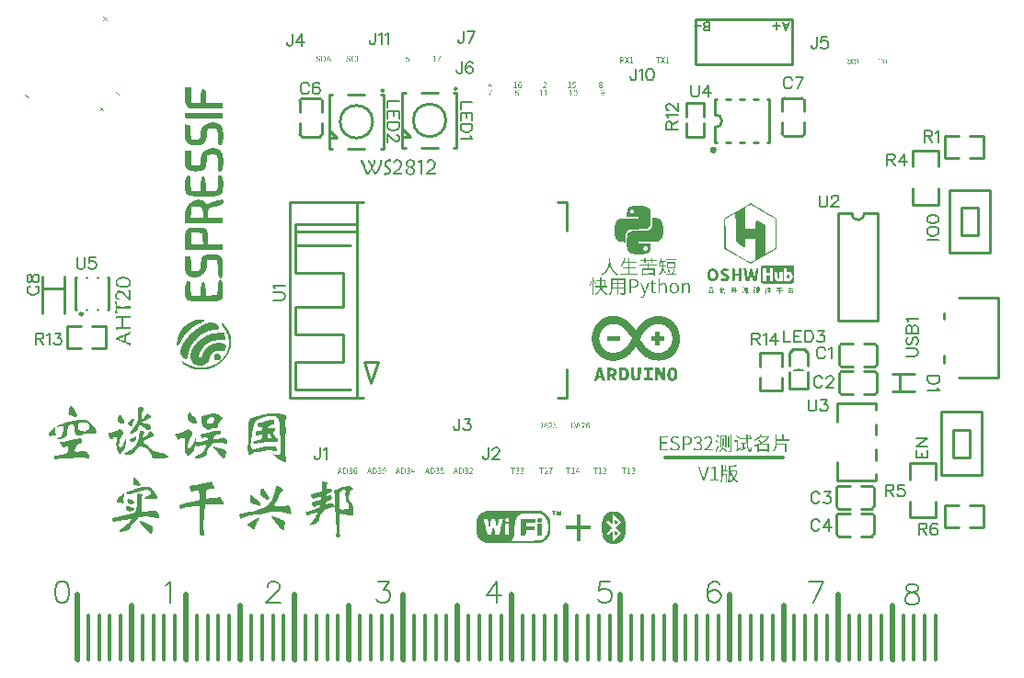
<source format=gto>
G04 Layer: TopSilkLayer*
G04 EasyEDA v6.3.52, 2020-06-08T18:28:06+08:00*
G04 b620e5eaaf5e4283affdf04958e78c07,0271aa7b776e406f8d319a2d24a91b4c,10*
G04 Gerber Generator version 0.2*
G04 Scale: 100 percent, Rotated: No, Reflected: No *
G04 Dimensions in millimeters *
G04 leading zeros omitted , absolute positions ,3 integer and 3 decimal *
%FSLAX33Y33*%
%MOMM*%
G90*
G71D02*

%ADD10C,0.299999*%
%ADD11C,0.254000*%
%ADD41C,0.482600*%
%ADD42C,0.355600*%
%ADD43C,0.381000*%
%ADD44C,0.202997*%
%ADD45C,0.203200*%
%ADD46C,0.100000*%
%ADD47C,0.152400*%

%LPD*%

%LPD*%
G36*
G01X67284Y42282D02*
G01X67084Y42401D01*
G01X66548Y42093D01*
G01X66501Y42066D01*
G01X66452Y42038D01*
G01X66399Y42007D01*
G01X66344Y41976D01*
G01X66286Y41942D01*
G01X66226Y41908D01*
G01X66164Y41872D01*
G01X66101Y41836D01*
G01X66036Y41798D01*
G01X65971Y41761D01*
G01X65839Y41685D01*
G01X65772Y41647D01*
G01X65707Y41609D01*
G01X65642Y41572D01*
G01X65578Y41535D01*
G01X65515Y41499D01*
G01X65454Y41464D01*
G01X65395Y41430D01*
G01X65338Y41397D01*
G01X64666Y41010D01*
G01X64666Y38200D01*
G01X65107Y37946D01*
G01X65145Y37924D01*
G01X65188Y37899D01*
G01X65235Y37872D01*
G01X65285Y37844D01*
G01X65338Y37813D01*
G01X65395Y37780D01*
G01X65454Y37746D01*
G01X65515Y37711D01*
G01X65578Y37674D01*
G01X65643Y37637D01*
G01X65709Y37599D01*
G01X65776Y37560D01*
G01X65844Y37521D01*
G01X65913Y37481D01*
G01X66117Y37364D01*
G01X66183Y37325D01*
G01X66249Y37287D01*
G01X66313Y37250D01*
G01X67077Y36808D01*
G01X68270Y37497D01*
G01X69462Y38185D01*
G01X69484Y41010D01*
G01X69260Y41139D01*
G01X69210Y41167D01*
G01X69156Y41199D01*
G01X69097Y41232D01*
G01X69037Y41266D01*
G01X68978Y41300D01*
G01X68920Y41333D01*
G01X68867Y41363D01*
G01X68818Y41390D01*
G01X68788Y41408D01*
G01X68752Y41429D01*
G01X68711Y41452D01*
G01X68665Y41478D01*
G01X68616Y41506D01*
G01X68563Y41537D01*
G01X68507Y41569D01*
G01X68448Y41603D01*
G01X68386Y41639D01*
G01X68323Y41675D01*
G01X68258Y41713D01*
G01X68192Y41752D01*
G01X68057Y41830D01*
G01X67989Y41869D01*
G01X67922Y41909D01*
G01X67855Y41947D01*
G01X67790Y41985D01*
G01X67726Y42023D01*
G01X67664Y42059D01*
G01X67604Y42094D01*
G01X67547Y42127D01*
G01X67493Y42159D01*
G01X67443Y42189D01*
G01X67396Y42216D01*
G01X67354Y42241D01*
G01X67316Y42263D01*
G01X67284Y42282D01*
G37*

%LPC*%
G36*
G01X65667Y41457D02*
G01X65664Y41462D01*
G01X65647Y41459D01*
G01X65628Y41450D01*
G01X65607Y41439D01*
G01X65589Y41424D01*
G01X65556Y41400D01*
G01X65496Y41363D01*
G01X65419Y41317D01*
G01X65333Y41269D01*
G01X65286Y41243D01*
G01X65235Y41214D01*
G01X65073Y41124D01*
G01X65022Y41094D01*
G01X64976Y41067D01*
G01X64934Y41043D01*
G01X64751Y40936D01*
G01X64762Y39597D01*
G01X64774Y38258D01*
G01X65909Y37602D01*
G01X66026Y37534D01*
G01X66136Y37470D01*
G01X66237Y37411D01*
G01X66331Y37357D01*
G01X66418Y37307D01*
G01X66498Y37260D01*
G01X66572Y37218D01*
G01X66639Y37180D01*
G01X66701Y37145D01*
G01X66758Y37114D01*
G01X66810Y37086D01*
G01X66856Y37061D01*
G01X66899Y37040D01*
G01X66937Y37022D01*
G01X66972Y37007D01*
G01X67003Y36995D01*
G01X67031Y36985D01*
G01X67057Y36978D01*
G01X67080Y36973D01*
G01X67102Y36971D01*
G01X67122Y36971D01*
G01X67140Y36973D01*
G01X67158Y36977D01*
G01X67175Y36983D01*
G01X67192Y36990D01*
G01X67209Y36999D01*
G01X67226Y37009D01*
G01X67244Y37021D01*
G01X67264Y37034D01*
G01X67285Y37048D01*
G01X67307Y37062D01*
G01X67332Y37078D01*
G01X67548Y37211D01*
G01X67548Y39139D01*
G01X66601Y39139D01*
G01X66601Y38284D01*
G01X66150Y38549D01*
G01X65698Y38814D01*
G01X65698Y40352D01*
G01X65697Y40455D01*
G01X65697Y40555D01*
G01X65696Y40652D01*
G01X65695Y40745D01*
G01X65693Y40834D01*
G01X65692Y40918D01*
G01X65690Y40998D01*
G01X65688Y41072D01*
G01X65686Y41142D01*
G01X65684Y41205D01*
G01X65682Y41262D01*
G01X65680Y41313D01*
G01X65677Y41357D01*
G01X65675Y41393D01*
G01X65672Y41423D01*
G01X65670Y41444D01*
G01X65667Y41457D01*
G37*
G36*
G01X67074Y42275D02*
G01X67068Y42277D01*
G01X67044Y42266D01*
G01X66991Y42236D01*
G01X66916Y42192D01*
G01X66827Y42138D01*
G01X66601Y42000D01*
G01X66601Y40042D01*
G01X67548Y40042D01*
G01X67548Y40563D01*
G01X67550Y40643D01*
G01X67553Y40715D01*
G01X67557Y40778D01*
G01X67562Y40829D01*
G01X67568Y40867D01*
G01X67574Y40889D01*
G01X67580Y40895D01*
G01X67595Y40888D01*
G01X67626Y40871D01*
G01X67670Y40847D01*
G01X67726Y40815D01*
G01X67792Y40779D01*
G01X67866Y40737D01*
G01X67946Y40692D01*
G01X68031Y40644D01*
G01X68449Y40408D01*
G01X68451Y37724D01*
G01X68763Y37900D01*
G01X68829Y37938D01*
G01X68896Y37977D01*
G01X68965Y38016D01*
G01X69031Y38055D01*
G01X69093Y38091D01*
G01X69149Y38125D01*
G01X69197Y38154D01*
G01X69236Y38178D01*
G01X69397Y38280D01*
G01X69397Y40937D01*
G01X69064Y41130D01*
G01X69034Y41148D01*
G01X68999Y41168D01*
G01X68960Y41191D01*
G01X68917Y41216D01*
G01X68870Y41243D01*
G01X68819Y41273D01*
G01X68765Y41304D01*
G01X68708Y41337D01*
G01X68649Y41372D01*
G01X68587Y41407D01*
G01X68523Y41444D01*
G01X68457Y41482D01*
G01X68390Y41521D01*
G01X68322Y41561D01*
G01X68253Y41601D01*
G01X68114Y41681D01*
G01X68044Y41722D01*
G01X67975Y41762D01*
G01X67907Y41801D01*
G01X67823Y41850D01*
G01X67741Y41897D01*
G01X67662Y41943D01*
G01X67585Y41986D01*
G01X67513Y42028D01*
G01X67444Y42068D01*
G01X67380Y42104D01*
G01X67321Y42138D01*
G01X67266Y42169D01*
G01X67218Y42196D01*
G01X67175Y42220D01*
G01X67139Y42240D01*
G01X67109Y42256D01*
G01X67088Y42268D01*
G01X67074Y42275D01*
G37*

%LPD*%
G36*
G01X67123Y36415D02*
G01X67095Y36415D01*
G01X67069Y36401D01*
G01X67045Y36372D01*
G01X67024Y36328D01*
G01X67007Y36268D01*
G01X66991Y36203D01*
G01X66970Y36113D01*
G01X66945Y36011D01*
G01X66920Y35907D01*
G01X66896Y35805D01*
G01X66877Y35707D01*
G01X66864Y35624D01*
G01X66859Y35566D01*
G01X66858Y35525D01*
G01X66856Y35498D01*
G01X66851Y35483D01*
G01X66845Y35481D01*
G01X66838Y35491D01*
G01X66829Y35512D01*
G01X66820Y35543D01*
G01X66811Y35585D01*
G01X66800Y35635D01*
G01X66790Y35694D01*
G01X66780Y35760D01*
G01X66771Y35834D01*
G01X66755Y35957D01*
G01X66742Y36060D01*
G01X66729Y36145D01*
G01X66717Y36214D01*
G01X66704Y36269D01*
G01X66691Y36310D01*
G01X66677Y36340D01*
G01X66659Y36362D01*
G01X66639Y36375D01*
G01X66616Y36383D01*
G01X66588Y36386D01*
G01X66555Y36386D01*
G01X66506Y36385D01*
G01X66466Y36381D01*
G01X66439Y36374D01*
G01X66430Y36367D01*
G01X66431Y36353D01*
G01X66437Y36320D01*
G01X66445Y36272D01*
G01X66456Y36211D01*
G01X66469Y36140D01*
G01X66483Y36060D01*
G01X66500Y35974D01*
G01X66517Y35884D01*
G01X66533Y35793D01*
G01X66551Y35703D01*
G01X66567Y35617D01*
G01X66582Y35537D01*
G01X66596Y35465D01*
G01X66608Y35403D01*
G01X66618Y35355D01*
G01X66625Y35322D01*
G01X66642Y35273D01*
G01X66673Y35244D01*
G01X66727Y35229D01*
G01X66811Y35225D01*
G01X66977Y35225D01*
G01X67032Y35558D01*
G01X67049Y35660D01*
G01X67065Y35745D01*
G01X67080Y35812D01*
G01X67094Y35861D01*
G01X67107Y35893D01*
G01X67120Y35908D01*
G01X67132Y35906D01*
G01X67145Y35887D01*
G01X67158Y35852D01*
G01X67172Y35799D01*
G01X67187Y35731D01*
G01X67202Y35646D01*
G01X67226Y35520D01*
G01X67248Y35409D01*
G01X67266Y35324D01*
G01X67279Y35279D01*
G01X67300Y35258D01*
G01X67344Y35242D01*
G01X67401Y35231D01*
G01X67465Y35226D01*
G01X67527Y35226D01*
G01X67582Y35232D01*
G01X67619Y35245D01*
G01X67634Y35263D01*
G01X67636Y35282D01*
G01X67641Y35318D01*
G01X67648Y35372D01*
G01X67659Y35439D01*
G01X67672Y35518D01*
G01X67686Y35607D01*
G01X67703Y35704D01*
G01X67720Y35805D01*
G01X67744Y35948D01*
G01X67764Y36066D01*
G01X67780Y36161D01*
G01X67790Y36235D01*
G01X67796Y36292D01*
G01X67797Y36332D01*
G01X67792Y36360D01*
G01X67782Y36376D01*
G01X67768Y36384D01*
G01X67747Y36385D01*
G01X67720Y36383D01*
G01X67688Y36379D01*
G01X67659Y36374D01*
G01X67634Y36368D01*
G01X67613Y36358D01*
G01X67595Y36341D01*
G01X67579Y36316D01*
G01X67566Y36280D01*
G01X67553Y36231D01*
G01X67540Y36167D01*
G01X67527Y36086D01*
G01X67514Y35986D01*
G01X67498Y35864D01*
G01X67481Y35720D01*
G01X67475Y35668D01*
G01X67469Y35625D01*
G01X67463Y35589D01*
G01X67458Y35561D01*
G01X67453Y35542D01*
G01X67447Y35533D01*
G01X67441Y35533D01*
G01X67433Y35543D01*
G01X67425Y35564D01*
G01X67415Y35596D01*
G01X67403Y35640D01*
G01X67389Y35696D01*
G01X67374Y35765D01*
G01X67355Y35847D01*
G01X67334Y35943D01*
G01X67311Y36053D01*
G01X67289Y36140D01*
G01X67264Y36216D01*
G01X67237Y36281D01*
G01X67209Y36334D01*
G01X67180Y36374D01*
G01X67152Y36401D01*
G01X67123Y36415D01*
G37*

%LPD*%
G36*
G01X65483Y36386D02*
G01X65354Y36386D01*
G01X65354Y35225D01*
G01X65483Y35225D01*
G01X65557Y35229D01*
G01X65596Y35255D01*
G01X65610Y35326D01*
G01X65612Y35462D01*
G01X65612Y35698D01*
G01X65999Y35698D01*
G01X65999Y35462D01*
G01X66001Y35326D01*
G01X66016Y35255D01*
G01X66054Y35229D01*
G01X66128Y35225D01*
G01X66257Y35225D01*
G01X66257Y36386D01*
G01X66128Y36386D01*
G01X66054Y36382D01*
G01X66016Y36356D01*
G01X66001Y36286D01*
G01X65999Y36150D01*
G01X65999Y35913D01*
G01X65612Y35913D01*
G01X65612Y36150D01*
G01X65610Y36286D01*
G01X65596Y36356D01*
G01X65557Y36382D01*
G01X65483Y36386D01*
G37*

%LPD*%
G36*
G01X63641Y36384D02*
G01X63598Y36388D01*
G01X63554Y36387D01*
G01X63510Y36383D01*
G01X63464Y36374D01*
G01X63419Y36362D01*
G01X63374Y36344D01*
G01X63328Y36322D01*
G01X63287Y36296D01*
G01X63250Y36264D01*
G01X63216Y36227D01*
G01X63185Y36185D01*
G01X63158Y36139D01*
G01X63135Y36089D01*
G01X63115Y36037D01*
G01X63100Y35981D01*
G01X63089Y35924D01*
G01X63082Y35865D01*
G01X63079Y35805D01*
G01X63080Y35745D01*
G01X63087Y35684D01*
G01X63098Y35624D01*
G01X63114Y35566D01*
G01X63135Y35509D01*
G01X63161Y35454D01*
G01X63193Y35406D01*
G01X63230Y35363D01*
G01X63271Y35325D01*
G01X63317Y35293D01*
G01X63364Y35267D01*
G01X63415Y35245D01*
G01X63467Y35230D01*
G01X63522Y35220D01*
G01X63576Y35216D01*
G01X63632Y35217D01*
G01X63686Y35224D01*
G01X63740Y35236D01*
G01X63792Y35254D01*
G01X63842Y35278D01*
G01X63890Y35308D01*
G01X63934Y35343D01*
G01X63975Y35384D01*
G01X64012Y35431D01*
G01X64043Y35483D01*
G01X64066Y35533D01*
G01X64084Y35582D01*
G01X64099Y35631D01*
G01X64110Y35680D01*
G01X64116Y35729D01*
G01X64119Y35777D01*
G01X64118Y35825D01*
G01X64113Y35872D01*
G01X64106Y35918D01*
G01X64094Y35962D01*
G01X64081Y36006D01*
G01X64063Y36048D01*
G01X64044Y36088D01*
G01X64021Y36127D01*
G01X63996Y36163D01*
G01X63969Y36198D01*
G01X63940Y36230D01*
G01X63908Y36259D01*
G01X63875Y36286D01*
G01X63839Y36310D01*
G01X63803Y36332D01*
G01X63764Y36350D01*
G01X63724Y36364D01*
G01X63683Y36376D01*
G01X63641Y36384D01*
G37*

%LPC*%
G36*
G01X63609Y36163D02*
G01X63572Y36163D01*
G01X63536Y36154D01*
G01X63503Y36140D01*
G01X63471Y36119D01*
G01X63441Y36092D01*
G01X63415Y36059D01*
G01X63392Y36022D01*
G01X63373Y35981D01*
G01X63357Y35936D01*
G01X63347Y35888D01*
G01X63340Y35838D01*
G01X63340Y35785D01*
G01X63345Y35731D01*
G01X63356Y35676D01*
G01X63374Y35622D01*
G01X63398Y35567D01*
G01X63434Y35513D01*
G01X63479Y35474D01*
G01X63529Y35448D01*
G01X63583Y35437D01*
G01X63638Y35439D01*
G01X63691Y35457D01*
G01X63740Y35489D01*
G01X63782Y35536D01*
G01X63813Y35594D01*
G01X63835Y35663D01*
G01X63846Y35738D01*
G01X63848Y35815D01*
G01X63840Y35892D01*
G01X63823Y35963D01*
G01X63797Y36026D01*
G01X63761Y36077D01*
G01X63723Y36112D01*
G01X63685Y36138D01*
G01X63646Y36155D01*
G01X63609Y36163D01*
G37*

%LPD*%
G36*
G01X64759Y36381D02*
G01X64708Y36382D01*
G01X64656Y36379D01*
G01X64606Y36370D01*
G01X64559Y36356D01*
G01X64516Y36336D01*
G01X64461Y36303D01*
G01X64414Y36267D01*
G01X64377Y36229D01*
G01X64348Y36189D01*
G01X64328Y36148D01*
G01X64316Y36106D01*
G01X64312Y36063D01*
G01X64317Y36019D01*
G01X64330Y35976D01*
G01X64351Y35932D01*
G01X64380Y35889D01*
G01X64417Y35847D01*
G01X64462Y35806D01*
G01X64516Y35766D01*
G01X64576Y35729D01*
G01X64646Y35693D01*
G01X64701Y35664D01*
G01X64748Y35634D01*
G01X64785Y35605D01*
G01X64813Y35577D01*
G01X64832Y35550D01*
G01X64843Y35525D01*
G01X64846Y35502D01*
G01X64841Y35482D01*
G01X64827Y35465D01*
G01X64807Y35452D01*
G01X64779Y35443D01*
G01X64744Y35438D01*
G01X64702Y35439D01*
G01X64654Y35445D01*
G01X64599Y35458D01*
G01X64538Y35476D01*
G01X64474Y35494D01*
G01X64426Y35496D01*
G01X64385Y35479D01*
G01X64346Y35443D01*
G01X64310Y35383D01*
G01X64320Y35333D01*
G01X64381Y35288D01*
G01X64494Y35245D01*
G01X64550Y35230D01*
G01X64604Y35219D01*
G01X64657Y35213D01*
G01X64707Y35211D01*
G01X64754Y35212D01*
G01X64799Y35218D01*
G01X64842Y35226D01*
G01X64882Y35239D01*
G01X64920Y35253D01*
G01X64954Y35271D01*
G01X64986Y35291D01*
G01X65014Y35314D01*
G01X65040Y35339D01*
G01X65062Y35366D01*
G01X65081Y35394D01*
G01X65097Y35424D01*
G01X65109Y35454D01*
G01X65117Y35486D01*
G01X65122Y35519D01*
G01X65123Y35553D01*
G01X65120Y35586D01*
G01X65112Y35619D01*
G01X65101Y35653D01*
G01X65085Y35686D01*
G01X65065Y35718D01*
G01X65041Y35750D01*
G01X65012Y35780D01*
G01X64978Y35809D01*
G01X64940Y35837D01*
G01X64897Y35863D01*
G01X64848Y35887D01*
G01X64795Y35909D01*
G01X64725Y35939D01*
G01X64668Y35972D01*
G01X64626Y36007D01*
G01X64597Y36042D01*
G01X64585Y36076D01*
G01X64588Y36108D01*
G01X64609Y36135D01*
G01X64648Y36157D01*
G01X64686Y36164D01*
G01X64735Y36164D01*
G01X64789Y36155D01*
G01X64842Y36140D01*
G01X64906Y36120D01*
G01X64953Y36118D01*
G01X64993Y36135D01*
G01X65033Y36173D01*
G01X65051Y36200D01*
G01X65058Y36227D01*
G01X65053Y36253D01*
G01X65039Y36277D01*
G01X65016Y36300D01*
G01X64985Y36321D01*
G01X64948Y36339D01*
G01X64906Y36355D01*
G01X64860Y36367D01*
G01X64810Y36376D01*
G01X64759Y36381D01*
G37*

%LPD*%
G36*
G01X68990Y36638D02*
G01X68584Y36638D01*
G01X68505Y36637D01*
G01X68434Y36636D01*
G01X68371Y36634D01*
G01X68315Y36632D01*
G01X68266Y36630D01*
G01X68223Y36627D01*
G01X68186Y36624D01*
G01X68155Y36621D01*
G01X68129Y36617D01*
G01X68107Y36613D01*
G01X68089Y36608D01*
G01X68075Y36603D01*
G01X68064Y36597D01*
G01X68057Y36591D01*
G01X68051Y36584D01*
G01X68047Y36577D01*
G01X68041Y36554D01*
G01X68036Y36519D01*
G01X68031Y36474D01*
G01X68027Y36419D01*
G01X68024Y36355D01*
G01X68022Y36285D01*
G01X68020Y36207D01*
G01X68019Y36125D01*
G01X68018Y36039D01*
G01X68018Y35950D01*
G01X68019Y35859D01*
G01X68022Y35676D01*
G01X68024Y35587D01*
G01X68027Y35500D01*
G01X68030Y35417D01*
G01X68034Y35339D01*
G01X68038Y35266D01*
G01X68043Y35201D01*
G01X68048Y35144D01*
G01X68054Y35096D01*
G01X68060Y35058D01*
G01X68066Y35032D01*
G01X68073Y35019D01*
G01X68081Y35014D01*
G01X68096Y35009D01*
G01X68118Y35004D01*
G01X68146Y35000D01*
G01X68180Y34996D01*
G01X68220Y34992D01*
G01X68265Y34989D01*
G01X68315Y34986D01*
G01X68369Y34983D01*
G01X68429Y34979D01*
G01X68492Y34977D01*
G01X68559Y34974D01*
G01X68629Y34972D01*
G01X68703Y34970D01*
G01X68780Y34968D01*
G01X68859Y34967D01*
G01X68941Y34965D01*
G01X69025Y34964D01*
G01X69111Y34963D01*
G01X69198Y34963D01*
G01X69286Y34962D01*
G01X69555Y34962D01*
G01X69735Y34963D01*
G01X69824Y34963D01*
G01X69912Y34964D01*
G01X69999Y34966D01*
G01X70084Y34967D01*
G01X70168Y34968D01*
G01X70249Y34970D01*
G01X70329Y34972D01*
G01X70405Y34974D01*
G01X70478Y34977D01*
G01X70549Y34979D01*
G01X70616Y34983D01*
G01X70678Y34986D01*
G01X70736Y34989D01*
G01X70791Y34992D01*
G01X70840Y34996D01*
G01X70884Y34999D01*
G01X70923Y35003D01*
G01X70957Y35007D01*
G01X70984Y35012D01*
G01X71005Y35017D01*
G01X71020Y35021D01*
G01X71028Y35026D01*
G01X71036Y35041D01*
G01X71043Y35065D01*
G01X71049Y35098D01*
G01X71054Y35141D01*
G01X71059Y35194D01*
G01X71062Y35257D01*
G01X71065Y35330D01*
G01X71066Y35413D01*
G01X71067Y35507D01*
G01X71067Y35727D01*
G01X71065Y35854D01*
G01X71053Y36623D01*
G01X69563Y36634D01*
G01X69403Y36635D01*
G01X69255Y36636D01*
G01X69117Y36637D01*
G01X68990Y36638D01*
G37*

%LPC*%
G36*
G01X69437Y36042D02*
G01X69268Y36042D01*
G01X69268Y35729D01*
G01X69271Y35649D01*
G01X69279Y35574D01*
G01X69292Y35505D01*
G01X69309Y35441D01*
G01X69331Y35384D01*
G01X69356Y35334D01*
G01X69385Y35290D01*
G01X69417Y35254D01*
G01X69451Y35226D01*
G01X69488Y35206D01*
G01X69526Y35194D01*
G01X69566Y35191D01*
G01X69607Y35198D01*
G01X69649Y35214D01*
G01X69691Y35240D01*
G01X69733Y35277D01*
G01X69758Y35299D01*
G01X69774Y35306D01*
G01X69782Y35297D01*
G01X69784Y35274D01*
G01X69793Y35252D01*
G01X69816Y35238D01*
G01X69853Y35231D01*
G01X69903Y35233D01*
G01X70021Y35247D01*
G01X70033Y35644D01*
G01X70046Y36042D01*
G01X69745Y36042D01*
G01X69733Y35752D01*
G01X69723Y35598D01*
G01X69708Y35510D01*
G01X69680Y35471D01*
G01X69634Y35462D01*
G01X69588Y35471D01*
G01X69560Y35510D01*
G01X69545Y35598D01*
G01X69535Y35752D01*
G01X69530Y35848D01*
G01X69526Y35920D01*
G01X69519Y35971D01*
G01X69508Y36006D01*
G01X69492Y36027D01*
G01X69469Y36038D01*
G01X69437Y36042D01*
G37*
G36*
G01X70301Y36386D02*
G01X70172Y36386D01*
G01X70172Y35225D01*
G01X70279Y35225D01*
G01X70321Y35229D01*
G01X70355Y35240D01*
G01X70378Y35256D01*
G01X70386Y35277D01*
G01X70389Y35299D01*
G01X70397Y35307D01*
G01X70413Y35299D01*
G01X70438Y35277D01*
G01X70475Y35246D01*
G01X70513Y35226D01*
G01X70555Y35214D01*
G01X70596Y35211D01*
G01X70639Y35216D01*
G01X70681Y35228D01*
G01X70722Y35247D01*
G01X70762Y35273D01*
G01X70800Y35305D01*
G01X70835Y35343D01*
G01X70866Y35385D01*
G01X70893Y35432D01*
G01X70915Y35483D01*
G01X70932Y35538D01*
G01X70942Y35596D01*
G01X70946Y35656D01*
G01X70942Y35713D01*
G01X70933Y35768D01*
G01X70917Y35820D01*
G01X70897Y35869D01*
G01X70872Y35915D01*
G01X70844Y35956D01*
G01X70812Y35993D01*
G01X70777Y36024D01*
G01X70741Y36050D01*
G01X70703Y36070D01*
G01X70664Y36084D01*
G01X70626Y36090D01*
G01X70587Y36088D01*
G01X70550Y36079D01*
G01X70514Y36061D01*
G01X70481Y36034D01*
G01X70456Y36018D01*
G01X70440Y36035D01*
G01X70432Y36088D01*
G01X70430Y36184D01*
G01X70427Y36298D01*
G01X70412Y36359D01*
G01X70373Y36382D01*
G01X70301Y36386D01*
G37*
G36*
G01X68494Y36386D02*
G01X68193Y36386D01*
G01X68193Y35225D01*
G01X68494Y35225D01*
G01X68494Y35698D01*
G01X68838Y35698D01*
G01X68838Y35225D01*
G01X69139Y35225D01*
G01X69139Y36386D01*
G01X68838Y36386D01*
G01X68838Y35956D01*
G01X68494Y35956D01*
G01X68494Y36386D01*
G37*

%LPD*%
G36*
G01X70593Y35832D02*
G01X70550Y35856D01*
G01X70483Y35842D01*
G01X70449Y35812D01*
G01X70429Y35759D01*
G01X70420Y35694D01*
G01X70423Y35623D01*
G01X70435Y35554D01*
G01X70458Y35497D01*
G01X70488Y35459D01*
G01X70526Y35448D01*
G01X70577Y35462D01*
G01X70606Y35493D01*
G01X70620Y35552D01*
G01X70623Y35652D01*
G01X70616Y35766D01*
G01X70593Y35832D01*
G37*

%LPD*%
G36*
G01X66372Y34662D02*
G01X66363Y34666D01*
G01X66355Y34662D01*
G01X66349Y34653D01*
G01X66345Y34640D01*
G01X66343Y34623D01*
G01X66347Y34606D01*
G01X66357Y34592D01*
G01X66371Y34583D01*
G01X66389Y34580D01*
G01X66405Y34583D01*
G01X66413Y34592D01*
G01X66415Y34606D01*
G01X66408Y34623D01*
G01X66396Y34640D01*
G01X66384Y34653D01*
G01X66372Y34662D01*
G37*

%LPD*%
G36*
G01X63432Y34662D02*
G01X63414Y34666D01*
G01X63399Y34662D01*
G01X63391Y34653D01*
G01X63390Y34640D01*
G01X63397Y34623D01*
G01X63399Y34606D01*
G01X63385Y34592D01*
G01X63355Y34583D01*
G01X63314Y34580D01*
G01X63271Y34577D01*
G01X63236Y34567D01*
G01X63212Y34553D01*
G01X63204Y34537D01*
G01X63224Y34520D01*
G01X63279Y34507D01*
G01X63361Y34497D01*
G01X63462Y34494D01*
G01X63562Y34497D01*
G01X63645Y34507D01*
G01X63700Y34520D01*
G01X63720Y34537D01*
G01X63711Y34553D01*
G01X63689Y34567D01*
G01X63655Y34577D01*
G01X63615Y34580D01*
G01X63572Y34583D01*
G01X63533Y34592D01*
G01X63502Y34606D01*
G01X63483Y34623D01*
G01X63470Y34640D01*
G01X63452Y34653D01*
G01X63432Y34662D01*
G37*

%LPD*%
G36*
G01X69933Y34490D02*
G01X69919Y34494D01*
G01X69900Y34490D01*
G01X69880Y34481D01*
G01X69863Y34467D01*
G01X69849Y34451D01*
G01X69842Y34434D01*
G01X69843Y34420D01*
G01X69851Y34411D01*
G01X69865Y34408D01*
G01X69884Y34411D01*
G01X69903Y34420D01*
G01X69921Y34434D01*
G01X69935Y34451D01*
G01X69942Y34467D01*
G01X69941Y34481D01*
G01X69933Y34490D01*
G37*

%LPD*%
G36*
G01X66373Y34490D02*
G01X66365Y34494D01*
G01X66356Y34490D01*
G01X66346Y34481D01*
G01X66334Y34467D01*
G01X66322Y34451D01*
G01X66317Y34434D01*
G01X66323Y34420D01*
G01X66340Y34411D01*
G01X66365Y34408D01*
G01X66390Y34411D01*
G01X66406Y34420D01*
G01X66413Y34434D01*
G01X66408Y34451D01*
G01X66397Y34467D01*
G01X66384Y34481D01*
G01X66373Y34490D01*
G37*

%LPD*%
G36*
G01X70761Y34662D02*
G01X70747Y34666D01*
G01X70722Y34658D01*
G01X70688Y34637D01*
G01X70649Y34605D01*
G01X70608Y34566D01*
G01X70570Y34521D01*
G01X70547Y34486D01*
G01X70543Y34458D01*
G01X70558Y34437D01*
G01X70592Y34423D01*
G01X70648Y34414D01*
G01X70727Y34409D01*
G01X70830Y34408D01*
G01X70977Y34409D01*
G01X71045Y34419D01*
G01X71050Y34445D01*
G01X71010Y34494D01*
G01X70950Y34549D01*
G01X70898Y34577D01*
G01X70870Y34575D01*
G01X70881Y34537D01*
G01X70883Y34520D01*
G01X70869Y34506D01*
G01X70839Y34497D01*
G01X70797Y34494D01*
G01X70727Y34501D01*
G01X70693Y34524D01*
G01X70697Y34561D01*
G01X70739Y34614D01*
G01X70757Y34635D01*
G01X70764Y34651D01*
G01X70761Y34662D01*
G37*

%LPD*%
G36*
G01X67497Y34662D02*
G01X67464Y34666D01*
G01X67430Y34662D01*
G01X67397Y34653D01*
G01X67371Y34640D01*
G01X67354Y34623D01*
G01X67348Y34606D01*
G01X67349Y34592D01*
G01X67357Y34583D01*
G01X67372Y34580D01*
G01X67389Y34573D01*
G01X67395Y34554D01*
G01X67393Y34524D01*
G01X67380Y34483D01*
G01X67364Y34425D01*
G01X67357Y34361D01*
G01X67358Y34298D01*
G01X67365Y34238D01*
G01X67379Y34187D01*
G01X67398Y34148D01*
G01X67422Y34127D01*
G01X67449Y34126D01*
G01X67475Y34135D01*
G01X67498Y34143D01*
G01X67518Y34148D01*
G01X67530Y34150D01*
G01X67537Y34162D01*
G01X67543Y34194D01*
G01X67546Y34242D01*
G01X67548Y34300D01*
G01X67544Y34359D01*
G01X67535Y34406D01*
G01X67521Y34439D01*
G01X67505Y34451D01*
G01X67488Y34456D01*
G01X67475Y34470D01*
G01X67465Y34490D01*
G01X67462Y34515D01*
G01X67465Y34541D01*
G01X67475Y34561D01*
G01X67488Y34575D01*
G01X67505Y34580D01*
G01X67521Y34583D01*
G01X67535Y34592D01*
G01X67544Y34606D01*
G01X67548Y34623D01*
G01X67541Y34640D01*
G01X67523Y34653D01*
G01X67497Y34662D01*
G37*

%LPC*%
G36*
G01X67479Y34358D02*
G01X67462Y34365D01*
G01X67445Y34360D01*
G01X67431Y34347D01*
G01X67422Y34327D01*
G01X67419Y34303D01*
G01X67422Y34276D01*
G01X67431Y34251D01*
G01X67445Y34229D01*
G01X67462Y34214D01*
G01X67479Y34211D01*
G01X67492Y34222D01*
G01X67502Y34244D01*
G01X67505Y34276D01*
G01X67502Y34310D01*
G01X67492Y34339D01*
G01X67479Y34358D01*
G37*

%LPD*%
G36*
G01X66627Y34220D02*
G01X66614Y34221D01*
G01X66600Y34216D01*
G01X66587Y34207D01*
G01X66576Y34193D01*
G01X66567Y34174D01*
G01X66561Y34153D01*
G01X66559Y34134D01*
G01X66562Y34119D01*
G01X66572Y34115D01*
G01X66589Y34122D01*
G01X66609Y34140D01*
G01X66627Y34162D01*
G01X66639Y34183D01*
G01X66642Y34201D01*
G01X66638Y34213D01*
G01X66627Y34220D01*
G37*

%LPD*%
G36*
G01X63613Y34442D02*
G01X63598Y34451D01*
G01X63579Y34441D01*
G01X63559Y34413D01*
G01X63541Y34372D01*
G01X63526Y34322D01*
G01X63510Y34269D01*
G01X63489Y34230D01*
G01X63465Y34206D01*
G01X63441Y34197D01*
G01X63417Y34202D01*
G01X63395Y34222D01*
G01X63379Y34257D01*
G01X63368Y34307D01*
G01X63358Y34354D01*
G01X63343Y34394D01*
G01X63324Y34424D01*
G01X63303Y34439D01*
G01X63281Y34441D01*
G01X63271Y34423D01*
G01X63274Y34385D01*
G01X63289Y34325D01*
G01X63306Y34256D01*
G01X63306Y34215D01*
G01X63286Y34197D01*
G01X63244Y34193D01*
G01X63211Y34190D01*
G01X63185Y34180D01*
G01X63167Y34166D01*
G01X63161Y34150D01*
G01X63182Y34133D01*
G01X63241Y34119D01*
G01X63330Y34110D01*
G01X63440Y34107D01*
G01X63550Y34110D01*
G01X63639Y34119D01*
G01X63698Y34133D01*
G01X63720Y34150D01*
G01X63714Y34166D01*
G01X63700Y34180D01*
G01X63678Y34190D01*
G01X63652Y34193D01*
G01X63620Y34199D01*
G01X63604Y34220D01*
G01X63602Y34259D01*
G01X63612Y34322D01*
G01X63621Y34374D01*
G01X63621Y34415D01*
G01X63613Y34442D01*
G37*

%LPD*%
G36*
G01X70898Y34362D02*
G01X70774Y34365D01*
G01X70650Y34362D01*
G01X70586Y34347D01*
G01X70562Y34305D01*
G01X70559Y34225D01*
G01X70562Y34144D01*
G01X70586Y34103D01*
G01X70650Y34087D01*
G01X70774Y34085D01*
G01X70898Y34087D01*
G01X70962Y34103D01*
G01X70985Y34144D01*
G01X70988Y34225D01*
G01X70985Y34305D01*
G01X70962Y34347D01*
G01X70898Y34362D01*
G37*

%LPC*%
G36*
G01X70824Y34275D02*
G01X70774Y34279D01*
G01X70723Y34275D01*
G01X70683Y34266D01*
G01X70655Y34253D01*
G01X70645Y34236D01*
G01X70655Y34219D01*
G01X70683Y34205D01*
G01X70723Y34196D01*
G01X70774Y34193D01*
G01X70824Y34196D01*
G01X70864Y34205D01*
G01X70892Y34219D01*
G01X70903Y34236D01*
G01X70892Y34253D01*
G01X70864Y34266D01*
G01X70824Y34275D01*
G37*

%LPD*%
G36*
G01X67821Y34662D02*
G01X67763Y34666D01*
G01X67696Y34662D01*
G01X67641Y34654D01*
G01X67605Y34642D01*
G01X67591Y34626D01*
G01X67597Y34609D01*
G01X67613Y34592D01*
G01X67637Y34577D01*
G01X67666Y34566D01*
G01X67706Y34555D01*
G01X67719Y34549D01*
G01X67706Y34545D01*
G01X67667Y34542D01*
G01X67631Y34530D01*
G01X67605Y34503D01*
G01X67587Y34465D01*
G01X67579Y34417D01*
G01X67578Y34363D01*
G01X67585Y34306D01*
G01X67599Y34250D01*
G01X67618Y34197D01*
G01X67644Y34151D01*
G01X67675Y34114D01*
G01X67710Y34090D01*
G01X67750Y34083D01*
G01X67805Y34087D01*
G01X67852Y34096D01*
G01X67890Y34106D01*
G01X67916Y34118D01*
G01X67927Y34130D01*
G01X67923Y34140D01*
G01X67900Y34147D01*
G01X67856Y34150D01*
G01X67790Y34164D01*
G01X67765Y34197D01*
G01X67785Y34235D01*
G01X67849Y34266D01*
G01X67886Y34286D01*
G01X67914Y34319D01*
G01X67931Y34361D01*
G01X67938Y34408D01*
G01X67934Y34455D01*
G01X67921Y34498D01*
G01X67896Y34531D01*
G01X67860Y34550D01*
G01X67820Y34561D01*
G01X67806Y34568D01*
G01X67820Y34572D01*
G01X67860Y34575D01*
G01X67906Y34582D01*
G01X67933Y34593D01*
G01X67940Y34608D01*
G01X67931Y34624D01*
G01X67907Y34640D01*
G01X67869Y34653D01*
G01X67821Y34662D01*
G37*

%LPD*%
G36*
G01X64476Y34577D02*
G01X64380Y34666D01*
G01X64287Y34567D01*
G01X64251Y34523D01*
G01X64229Y34483D01*
G01X64223Y34451D01*
G01X64233Y34427D01*
G01X64250Y34399D01*
G01X64265Y34354D01*
G01X64278Y34297D01*
G01X64287Y34236D01*
G01X64299Y34182D01*
G01X64323Y34138D01*
G01X64357Y34103D01*
G01X64395Y34080D01*
G01X64434Y34070D01*
G01X64471Y34074D01*
G01X64503Y34095D01*
G01X64525Y34133D01*
G01X64524Y34152D01*
G01X64507Y34163D01*
G01X64476Y34166D01*
G01X64431Y34161D01*
G01X64374Y34153D01*
G01X64341Y34163D01*
G01X64326Y34194D01*
G01X64322Y34252D01*
G01X64327Y34301D01*
G01X64339Y34337D01*
G01X64361Y34358D01*
G01X64392Y34365D01*
G01X64425Y34362D01*
G01X64438Y34352D01*
G01X64432Y34333D01*
G01X64408Y34300D01*
G01X64384Y34268D01*
G01X64378Y34248D01*
G01X64392Y34238D01*
G01X64424Y34236D01*
G01X64455Y34242D01*
G01X64476Y34263D01*
G01X64490Y34297D01*
G01X64494Y34343D01*
G01X64506Y34424D01*
G01X64535Y34448D01*
G01X64567Y34417D01*
G01X64592Y34332D01*
G01X64600Y34297D01*
G01X64606Y34298D01*
G01X64610Y34336D01*
G01X64613Y34408D01*
G01X64613Y34479D01*
G01X64608Y34528D01*
G01X64602Y34551D01*
G01X64594Y34544D01*
G01X64578Y34522D01*
G01X64555Y34519D01*
G01X64522Y34538D01*
G01X64476Y34577D01*
G37*

%LPC*%
G36*
G01X64395Y34533D02*
G01X64386Y34537D01*
G01X64378Y34533D01*
G01X64367Y34524D01*
G01X64355Y34511D01*
G01X64343Y34494D01*
G01X64339Y34477D01*
G01X64345Y34463D01*
G01X64362Y34454D01*
G01X64386Y34451D01*
G01X64411Y34454D01*
G01X64428Y34463D01*
G01X64434Y34477D01*
G01X64430Y34494D01*
G01X64418Y34511D01*
G01X64406Y34524D01*
G01X64395Y34533D01*
G37*

%LPD*%
G36*
G01X66410Y34273D02*
G01X66396Y34279D01*
G01X66377Y34273D01*
G01X66358Y34258D01*
G01X66339Y34235D01*
G01X66325Y34207D01*
G01X66318Y34176D01*
G01X66319Y34143D01*
G01X66327Y34114D01*
G01X66342Y34091D01*
G01X66362Y34074D01*
G01X66376Y34069D01*
G01X66384Y34076D01*
G01X66386Y34095D01*
G01X66388Y34118D01*
G01X66394Y34148D01*
G01X66403Y34180D01*
G01X66413Y34211D01*
G01X66419Y34237D01*
G01X66418Y34259D01*
G01X66410Y34273D01*
G37*

%LPD*%
G36*
G01X64741Y34392D02*
G01X64726Y34687D01*
G01X64718Y34422D01*
G01X64710Y34290D01*
G01X64696Y34205D01*
G01X64671Y34159D01*
G01X64634Y34138D01*
G01X64594Y34127D01*
G01X64581Y34118D01*
G01X64595Y34105D01*
G01X64636Y34086D01*
G01X64673Y34072D01*
G01X64702Y34068D01*
G01X64723Y34076D01*
G01X64737Y34099D01*
G01X64745Y34139D01*
G01X64748Y34200D01*
G01X64746Y34283D01*
G01X64741Y34392D01*
G37*

%LPD*%
G36*
G01X66702Y34618D02*
G01X66480Y34623D01*
G01X66464Y34375D01*
G01X66458Y34278D01*
G01X66456Y34196D01*
G01X66456Y34137D01*
G01X66460Y34110D01*
G01X66485Y34103D01*
G01X66510Y34146D01*
G01X66532Y34235D01*
G01X66549Y34364D01*
G01X66560Y34431D01*
G01X66578Y34491D01*
G01X66600Y34542D01*
G01X66625Y34580D01*
G01X66648Y34602D01*
G01X66668Y34604D01*
G01X66682Y34583D01*
G01X66688Y34537D01*
G01X66684Y34520D01*
G01X66675Y34507D01*
G01X66661Y34497D01*
G01X66645Y34494D01*
G01X66628Y34485D01*
G01X66614Y34462D01*
G01X66605Y34428D01*
G01X66601Y34386D01*
G01X66605Y34344D01*
G01X66616Y34310D01*
G01X66631Y34287D01*
G01X66667Y34271D01*
G01X66677Y34250D01*
G01X66678Y34216D01*
G01X66670Y34171D01*
G01X66663Y34099D01*
G01X66684Y34067D01*
G01X66723Y34079D01*
G01X66770Y34139D01*
G01X66788Y34166D01*
G01X66803Y34179D01*
G01X66812Y34176D01*
G01X66815Y34158D01*
G01X66820Y34138D01*
G01X66830Y34127D01*
G01X66847Y34125D01*
G01X66866Y34132D01*
G01X66884Y34149D01*
G01X66885Y34169D01*
G01X66869Y34193D01*
G01X66837Y34221D01*
G01X66810Y34243D01*
G01X66795Y34262D01*
G01X66795Y34274D01*
G01X66809Y34279D01*
G01X66828Y34287D01*
G01X66845Y34310D01*
G01X66855Y34344D01*
G01X66859Y34386D01*
G01X66856Y34428D01*
G01X66847Y34462D01*
G01X66834Y34485D01*
G01X66817Y34494D01*
G01X66780Y34507D01*
G01X66776Y34535D01*
G01X66800Y34569D01*
G01X66849Y34593D01*
G01X66860Y34601D01*
G01X66837Y34609D01*
G01X66783Y34614D01*
G01X66702Y34618D01*
G37*

%LPC*%
G36*
G01X66768Y34356D02*
G01X66730Y34358D01*
G01X66693Y34356D01*
G01X66670Y34352D01*
G01X66664Y34344D01*
G01X66677Y34336D01*
G01X66702Y34330D01*
G01X66730Y34327D01*
G01X66759Y34330D01*
G01X66784Y34336D01*
G01X66797Y34344D01*
G01X66791Y34352D01*
G01X66768Y34356D01*
G37*
G36*
G01X66768Y34442D02*
G01X66730Y34444D01*
G01X66693Y34442D01*
G01X66670Y34437D01*
G01X66664Y34431D01*
G01X66677Y34422D01*
G01X66702Y34416D01*
G01X66730Y34414D01*
G01X66759Y34416D01*
G01X66784Y34422D01*
G01X66797Y34431D01*
G01X66791Y34437D01*
G01X66768Y34442D01*
G37*

%LPD*%
G36*
G01X69842Y34619D02*
G01X69741Y34623D01*
G01X69641Y34619D01*
G01X69558Y34610D01*
G01X69504Y34596D01*
G01X69483Y34580D01*
G01X69487Y34563D01*
G01X69496Y34549D01*
G01X69511Y34540D01*
G01X69529Y34537D01*
G01X69545Y34533D01*
G01X69554Y34525D01*
G01X69556Y34512D01*
G01X69550Y34497D01*
G01X69544Y34479D01*
G01X69545Y34460D01*
G01X69553Y34444D01*
G01X69569Y34430D01*
G01X69585Y34424D01*
G01X69600Y34430D01*
G01X69609Y34446D01*
G01X69612Y34470D01*
G01X69616Y34496D01*
G01X69625Y34517D01*
G01X69639Y34531D01*
G01X69655Y34537D01*
G01X69672Y34530D01*
G01X69686Y34512D01*
G01X69695Y34484D01*
G01X69698Y34451D01*
G01X69693Y34409D01*
G01X69672Y34383D01*
G01X69632Y34369D01*
G01X69569Y34365D01*
G01X69519Y34361D01*
G01X69478Y34352D01*
G01X69450Y34338D01*
G01X69440Y34322D01*
G01X69450Y34305D01*
G01X69478Y34291D01*
G01X69519Y34282D01*
G01X69569Y34279D01*
G01X69636Y34275D01*
G01X69675Y34259D01*
G01X69694Y34226D01*
G01X69698Y34171D01*
G01X69702Y34130D01*
G01X69711Y34095D01*
G01X69725Y34072D01*
G01X69741Y34064D01*
G01X69758Y34072D01*
G01X69772Y34095D01*
G01X69781Y34130D01*
G01X69784Y34171D01*
G01X69789Y34226D01*
G01X69808Y34259D01*
G01X69847Y34275D01*
G01X69914Y34279D01*
G01X69963Y34282D01*
G01X70004Y34291D01*
G01X70032Y34305D01*
G01X70043Y34322D01*
G01X70032Y34338D01*
G01X70004Y34352D01*
G01X69963Y34361D01*
G01X69914Y34365D01*
G01X69851Y34369D01*
G01X69811Y34383D01*
G01X69791Y34409D01*
G01X69784Y34451D01*
G01X69790Y34491D01*
G01X69808Y34517D01*
G01X69842Y34532D01*
G01X69892Y34537D01*
G01X69934Y34540D01*
G01X69968Y34549D01*
G01X69991Y34563D01*
G01X69999Y34580D01*
G01X69979Y34596D01*
G01X69924Y34610D01*
G01X69842Y34619D01*
G37*

%LPD*%
G36*
G01X65659Y34611D02*
G01X65548Y34613D01*
G01X65437Y34611D01*
G01X65357Y34607D01*
G01X65317Y34601D01*
G01X65322Y34593D01*
G01X65375Y34554D01*
G01X65396Y34491D01*
G01X65382Y34433D01*
G01X65333Y34408D01*
G01X65307Y34404D01*
G01X65287Y34395D01*
G01X65273Y34382D01*
G01X65268Y34365D01*
G01X65274Y34348D01*
G01X65289Y34334D01*
G01X65311Y34325D01*
G01X65338Y34322D01*
G01X65374Y34319D01*
G01X65386Y34305D01*
G01X65374Y34274D01*
G01X65338Y34216D01*
G01X65315Y34174D01*
G01X65300Y34135D01*
G01X65298Y34105D01*
G01X65307Y34088D01*
G01X65342Y34085D01*
G01X65381Y34114D01*
G01X65419Y34169D01*
G01X65454Y34246D01*
G01X65474Y34287D01*
G01X65498Y34312D01*
G01X65524Y34324D01*
G01X65550Y34322D01*
G01X65574Y34307D01*
G01X65594Y34280D01*
G01X65607Y34242D01*
G01X65612Y34193D01*
G01X65616Y34143D01*
G01X65625Y34102D01*
G01X65639Y34074D01*
G01X65655Y34064D01*
G01X65672Y34074D01*
G01X65686Y34102D01*
G01X65695Y34143D01*
G01X65698Y34193D01*
G01X65702Y34249D01*
G01X65714Y34290D01*
G01X65735Y34314D01*
G01X65763Y34322D01*
G01X65788Y34325D01*
G01X65808Y34334D01*
G01X65822Y34348D01*
G01X65827Y34365D01*
G01X65822Y34382D01*
G01X65808Y34395D01*
G01X65788Y34404D01*
G01X65763Y34408D01*
G01X65713Y34433D01*
G01X65700Y34491D01*
G01X65720Y34554D01*
G01X65774Y34593D01*
G01X65779Y34601D01*
G01X65738Y34607D01*
G01X65659Y34611D01*
G37*

%LPC*%
G36*
G01X65573Y34573D02*
G01X65548Y34580D01*
G01X65522Y34573D01*
G01X65502Y34555D01*
G01X65488Y34527D01*
G01X65483Y34494D01*
G01X65488Y34460D01*
G01X65502Y34433D01*
G01X65522Y34415D01*
G01X65548Y34408D01*
G01X65573Y34415D01*
G01X65593Y34433D01*
G01X65607Y34460D01*
G01X65612Y34494D01*
G01X65607Y34527D01*
G01X65593Y34555D01*
G01X65573Y34573D01*
G37*

%LPD*%
G36*
G01X68812Y34661D02*
G01X68795Y34666D01*
G01X68778Y34660D01*
G01X68764Y34644D01*
G01X68755Y34620D01*
G01X68752Y34590D01*
G01X68750Y34555D01*
G01X68744Y34541D01*
G01X68731Y34549D01*
G01X68711Y34579D01*
G01X68681Y34617D01*
G01X68656Y34619D01*
G01X68631Y34583D01*
G01X68604Y34505D01*
G01X68595Y34465D01*
G01X68595Y34434D01*
G01X68603Y34415D01*
G01X68620Y34408D01*
G01X68638Y34412D01*
G01X68653Y34421D01*
G01X68662Y34435D01*
G01X68666Y34453D01*
G01X68669Y34469D01*
G01X68679Y34478D01*
G01X68692Y34479D01*
G01X68709Y34473D01*
G01X68746Y34436D01*
G01X68749Y34402D01*
G01X68721Y34375D01*
G01X68666Y34365D01*
G01X68633Y34361D01*
G01X68605Y34352D01*
G01X68587Y34338D01*
G01X68580Y34322D01*
G01X68587Y34305D01*
G01X68605Y34291D01*
G01X68633Y34282D01*
G01X68666Y34279D01*
G01X68706Y34273D01*
G01X68733Y34255D01*
G01X68748Y34221D01*
G01X68752Y34171D01*
G01X68755Y34130D01*
G01X68765Y34095D01*
G01X68779Y34072D01*
G01X68795Y34064D01*
G01X68812Y34072D01*
G01X68825Y34095D01*
G01X68835Y34130D01*
G01X68838Y34171D01*
G01X68843Y34216D01*
G01X68855Y34250D01*
G01X68876Y34271D01*
G01X68903Y34279D01*
G01X68927Y34282D01*
G01X68948Y34291D01*
G01X68962Y34305D01*
G01X68967Y34322D01*
G01X68962Y34338D01*
G01X68948Y34352D01*
G01X68927Y34361D01*
G01X68903Y34365D01*
G01X68878Y34370D01*
G01X68857Y34385D01*
G01X68843Y34407D01*
G01X68838Y34434D01*
G01X68843Y34461D01*
G01X68855Y34478D01*
G01X68875Y34484D01*
G01X68903Y34478D01*
G01X68927Y34472D01*
G01X68948Y34473D01*
G01X68962Y34481D01*
G01X68967Y34495D01*
G01X68962Y34511D01*
G01X68948Y34524D01*
G01X68927Y34533D01*
G01X68903Y34537D01*
G01X68878Y34542D01*
G01X68857Y34556D01*
G01X68843Y34576D01*
G01X68838Y34602D01*
G01X68835Y34626D01*
G01X68825Y34647D01*
G01X68812Y34661D01*
G37*

%LPD*%
G36*
G01X68574Y34657D02*
G01X68549Y34662D01*
G01X68500Y34620D01*
G01X68443Y34538D01*
G01X68417Y34485D01*
G01X68402Y34439D01*
G01X68400Y34404D01*
G01X68410Y34385D01*
G01X68426Y34363D01*
G01X68439Y34324D01*
G01X68448Y34271D01*
G01X68451Y34212D01*
G01X68455Y34154D01*
G01X68464Y34107D01*
G01X68477Y34075D01*
G01X68494Y34064D01*
G01X68511Y34082D01*
G01X68525Y34132D01*
G01X68534Y34206D01*
G01X68537Y34297D01*
G01X68539Y34393D01*
G01X68545Y34481D01*
G01X68553Y34553D01*
G01X68563Y34598D01*
G01X68574Y34657D01*
G37*

%LPD*%
G36*
G01X56766Y42177D02*
G01X56698Y42177D01*
G01X56629Y42175D01*
G01X56561Y42171D01*
G01X56492Y42165D01*
G01X56424Y42158D01*
G01X56355Y42148D01*
G01X56277Y42135D01*
G01X56205Y42121D01*
G01X56139Y42106D01*
G01X56079Y42090D01*
G01X56024Y42073D01*
G01X55974Y42053D01*
G01X55929Y42032D01*
G01X55889Y42008D01*
G01X55853Y41981D01*
G01X55822Y41952D01*
G01X55795Y41920D01*
G01X55771Y41885D01*
G01X55752Y41847D01*
G01X55735Y41804D01*
G01X55722Y41758D01*
G01X55712Y41707D01*
G01X55704Y41653D01*
G01X55699Y41593D01*
G01X55696Y41529D01*
G01X55695Y41460D01*
G01X55695Y41151D01*
G01X56792Y41151D01*
G01X56783Y41009D01*
G01X55949Y41006D01*
G01X55816Y41005D01*
G01X55697Y41005D01*
G01X55591Y41004D01*
G01X55496Y41003D01*
G01X55413Y41002D01*
G01X55339Y41001D01*
G01X55275Y40999D01*
G01X55219Y40997D01*
G01X55170Y40994D01*
G01X55128Y40990D01*
G01X55092Y40986D01*
G01X55060Y40980D01*
G01X55032Y40974D01*
G01X55008Y40966D01*
G01X54986Y40958D01*
G01X54965Y40948D01*
G01X54945Y40936D01*
G01X54924Y40924D01*
G01X54902Y40909D01*
G01X54878Y40894D01*
G01X54842Y40867D01*
G01X54808Y40836D01*
G01X54776Y40802D01*
G01X54745Y40763D01*
G01X54716Y40721D01*
G01X54689Y40677D01*
G01X54665Y40629D01*
G01X54642Y40578D01*
G01X54621Y40525D01*
G01X54602Y40470D01*
G01X54585Y40413D01*
G01X54569Y40353D01*
G01X54557Y40292D01*
G01X54545Y40230D01*
G01X54536Y40167D01*
G01X54529Y40102D01*
G01X54524Y40037D01*
G01X54521Y39972D01*
G01X54519Y39906D01*
G01X54520Y39840D01*
G01X54523Y39775D01*
G01X54528Y39709D01*
G01X54534Y39644D01*
G01X54543Y39581D01*
G01X54555Y39518D01*
G01X54567Y39457D01*
G01X54583Y39398D01*
G01X54600Y39340D01*
G01X54619Y39284D01*
G01X54640Y39230D01*
G01X54664Y39179D01*
G01X54689Y39130D01*
G01X54717Y39084D01*
G01X54747Y39041D01*
G01X54779Y39002D01*
G01X54813Y38967D01*
G01X54860Y38924D01*
G01X54904Y38890D01*
G01X54948Y38864D01*
G01X54997Y38844D01*
G01X55053Y38831D01*
G01X55120Y38822D01*
G01X55201Y38817D01*
G01X55301Y38814D01*
G01X55560Y38809D01*
G01X55560Y39146D01*
G01X55561Y39249D01*
G01X55564Y39340D01*
G01X55568Y39420D01*
G01X55575Y39491D01*
G01X55585Y39553D01*
G01X55598Y39607D01*
G01X55615Y39656D01*
G01X55635Y39700D01*
G01X55660Y39740D01*
G01X55688Y39778D01*
G01X55722Y39814D01*
G01X55761Y39851D01*
G01X55787Y39873D01*
G01X55811Y39893D01*
G01X55836Y39911D01*
G01X55862Y39926D01*
G01X55891Y39939D01*
G01X55924Y39950D01*
G01X55961Y39959D01*
G01X56005Y39967D01*
G01X56057Y39973D01*
G01X56118Y39978D01*
G01X56189Y39982D01*
G01X56272Y39986D01*
G01X56368Y39988D01*
G01X56477Y39991D01*
G01X56603Y39993D01*
G01X56745Y39995D01*
G01X56881Y39997D01*
G01X57000Y39999D01*
G01X57104Y40001D01*
G01X57194Y40003D01*
G01X57271Y40006D01*
G01X57336Y40009D01*
G01X57392Y40013D01*
G01X57439Y40018D01*
G01X57478Y40024D01*
G01X57511Y40031D01*
G01X57540Y40040D01*
G01X57565Y40050D01*
G01X57588Y40063D01*
G01X57610Y40077D01*
G01X57633Y40093D01*
G01X57658Y40111D01*
G01X57694Y40139D01*
G01X57725Y40166D01*
G01X57752Y40192D01*
G01X57776Y40219D01*
G01X57797Y40248D01*
G01X57814Y40281D01*
G01X57829Y40319D01*
G01X57840Y40362D01*
G01X57850Y40413D01*
G01X57857Y40471D01*
G01X57862Y40541D01*
G01X57865Y40620D01*
G01X57868Y40712D01*
G01X57869Y40817D01*
G01X57870Y40937D01*
G01X57870Y41073D01*
G01X57871Y41198D01*
G01X57871Y41308D01*
G01X57870Y41404D01*
G01X57869Y41486D01*
G01X57867Y41557D01*
G01X57864Y41617D01*
G01X57860Y41667D01*
G01X57854Y41710D01*
G01X57846Y41746D01*
G01X57837Y41776D01*
G01X57826Y41802D01*
G01X57812Y41825D01*
G01X57796Y41847D01*
G01X57776Y41868D01*
G01X57754Y41890D01*
G01X57729Y41914D01*
G01X57698Y41941D01*
G01X57664Y41966D01*
G01X57627Y41990D01*
G01X57585Y42012D01*
G01X57541Y42034D01*
G01X57494Y42054D01*
G01X57444Y42072D01*
G01X57392Y42089D01*
G01X57337Y42105D01*
G01X57280Y42119D01*
G01X57221Y42133D01*
G01X57160Y42144D01*
G01X57097Y42153D01*
G01X57033Y42162D01*
G01X56968Y42168D01*
G01X56902Y42173D01*
G01X56835Y42176D01*
G01X56766Y42177D01*
G37*

%LPC*%
G36*
G01X56176Y41814D02*
G01X56132Y41814D01*
G01X56091Y41804D01*
G01X56054Y41786D01*
G01X56023Y41759D01*
G01X55999Y41725D01*
G01X55982Y41683D01*
G01X55974Y41631D01*
G01X55979Y41584D01*
G01X55994Y41541D01*
G01X56019Y41505D01*
G01X56051Y41476D01*
G01X56088Y41454D01*
G01X56129Y41442D01*
G01X56172Y41438D01*
G01X56215Y41444D01*
G01X56256Y41461D01*
G01X56294Y41490D01*
G01X56326Y41531D01*
G01X56351Y41602D01*
G01X56349Y41676D01*
G01X56320Y41741D01*
G01X56269Y41787D01*
G01X56222Y41805D01*
G01X56176Y41814D01*
G37*

%LPD*%
G36*
G01X58200Y41035D02*
G01X58120Y41035D01*
G01X58061Y41031D01*
G01X58031Y41022D01*
G01X58027Y40994D01*
G01X58023Y40924D01*
G01X58021Y40823D01*
G01X58020Y40702D01*
G01X58020Y40633D01*
G01X58019Y40567D01*
G01X58017Y40506D01*
G01X58014Y40447D01*
G01X58010Y40393D01*
G01X58004Y40341D01*
G01X57997Y40294D01*
G01X57988Y40249D01*
G01X57978Y40208D01*
G01X57965Y40170D01*
G01X57951Y40134D01*
G01X57934Y40101D01*
G01X57915Y40071D01*
G01X57893Y40044D01*
G01X57868Y40018D01*
G01X57841Y39995D01*
G01X57810Y39975D01*
G01X57777Y39956D01*
G01X57740Y39940D01*
G01X57700Y39925D01*
G01X57655Y39912D01*
G01X57608Y39901D01*
G01X57556Y39891D01*
G01X57500Y39883D01*
G01X57440Y39876D01*
G01X57376Y39869D01*
G01X57306Y39864D01*
G01X57233Y39860D01*
G01X57154Y39857D01*
G01X57070Y39855D01*
G01X56982Y39853D01*
G01X56888Y39852D01*
G01X56738Y39850D01*
G01X56605Y39847D01*
G01X56490Y39845D01*
G01X56391Y39842D01*
G01X56307Y39837D01*
G01X56236Y39833D01*
G01X56178Y39828D01*
G01X56132Y39822D01*
G01X56096Y39816D01*
G01X56070Y39808D01*
G01X56052Y39799D01*
G01X56041Y39790D01*
G01X56035Y39785D01*
G01X56027Y39781D01*
G01X56016Y39777D01*
G01X56004Y39774D01*
G01X55966Y39760D01*
G01X55924Y39734D01*
G01X55880Y39698D01*
G01X55838Y39657D01*
G01X55803Y39614D01*
G01X55776Y39573D01*
G01X55762Y39538D01*
G01X55765Y39514D01*
G01X55767Y39508D01*
G01X55767Y39504D01*
G01X55765Y39504D01*
G01X55759Y39507D01*
G01X55742Y39491D01*
G01X55725Y39441D01*
G01X55715Y39378D01*
G01X55717Y39327D01*
G01X55720Y39312D01*
G01X55720Y39301D01*
G01X55717Y39297D01*
G01X55711Y39299D01*
G01X55707Y39293D01*
G01X55704Y39273D01*
G01X55701Y39239D01*
G01X55698Y39194D01*
G01X55697Y39138D01*
G01X55695Y39073D01*
G01X55694Y39002D01*
G01X55694Y38761D01*
G01X55696Y38593D01*
G01X55697Y38512D01*
G01X55699Y38435D01*
G01X55701Y38363D01*
G01X55704Y38298D01*
G01X55707Y38242D01*
G01X55710Y38196D01*
G01X55714Y38161D01*
G01X55718Y38140D01*
G01X55731Y38101D01*
G01X55748Y38065D01*
G01X55767Y38030D01*
G01X55790Y37996D01*
G01X55815Y37964D01*
G01X55844Y37935D01*
G01X55876Y37906D01*
G01X55912Y37880D01*
G01X55950Y37855D01*
G01X55991Y37832D01*
G01X56035Y37811D01*
G01X56083Y37791D01*
G01X56134Y37773D01*
G01X56187Y37757D01*
G01X56244Y37743D01*
G01X56304Y37730D01*
G01X56367Y37719D01*
G01X56433Y37709D01*
G01X56502Y37702D01*
G01X56574Y37696D01*
G01X56650Y37692D01*
G01X56728Y37690D01*
G01X56810Y37690D01*
G01X56894Y37691D01*
G01X56988Y37694D01*
G01X57077Y37698D01*
G01X57160Y37704D01*
G01X57237Y37712D01*
G01X57309Y37721D01*
G01X57376Y37732D01*
G01X57437Y37745D01*
G01X57494Y37760D01*
G01X57546Y37778D01*
G01X57593Y37798D01*
G01X57636Y37820D01*
G01X57674Y37846D01*
G01X57709Y37874D01*
G01X57740Y37904D01*
G01X57767Y37938D01*
G01X57790Y37975D01*
G01X57810Y38014D01*
G01X57827Y38058D01*
G01X57841Y38105D01*
G01X57852Y38155D01*
G01X57860Y38209D01*
G01X57865Y38267D01*
G01X57869Y38329D01*
G01X57870Y38395D01*
G01X57870Y38691D01*
G01X56774Y38691D01*
G01X56783Y38849D01*
G01X58100Y38849D01*
G01X58183Y38850D01*
G01X58253Y38851D01*
G01X58311Y38852D01*
G01X58360Y38853D01*
G01X58400Y38855D01*
G01X58432Y38857D01*
G01X58459Y38860D01*
G01X58479Y38863D01*
G01X58497Y38866D01*
G01X58512Y38870D01*
G01X58526Y38875D01*
G01X58539Y38880D01*
G01X58591Y38903D01*
G01X58638Y38929D01*
G01X58683Y38957D01*
G01X58724Y38989D01*
G01X58762Y39023D01*
G01X58798Y39062D01*
G01X58831Y39104D01*
G01X58862Y39150D01*
G01X58891Y39200D01*
G01X58918Y39256D01*
G01X58944Y39316D01*
G01X58968Y39382D01*
G01X59018Y39524D01*
G01X59017Y39921D01*
G01X59016Y40013D01*
G01X59014Y40100D01*
G01X59009Y40182D01*
G01X59003Y40260D01*
G01X58994Y40332D01*
G01X58984Y40401D01*
G01X58971Y40465D01*
G01X58956Y40525D01*
G01X58940Y40582D01*
G01X58920Y40634D01*
G01X58899Y40683D01*
G01X58875Y40729D01*
G01X58849Y40771D01*
G01X58820Y40809D01*
G01X58788Y40845D01*
G01X58754Y40878D01*
G01X58717Y40909D01*
G01X58678Y40936D01*
G01X58635Y40962D01*
G01X58590Y40985D01*
G01X58543Y40999D01*
G01X58472Y41012D01*
G01X58385Y41023D01*
G01X58291Y41030D01*
G01X58200Y41035D01*
G37*

%LPC*%
G36*
G01X57434Y38416D02*
G01X57384Y38419D01*
G01X57337Y38410D01*
G01X57295Y38389D01*
G01X57260Y38359D01*
G01X57233Y38320D01*
G01X57216Y38272D01*
G01X57210Y38217D01*
G01X57216Y38166D01*
G01X57233Y38121D01*
G01X57259Y38083D01*
G01X57293Y38054D01*
G01X57333Y38034D01*
G01X57378Y38024D01*
G01X57427Y38025D01*
G01X57477Y38039D01*
G01X57529Y38070D01*
G01X57567Y38113D01*
G01X57590Y38164D01*
G01X57599Y38219D01*
G01X57593Y38274D01*
G01X57573Y38325D01*
G01X57538Y38368D01*
G01X57488Y38400D01*
G01X57434Y38416D01*
G37*

%LPD*%
G36*
G01X54436Y32011D02*
G01X54380Y32011D01*
G01X54325Y32009D01*
G01X54270Y32005D01*
G01X54215Y31999D01*
G01X54161Y31991D01*
G01X54105Y31982D01*
G01X54048Y31971D01*
G01X53993Y31958D01*
G01X53938Y31944D01*
G01X53885Y31928D01*
G01X53832Y31911D01*
G01X53780Y31893D01*
G01X53729Y31873D01*
G01X53679Y31852D01*
G01X53630Y31830D01*
G01X53581Y31807D01*
G01X53487Y31757D01*
G01X53442Y31730D01*
G01X53397Y31701D01*
G01X53353Y31672D01*
G01X53311Y31642D01*
G01X53268Y31611D01*
G01X53188Y31545D01*
G01X53148Y31511D01*
G01X53074Y31439D01*
G01X53038Y31402D01*
G01X53003Y31364D01*
G01X52969Y31325D01*
G01X52936Y31285D01*
G01X52904Y31245D01*
G01X52873Y31204D01*
G01X52843Y31161D01*
G01X52814Y31119D01*
G01X52787Y31076D01*
G01X52760Y31031D01*
G01X52734Y30987D01*
G01X52710Y30941D01*
G01X52687Y30895D01*
G01X52665Y30848D01*
G01X52644Y30801D01*
G01X52624Y30754D01*
G01X52605Y30706D01*
G01X52587Y30657D01*
G01X52570Y30608D01*
G01X52555Y30559D01*
G01X52541Y30509D01*
G01X52528Y30459D01*
G01X52516Y30409D01*
G01X52505Y30358D01*
G01X52496Y30306D01*
G01X52488Y30255D01*
G01X52481Y30204D01*
G01X52475Y30152D01*
G01X52470Y30100D01*
G01X52467Y30048D01*
G01X52465Y29996D01*
G01X52464Y29943D01*
G01X52465Y29891D01*
G01X52467Y29839D01*
G01X52470Y29786D01*
G01X52474Y29734D01*
G01X52480Y29681D01*
G01X52487Y29629D01*
G01X52495Y29576D01*
G01X52505Y29525D01*
G01X52516Y29472D01*
G01X52528Y29420D01*
G01X52542Y29369D01*
G01X52557Y29317D01*
G01X52573Y29266D01*
G01X52591Y29215D01*
G01X52610Y29164D01*
G01X52631Y29114D01*
G01X52653Y29064D01*
G01X52676Y29015D01*
G01X52701Y28965D01*
G01X52727Y28916D01*
G01X52755Y28868D01*
G01X52784Y28820D01*
G01X52815Y28772D01*
G01X52847Y28726D01*
G01X52880Y28679D01*
G01X52915Y28633D01*
G01X52951Y28588D01*
G01X52989Y28544D01*
G01X53029Y28499D01*
G01X53070Y28457D01*
G01X53110Y28416D01*
G01X53153Y28377D01*
G01X53195Y28338D01*
G01X53238Y28302D01*
G01X53282Y28267D01*
G01X53326Y28233D01*
G01X53371Y28201D01*
G01X53416Y28171D01*
G01X53462Y28141D01*
G01X53509Y28114D01*
G01X53556Y28088D01*
G01X53603Y28063D01*
G01X53651Y28040D01*
G01X53700Y28018D01*
G01X53748Y27998D01*
G01X53798Y27979D01*
G01X53847Y27962D01*
G01X53897Y27946D01*
G01X53947Y27931D01*
G01X54049Y27907D01*
G01X54099Y27897D01*
G01X54151Y27888D01*
G01X54202Y27881D01*
G01X54306Y27871D01*
G01X54410Y27867D01*
G01X54462Y27867D01*
G01X54515Y27869D01*
G01X54567Y27871D01*
G01X54671Y27881D01*
G01X54724Y27888D01*
G01X54776Y27897D01*
G01X54828Y27907D01*
G01X54881Y27918D01*
G01X54933Y27931D01*
G01X54985Y27945D01*
G01X55037Y27960D01*
G01X55089Y27978D01*
G01X55140Y27996D01*
G01X55191Y28016D01*
G01X55242Y28037D01*
G01X55344Y28083D01*
G01X55394Y28108D01*
G01X55444Y28135D01*
G01X55494Y28163D01*
G01X55543Y28193D01*
G01X55592Y28224D01*
G01X55641Y28256D01*
G01X55688Y28289D01*
G01X55736Y28324D01*
G01X55783Y28360D01*
G01X55830Y28398D01*
G01X55876Y28437D01*
G01X55922Y28477D01*
G01X55967Y28519D01*
G01X56012Y28562D01*
G01X56055Y28606D01*
G01X56098Y28652D01*
G01X56141Y28699D01*
G01X56183Y28747D01*
G01X56224Y28797D01*
G01X56265Y28848D01*
G01X56305Y28900D01*
G01X56356Y28969D01*
G01X56398Y29026D01*
G01X56432Y29070D01*
G01X56461Y29102D01*
G01X56486Y29122D01*
G01X56507Y29129D01*
G01X56529Y29125D01*
G01X56552Y29109D01*
G01X56577Y29082D01*
G01X56607Y29042D01*
G01X56644Y28992D01*
G01X56688Y28930D01*
G01X56722Y28883D01*
G01X56758Y28837D01*
G01X56794Y28792D01*
G01X56830Y28748D01*
G01X56868Y28705D01*
G01X56905Y28664D01*
G01X56943Y28623D01*
G01X56981Y28584D01*
G01X57020Y28546D01*
G01X57060Y28509D01*
G01X57100Y28473D01*
G01X57140Y28438D01*
G01X57181Y28404D01*
G01X57263Y28340D01*
G01X57347Y28280D01*
G01X57390Y28253D01*
G01X57432Y28226D01*
G01X57476Y28199D01*
G01X57519Y28174D01*
G01X57563Y28150D01*
G01X57606Y28128D01*
G01X57650Y28106D01*
G01X57695Y28085D01*
G01X57783Y28047D01*
G01X57873Y28013D01*
G01X57919Y27998D01*
G01X57964Y27983D01*
G01X58009Y27970D01*
G01X58054Y27958D01*
G01X58100Y27946D01*
G01X58145Y27936D01*
G01X58191Y27927D01*
G01X58236Y27918D01*
G01X58282Y27911D01*
G01X58328Y27905D01*
G01X58373Y27899D01*
G01X58418Y27895D01*
G01X58464Y27892D01*
G01X58509Y27889D01*
G01X58555Y27888D01*
G01X58600Y27887D01*
G01X58690Y27889D01*
G01X58734Y27892D01*
G01X58779Y27895D01*
G01X58823Y27899D01*
G01X58868Y27905D01*
G01X58912Y27911D01*
G01X58955Y27918D01*
G01X58999Y27926D01*
G01X59042Y27935D01*
G01X59085Y27945D01*
G01X59128Y27956D01*
G01X59212Y27980D01*
G01X59254Y27993D01*
G01X59336Y28023D01*
G01X59377Y28039D01*
G01X59417Y28056D01*
G01X59457Y28074D01*
G01X59496Y28093D01*
G01X59535Y28113D01*
G01X59574Y28134D01*
G01X59611Y28155D01*
G01X59649Y28177D01*
G01X59686Y28200D01*
G01X59722Y28224D01*
G01X59794Y28274D01*
G01X59862Y28328D01*
G01X59896Y28356D01*
G01X59929Y28385D01*
G01X59961Y28415D01*
G01X60023Y28477D01*
G01X60054Y28509D01*
G01X60083Y28542D01*
G01X60112Y28576D01*
G01X60140Y28610D01*
G01X60168Y28646D01*
G01X60220Y28718D01*
G01X60245Y28756D01*
G01X60269Y28795D01*
G01X60292Y28834D01*
G01X60315Y28874D01*
G01X60336Y28914D01*
G01X60357Y28956D01*
G01X60377Y28998D01*
G01X60396Y29040D01*
G01X60414Y29084D01*
G01X60431Y29128D01*
G01X60447Y29174D01*
G01X60463Y29219D01*
G01X60477Y29266D01*
G01X60490Y29313D01*
G01X60502Y29361D01*
G01X60513Y29409D01*
G01X60523Y29459D01*
G01X60532Y29509D01*
G01X60540Y29560D01*
G01X60547Y29611D01*
G01X60553Y29663D01*
G01X60558Y29716D01*
G01X60561Y29769D01*
G01X60563Y29823D01*
G01X60564Y29878D01*
G01X60564Y29933D01*
G01X60563Y29989D01*
G01X60561Y30046D01*
G01X60557Y30103D01*
G01X60552Y30159D01*
G01X60546Y30214D01*
G01X60539Y30269D01*
G01X60530Y30324D01*
G01X60521Y30377D01*
G01X60499Y30481D01*
G01X60486Y30531D01*
G01X60472Y30582D01*
G01X60458Y30631D01*
G01X60426Y30727D01*
G01X60408Y30773D01*
G01X60389Y30819D01*
G01X60370Y30864D01*
G01X60328Y30952D01*
G01X60305Y30995D01*
G01X60282Y31036D01*
G01X60258Y31077D01*
G01X60233Y31117D01*
G01X60208Y31156D01*
G01X60181Y31195D01*
G01X60154Y31232D01*
G01X60126Y31269D01*
G01X60097Y31305D01*
G01X60067Y31340D01*
G01X60037Y31374D01*
G01X60006Y31407D01*
G01X59974Y31439D01*
G01X59942Y31470D01*
G01X59909Y31501D01*
G01X59841Y31559D01*
G01X59806Y31587D01*
G01X59770Y31614D01*
G01X59734Y31640D01*
G01X59698Y31665D01*
G01X59622Y31713D01*
G01X59584Y31735D01*
G01X59506Y31777D01*
G01X59426Y31815D01*
G01X59386Y31833D01*
G01X59345Y31850D01*
G01X59303Y31866D01*
G01X59262Y31881D01*
G01X59220Y31895D01*
G01X59177Y31908D01*
G01X59134Y31920D01*
G01X59091Y31931D01*
G01X59047Y31941D01*
G01X59004Y31951D01*
G01X58960Y31959D01*
G01X58915Y31966D01*
G01X58871Y31973D01*
G01X58826Y31978D01*
G01X58736Y31986D01*
G01X58646Y31990D01*
G01X58554Y31990D01*
G01X58508Y31988D01*
G01X58463Y31986D01*
G01X58371Y31978D01*
G01X58279Y31966D01*
G01X58233Y31958D01*
G01X58141Y31940D01*
G01X58049Y31918D01*
G01X58003Y31905D01*
G01X57957Y31891D01*
G01X57912Y31877D01*
G01X57866Y31860D01*
G01X57821Y31844D01*
G01X57776Y31826D01*
G01X57731Y31807D01*
G01X57686Y31787D01*
G01X57641Y31766D01*
G01X57597Y31744D01*
G01X57553Y31721D01*
G01X57465Y31671D01*
G01X57379Y31617D01*
G01X57336Y31589D01*
G01X57294Y31559D01*
G01X57252Y31528D01*
G01X57210Y31496D01*
G01X57169Y31464D01*
G01X57129Y31430D01*
G01X57088Y31395D01*
G01X57048Y31358D01*
G01X57009Y31321D01*
G01X56931Y31243D01*
G01X56893Y31202D01*
G01X56856Y31160D01*
G01X56819Y31117D01*
G01X56782Y31073D01*
G01X56747Y31028D01*
G01X56711Y30982D01*
G01X56643Y30886D01*
G01X56609Y30836D01*
G01X56575Y30784D01*
G01X56549Y30746D01*
G01X56527Y30725D01*
G01X56507Y30720D01*
G01X56487Y30731D01*
G01X56462Y30760D01*
G01X56431Y30806D01*
G01X56390Y30869D01*
G01X56354Y30922D01*
G01X56318Y30973D01*
G01X56281Y31024D01*
G01X56203Y31122D01*
G01X56119Y31216D01*
G01X56076Y31261D01*
G01X56032Y31305D01*
G01X55987Y31348D01*
G01X55941Y31390D01*
G01X55894Y31431D01*
G01X55846Y31470D01*
G01X55797Y31508D01*
G01X55748Y31545D01*
G01X55698Y31581D01*
G01X55647Y31616D01*
G01X55596Y31649D01*
G01X55543Y31681D01*
G01X55491Y31712D01*
G01X55438Y31740D01*
G01X55384Y31768D01*
G01X55330Y31795D01*
G01X55275Y31820D01*
G01X55220Y31844D01*
G01X55165Y31865D01*
G01X55109Y31886D01*
G01X55054Y31906D01*
G01X54998Y31923D01*
G01X54942Y31939D01*
G01X54885Y31954D01*
G01X54829Y31967D01*
G01X54773Y31978D01*
G01X54716Y31988D01*
G01X54660Y31996D01*
G01X54604Y32002D01*
G01X54548Y32007D01*
G01X54492Y32010D01*
G01X54436Y32011D01*
G37*

%LPC*%
G36*
G01X58634Y31271D02*
G01X58583Y31272D01*
G01X58532Y31271D01*
G01X58481Y31268D01*
G01X58430Y31263D01*
G01X58379Y31256D01*
G01X58328Y31247D01*
G01X58277Y31235D01*
G01X58226Y31222D01*
G01X58176Y31207D01*
G01X58125Y31189D01*
G01X58075Y31170D01*
G01X58025Y31149D01*
G01X57975Y31125D01*
G01X57926Y31100D01*
G01X57876Y31073D01*
G01X57828Y31044D01*
G01X57779Y31013D01*
G01X57732Y30980D01*
G01X57684Y30945D01*
G01X57637Y30909D01*
G01X57591Y30870D01*
G01X57545Y30830D01*
G01X57500Y30788D01*
G01X57455Y30744D01*
G01X57411Y30699D01*
G01X57367Y30652D01*
G01X57324Y30603D01*
G01X57282Y30552D01*
G01X57240Y30499D01*
G01X57200Y30445D01*
G01X57160Y30390D01*
G01X57121Y30332D01*
G01X57083Y30273D01*
G01X57046Y30212D01*
G01X57009Y30150D01*
G01X56974Y30086D01*
G01X56891Y29933D01*
G01X56967Y29794D01*
G01X57002Y29732D01*
G01X57037Y29671D01*
G01X57074Y29612D01*
G01X57111Y29554D01*
G01X57149Y29498D01*
G01X57188Y29443D01*
G01X57227Y29390D01*
G01X57267Y29339D01*
G01X57308Y29289D01*
G01X57349Y29241D01*
G01X57391Y29195D01*
G01X57434Y29150D01*
G01X57477Y29107D01*
G01X57521Y29065D01*
G01X57565Y29026D01*
G01X57610Y28988D01*
G01X57655Y28952D01*
G01X57701Y28917D01*
G01X57747Y28885D01*
G01X57794Y28854D01*
G01X57840Y28824D01*
G01X57888Y28797D01*
G01X57936Y28771D01*
G01X57984Y28747D01*
G01X58032Y28726D01*
G01X58081Y28706D01*
G01X58129Y28687D01*
G01X58179Y28671D01*
G01X58228Y28656D01*
G01X58277Y28644D01*
G01X58327Y28633D01*
G01X58377Y28624D01*
G01X58427Y28617D01*
G01X58477Y28613D01*
G01X58527Y28610D01*
G01X58577Y28609D01*
G01X58628Y28610D01*
G01X58678Y28613D01*
G01X58728Y28618D01*
G01X58778Y28625D01*
G01X58828Y28634D01*
G01X58878Y28645D01*
G01X58929Y28658D01*
G01X58978Y28673D01*
G01X59032Y28692D01*
G01X59083Y28712D01*
G01X59133Y28735D01*
G01X59182Y28759D01*
G01X59228Y28784D01*
G01X59273Y28811D01*
G01X59317Y28840D01*
G01X59358Y28871D01*
G01X59398Y28902D01*
G01X59437Y28936D01*
G01X59474Y28970D01*
G01X59509Y29006D01*
G01X59543Y29043D01*
G01X59574Y29081D01*
G01X59605Y29120D01*
G01X59633Y29160D01*
G01X59660Y29201D01*
G01X59685Y29244D01*
G01X59709Y29287D01*
G01X59731Y29331D01*
G01X59751Y29375D01*
G01X59770Y29420D01*
G01X59787Y29466D01*
G01X59802Y29512D01*
G01X59816Y29560D01*
G01X59828Y29607D01*
G01X59838Y29655D01*
G01X59847Y29703D01*
G01X59854Y29752D01*
G01X59859Y29800D01*
G01X59863Y29849D01*
G01X59865Y29898D01*
G01X59865Y29947D01*
G01X59864Y29997D01*
G01X59861Y30045D01*
G01X59856Y30094D01*
G01X59850Y30143D01*
G01X59842Y30192D01*
G01X59832Y30240D01*
G01X59821Y30288D01*
G01X59793Y30382D01*
G01X59776Y30428D01*
G01X59758Y30475D01*
G01X59738Y30520D01*
G01X59716Y30564D01*
G01X59693Y30608D01*
G01X59668Y30651D01*
G01X59642Y30693D01*
G01X59613Y30734D01*
G01X59583Y30775D01*
G01X59551Y30814D01*
G01X59518Y30852D01*
G01X59483Y30889D01*
G01X59446Y30925D01*
G01X59407Y30959D01*
G01X59367Y30992D01*
G01X59325Y31024D01*
G01X59282Y31055D01*
G01X59236Y31084D01*
G01X59189Y31111D01*
G01X59140Y31136D01*
G01X59090Y31160D01*
G01X59037Y31183D01*
G01X58987Y31201D01*
G01X58938Y31218D01*
G01X58887Y31232D01*
G01X58837Y31244D01*
G01X58787Y31254D01*
G01X58736Y31262D01*
G01X58685Y31268D01*
G01X58634Y31271D01*
G37*
G36*
G01X54468Y31271D02*
G01X54415Y31271D01*
G01X54363Y31269D01*
G01X54312Y31264D01*
G01X54262Y31258D01*
G01X54212Y31250D01*
G01X54163Y31240D01*
G01X54115Y31228D01*
G01X54068Y31214D01*
G01X54022Y31199D01*
G01X53977Y31182D01*
G01X53933Y31163D01*
G01X53890Y31143D01*
G01X53847Y31121D01*
G01X53806Y31097D01*
G01X53766Y31072D01*
G01X53726Y31046D01*
G01X53688Y31018D01*
G01X53651Y30989D01*
G01X53615Y30959D01*
G01X53580Y30927D01*
G01X53547Y30895D01*
G01X53514Y30861D01*
G01X53483Y30826D01*
G01X53453Y30790D01*
G01X53424Y30752D01*
G01X53397Y30714D01*
G01X53371Y30675D01*
G01X53347Y30635D01*
G01X53323Y30594D01*
G01X53301Y30553D01*
G01X53281Y30511D01*
G01X53261Y30467D01*
G01X53243Y30424D01*
G01X53227Y30380D01*
G01X53199Y30290D01*
G01X53177Y30198D01*
G01X53169Y30151D01*
G01X53162Y30104D01*
G01X53157Y30057D01*
G01X53153Y30010D01*
G01X53151Y29962D01*
G01X53151Y29915D01*
G01X53153Y29866D01*
G01X53156Y29819D01*
G01X53161Y29771D01*
G01X53168Y29723D01*
G01X53176Y29675D01*
G01X53187Y29628D01*
G01X53199Y29580D01*
G01X53214Y29533D01*
G01X53230Y29486D01*
G01X53248Y29439D01*
G01X53268Y29393D01*
G01X53290Y29347D01*
G01X53314Y29302D01*
G01X53341Y29256D01*
G01X53368Y29212D01*
G01X53399Y29168D01*
G01X53431Y29125D01*
G01X53465Y29083D01*
G01X53502Y29040D01*
G01X53541Y28999D01*
G01X53579Y28963D01*
G01X53617Y28928D01*
G01X53656Y28895D01*
G01X53697Y28864D01*
G01X53737Y28834D01*
G01X53779Y28807D01*
G01X53821Y28782D01*
G01X53864Y28759D01*
G01X53907Y28737D01*
G01X53951Y28717D01*
G01X53995Y28699D01*
G01X54041Y28683D01*
G01X54086Y28669D01*
G01X54132Y28656D01*
G01X54178Y28646D01*
G01X54224Y28637D01*
G01X54271Y28630D01*
G01X54318Y28625D01*
G01X54366Y28621D01*
G01X54413Y28619D01*
G01X54461Y28619D01*
G01X54509Y28621D01*
G01X54557Y28624D01*
G01X54605Y28629D01*
G01X54701Y28645D01*
G01X54749Y28655D01*
G01X54797Y28667D01*
G01X54845Y28680D01*
G01X54893Y28696D01*
G01X54940Y28712D01*
G01X54987Y28730D01*
G01X55035Y28750D01*
G01X55081Y28771D01*
G01X55128Y28795D01*
G01X55174Y28819D01*
G01X55220Y28845D01*
G01X55265Y28873D01*
G01X55310Y28902D01*
G01X55354Y28932D01*
G01X55397Y28965D01*
G01X55441Y28998D01*
G01X55483Y29033D01*
G01X55525Y29070D01*
G01X55566Y29108D01*
G01X55607Y29147D01*
G01X55646Y29188D01*
G01X55685Y29230D01*
G01X55724Y29274D01*
G01X55761Y29319D01*
G01X55797Y29366D01*
G01X55832Y29414D01*
G01X55867Y29463D01*
G01X55900Y29513D01*
G01X55933Y29565D01*
G01X55964Y29619D01*
G01X55994Y29673D01*
G01X56023Y29729D01*
G01X56051Y29786D01*
G01X56078Y29844D01*
G01X56128Y29957D01*
G01X55986Y30195D01*
G01X55947Y30259D01*
G01X55907Y30321D01*
G01X55866Y30381D01*
G01X55825Y30439D01*
G01X55783Y30496D01*
G01X55741Y30551D01*
G01X55698Y30604D01*
G01X55654Y30654D01*
G01X55610Y30703D01*
G01X55566Y30750D01*
G01X55521Y30795D01*
G01X55475Y30838D01*
G01X55429Y30879D01*
G01X55382Y30918D01*
G01X55335Y30955D01*
G01X55288Y30990D01*
G01X55240Y31023D01*
G01X55191Y31054D01*
G01X55142Y31083D01*
G01X55093Y31110D01*
G01X55043Y31134D01*
G01X54994Y31157D01*
G01X54943Y31178D01*
G01X54892Y31196D01*
G01X54841Y31213D01*
G01X54789Y31227D01*
G01X54738Y31240D01*
G01X54685Y31250D01*
G01X54630Y31258D01*
G01X54575Y31265D01*
G01X54521Y31269D01*
G01X54468Y31271D01*
G37*

%LPD*%
G36*
G01X55105Y30126D02*
G01X53911Y30126D01*
G01X53911Y29708D01*
G01X55105Y29708D01*
G01X55105Y30126D01*
G37*

%LPD*%
G36*
G01X58719Y30576D02*
G01X58301Y30576D01*
G01X58301Y30126D01*
G01X57913Y30126D01*
G01X57913Y29708D01*
G01X58301Y29708D01*
G01X58301Y29290D01*
G01X58719Y29290D01*
G01X58719Y29708D01*
G01X59107Y29708D01*
G01X59107Y30126D01*
G01X58719Y30126D01*
G01X58719Y30576D01*
G37*

%LPD*%
G36*
G01X54172Y27231D02*
G01X53881Y27231D01*
G01X53881Y26041D01*
G01X54147Y26041D01*
G01X54156Y26226D01*
G01X54162Y26321D01*
G01X54174Y26378D01*
G01X54192Y26404D01*
G01X54221Y26411D01*
G01X54252Y26400D01*
G01X54285Y26366D01*
G01X54323Y26309D01*
G01X54365Y26226D01*
G01X54452Y26041D01*
G01X54778Y26041D01*
G01X54679Y26258D01*
G01X54579Y26476D01*
G01X54648Y26552D01*
G01X54687Y26601D01*
G01X54719Y26650D01*
G01X54743Y26700D01*
G01X54759Y26748D01*
G01X54769Y26796D01*
G01X54771Y26843D01*
G01X54766Y26888D01*
G01X54755Y26932D01*
G01X54738Y26974D01*
G01X54714Y27014D01*
G01X54684Y27052D01*
G01X54648Y27086D01*
G01X54606Y27118D01*
G01X54559Y27146D01*
G01X54506Y27171D01*
G01X54449Y27192D01*
G01X54386Y27209D01*
G01X54319Y27221D01*
G01X54248Y27228D01*
G01X54172Y27231D01*
G37*

%LPC*%
G36*
G01X54289Y27021D02*
G01X54250Y27021D01*
G01X54216Y27008D01*
G01X54189Y26984D01*
G01X54168Y26948D01*
G01X54154Y26902D01*
G01X54150Y26845D01*
G01X54150Y26684D01*
G01X54268Y26684D01*
G01X54327Y26694D01*
G01X54375Y26718D01*
G01X54411Y26753D01*
G01X54435Y26798D01*
G01X54445Y26846D01*
G01X54440Y26895D01*
G01X54417Y26942D01*
G01X54377Y26982D01*
G01X54332Y27008D01*
G01X54289Y27021D01*
G37*

%LPD*%
G36*
G01X58607Y27247D02*
G01X58301Y27267D01*
G01X58301Y26041D01*
G01X58569Y26041D01*
G01X58570Y26403D01*
G01X58570Y26765D01*
G01X58624Y26669D01*
G01X58638Y26644D01*
G01X58656Y26610D01*
G01X58677Y26569D01*
G01X58701Y26522D01*
G01X58727Y26471D01*
G01X58754Y26417D01*
G01X58809Y26306D01*
G01X58938Y26041D01*
G01X59227Y26041D01*
G01X59227Y27267D01*
G01X58973Y27247D01*
G01X58958Y26912D01*
G01X58943Y26578D01*
G01X58607Y27247D01*
G37*

%LPD*%
G36*
G01X57651Y27256D02*
G01X57226Y27265D01*
G01X57226Y27006D01*
G01X57494Y27006D01*
G01X57494Y26299D01*
G01X57226Y26299D01*
G01X57226Y26041D01*
G01X58095Y26041D01*
G01X58086Y26162D01*
G01X58078Y26231D01*
G01X58060Y26268D01*
G01X58017Y26285D01*
G01X57935Y26292D01*
G01X57793Y26302D01*
G01X57793Y27006D01*
G01X58095Y27006D01*
G01X58086Y27127D01*
G01X58077Y27247D01*
G01X57651Y27256D01*
G37*

%LPD*%
G36*
G01X55158Y27261D02*
G01X54986Y27263D01*
G01X54986Y26041D01*
G01X55249Y26041D01*
G01X55316Y26042D01*
G01X55380Y26046D01*
G01X55439Y26052D01*
G01X55493Y26061D01*
G01X55544Y26073D01*
G01X55591Y26087D01*
G01X55634Y26105D01*
G01X55673Y26126D01*
G01X55709Y26149D01*
G01X55740Y26176D01*
G01X55769Y26207D01*
G01X55794Y26240D01*
G01X55815Y26278D01*
G01X55834Y26319D01*
G01X55850Y26364D01*
G01X55862Y26413D01*
G01X55872Y26465D01*
G01X55879Y26522D01*
G01X55884Y26583D01*
G01X55885Y26648D01*
G01X55885Y26713D01*
G01X55881Y26774D01*
G01X55873Y26831D01*
G01X55863Y26884D01*
G01X55850Y26933D01*
G01X55833Y26977D01*
G01X55812Y27019D01*
G01X55788Y27056D01*
G01X55760Y27090D01*
G01X55727Y27121D01*
G01X55691Y27148D01*
G01X55650Y27173D01*
G01X55605Y27193D01*
G01X55556Y27211D01*
G01X55502Y27226D01*
G01X55443Y27239D01*
G01X55379Y27248D01*
G01X55311Y27255D01*
G01X55237Y27259D01*
G01X55158Y27261D01*
G37*

%LPC*%
G36*
G01X55346Y27006D02*
G01X55255Y27006D01*
G01X55255Y26299D01*
G01X55359Y26299D01*
G01X55400Y26303D01*
G01X55438Y26318D01*
G01X55473Y26340D01*
G01X55504Y26369D01*
G01X55531Y26405D01*
G01X55553Y26447D01*
G01X55572Y26492D01*
G01X55587Y26541D01*
G01X55596Y26591D01*
G01X55601Y26643D01*
G01X55600Y26696D01*
G01X55594Y26747D01*
G01X55582Y26797D01*
G01X55564Y26845D01*
G01X55540Y26888D01*
G01X55510Y26927D01*
G01X55473Y26960D01*
G01X55432Y26985D01*
G01X55389Y27001D01*
G01X55346Y27006D01*
G37*

%LPD*%
G36*
G01X56360Y27263D02*
G01X56091Y27263D01*
G01X56091Y26789D01*
G01X56092Y26673D01*
G01X56095Y26570D01*
G01X56099Y26477D01*
G01X56107Y26396D01*
G01X56117Y26325D01*
G01X56130Y26263D01*
G01X56147Y26211D01*
G01X56168Y26167D01*
G01X56193Y26130D01*
G01X56222Y26101D01*
G01X56257Y26077D01*
G01X56298Y26060D01*
G01X56344Y26047D01*
G01X56396Y26039D01*
G01X56455Y26035D01*
G01X56521Y26033D01*
G01X56589Y26035D01*
G01X56650Y26039D01*
G01X56703Y26047D01*
G01X56752Y26060D01*
G01X56793Y26077D01*
G01X56830Y26101D01*
G01X56861Y26130D01*
G01X56887Y26166D01*
G01X56909Y26210D01*
G01X56927Y26262D01*
G01X56941Y26322D01*
G01X56952Y26392D01*
G01X56960Y26472D01*
G01X56966Y26561D01*
G01X56969Y26663D01*
G01X56970Y26776D01*
G01X56972Y27247D01*
G01X56703Y27247D01*
G01X56688Y26782D01*
G01X56673Y26316D01*
G01X56595Y26286D01*
G01X56550Y26272D01*
G01X56511Y26267D01*
G01X56478Y26271D01*
G01X56449Y26285D01*
G01X56426Y26310D01*
G01X56406Y26347D01*
G01X56391Y26396D01*
G01X56378Y26459D01*
G01X56370Y26537D01*
G01X56364Y26629D01*
G01X56361Y26738D01*
G01X56360Y26864D01*
G01X56360Y27263D01*
G37*

%LPD*%
G36*
G01X53340Y27263D02*
G01X53194Y27263D01*
G01X53136Y27261D01*
G01X53086Y27254D01*
G01X53048Y27244D01*
G01X53030Y27231D01*
G01X53025Y27218D01*
G01X53015Y27190D01*
G01X53002Y27150D01*
G01X52986Y27099D01*
G01X52967Y27038D01*
G01X52946Y26969D01*
G01X52923Y26895D01*
G01X52900Y26815D01*
G01X52875Y26732D01*
G01X52825Y26563D01*
G01X52802Y26481D01*
G01X52778Y26401D01*
G01X52757Y26326D01*
G01X52738Y26258D01*
G01X52720Y26197D01*
G01X52707Y26146D01*
G01X52696Y26106D01*
G01X52689Y26078D01*
G01X52687Y26065D01*
G01X52699Y26035D01*
G01X52732Y26020D01*
G01X52779Y26020D01*
G01X52835Y26032D01*
G01X52891Y26054D01*
G01X52942Y26084D01*
G01X52981Y26121D01*
G01X53002Y26162D01*
G01X53017Y26207D01*
G01X53040Y26244D01*
G01X53068Y26273D01*
G01X53101Y26294D01*
G01X53136Y26307D01*
G01X53174Y26313D01*
G01X53212Y26309D01*
G01X53250Y26298D01*
G01X53285Y26279D01*
G01X53317Y26252D01*
G01X53344Y26215D01*
G01X53365Y26172D01*
G01X53385Y26131D01*
G01X53413Y26097D01*
G01X53447Y26068D01*
G01X53484Y26046D01*
G01X53523Y26031D01*
G01X53561Y26021D01*
G01X53598Y26020D01*
G01X53630Y26026D01*
G01X53654Y26040D01*
G01X53672Y26062D01*
G01X53678Y26091D01*
G01X53672Y26130D01*
G01X53667Y26146D01*
G01X53660Y26172D01*
G01X53649Y26205D01*
G01X53638Y26246D01*
G01X53623Y26293D01*
G01X53608Y26346D01*
G01X53591Y26403D01*
G01X53573Y26465D01*
G01X53554Y26531D01*
G01X53534Y26599D01*
G01X53513Y26669D01*
G01X53492Y26741D01*
G01X53340Y27263D01*
G37*

%LPC*%
G36*
G01X53188Y26862D02*
G01X53180Y26882D01*
G01X53169Y26877D01*
G01X53155Y26843D01*
G01X53138Y26781D01*
G01X53122Y26720D01*
G01X53107Y26662D01*
G01X53095Y26613D01*
G01X53086Y26580D01*
G01X53082Y26552D01*
G01X53094Y26534D01*
G01X53123Y26526D01*
G01X53174Y26524D01*
G01X53278Y26524D01*
G01X53239Y26661D01*
G01X53224Y26719D01*
G01X53208Y26776D01*
G01X53196Y26826D01*
G01X53188Y26862D01*
G37*

%LPD*%
G36*
G01X59962Y27276D02*
G01X59913Y27281D01*
G01X59862Y27279D01*
G01X59810Y27270D01*
G01X59756Y27255D01*
G01X59701Y27233D01*
G01X59646Y27204D01*
G01X59609Y27179D01*
G01X59576Y27149D01*
G01X59546Y27113D01*
G01X59518Y27072D01*
G01X59494Y27027D01*
G01X59473Y26979D01*
G01X59454Y26927D01*
G01X59439Y26873D01*
G01X59427Y26817D01*
G01X59418Y26759D01*
G01X59412Y26700D01*
G01X59409Y26641D01*
G01X59410Y26582D01*
G01X59413Y26523D01*
G01X59420Y26466D01*
G01X59429Y26410D01*
G01X59442Y26356D01*
G01X59458Y26305D01*
G01X59478Y26257D01*
G01X59500Y26213D01*
G01X59526Y26174D01*
G01X59554Y26139D01*
G01X59587Y26109D01*
G01X59622Y26085D01*
G01X59679Y26057D01*
G01X59735Y26036D01*
G01X59791Y26021D01*
G01X59844Y26013D01*
G01X59897Y26012D01*
G01X59948Y26017D01*
G01X59996Y26028D01*
G01X60043Y26045D01*
G01X60086Y26068D01*
G01X60128Y26096D01*
G01X60166Y26130D01*
G01X60202Y26169D01*
G01X60234Y26214D01*
G01X60262Y26263D01*
G01X60287Y26317D01*
G01X60308Y26375D01*
G01X60324Y26438D01*
G01X60336Y26506D01*
G01X60344Y26577D01*
G01X60346Y26652D01*
G01X60344Y26727D01*
G01X60337Y26798D01*
G01X60325Y26864D01*
G01X60309Y26926D01*
G01X60289Y26984D01*
G01X60266Y27037D01*
G01X60238Y27085D01*
G01X60207Y27129D01*
G01X60173Y27167D01*
G01X60136Y27200D01*
G01X60096Y27228D01*
G01X60054Y27250D01*
G01X60009Y27266D01*
G01X59962Y27276D01*
G37*

%LPC*%
G36*
G01X59932Y27005D02*
G01X59885Y27018D01*
G01X59838Y27017D01*
G01X59795Y27000D01*
G01X59759Y26970D01*
G01X59734Y26924D01*
G01X59718Y26864D01*
G01X59709Y26787D01*
G01X59704Y26702D01*
G01X59705Y26612D01*
G01X59709Y26524D01*
G01X59719Y26445D01*
G01X59733Y26381D01*
G01X59751Y26338D01*
G01X59777Y26303D01*
G01X59804Y26278D01*
G01X59832Y26262D01*
G01X59859Y26256D01*
G01X59885Y26257D01*
G01X59911Y26266D01*
G01X59936Y26283D01*
G01X59960Y26306D01*
G01X59982Y26335D01*
G01X60002Y26370D01*
G01X60020Y26409D01*
G01X60035Y26453D01*
G01X60048Y26500D01*
G01X60058Y26551D01*
G01X60064Y26604D01*
G01X60066Y26659D01*
G01X60065Y26716D01*
G01X60059Y26774D01*
G01X60049Y26831D01*
G01X60034Y26889D01*
G01X60010Y26941D01*
G01X59974Y26980D01*
G01X59932Y27005D01*
G37*

%LPD*%
G36*
G01X49035Y14051D02*
G01X48974Y14054D01*
G01X48890Y14052D01*
G01X48838Y14045D01*
G01X48812Y14032D01*
G01X48805Y14009D01*
G01X48809Y13990D01*
G01X48821Y13973D01*
G01X48839Y13959D01*
G01X48860Y13950D01*
G01X48888Y13936D01*
G01X48906Y13907D01*
G01X48917Y13856D01*
G01X48923Y13776D01*
G01X48931Y13701D01*
G01X48943Y13648D01*
G01X48958Y13616D01*
G01X48974Y13605D01*
G01X48991Y13616D01*
G01X49006Y13648D01*
G01X49018Y13701D01*
G01X49025Y13776D01*
G01X49032Y13856D01*
G01X49043Y13907D01*
G01X49061Y13936D01*
G01X49089Y13950D01*
G01X49130Y13964D01*
G01X49152Y13981D01*
G01X49158Y13998D01*
G01X49147Y14015D01*
G01X49122Y14031D01*
G01X49084Y14043D01*
G01X49035Y14051D01*
G37*

%LPD*%
G36*
G01X49590Y14054D02*
G01X49570Y14056D01*
G01X49545Y14037D01*
G01X49515Y13997D01*
G01X49480Y13934D01*
G01X49419Y13814D01*
G01X49367Y13934D01*
G01X49326Y14008D01*
G01X49282Y14048D01*
G01X49242Y14052D01*
G01X49213Y14016D01*
G01X49203Y13974D01*
G01X49199Y13917D01*
G01X49201Y13851D01*
G01X49206Y13783D01*
G01X49215Y13719D01*
G01X49227Y13666D01*
G01X49241Y13629D01*
G01X49257Y13616D01*
G01X49275Y13622D01*
G01X49292Y13639D01*
G01X49305Y13666D01*
G01X49315Y13700D01*
G01X49331Y13785D01*
G01X49376Y13702D01*
G01X49420Y13619D01*
G01X49459Y13681D01*
G01X49491Y13725D01*
G01X49516Y13740D01*
G01X49534Y13725D01*
G01X49546Y13682D01*
G01X49556Y13629D01*
G01X49569Y13600D01*
G01X49582Y13593D01*
G01X49595Y13606D01*
G01X49607Y13638D01*
G01X49616Y13686D01*
G01X49623Y13749D01*
G01X49626Y13825D01*
G01X49623Y13916D01*
G01X49617Y13983D01*
G01X49606Y14030D01*
G01X49590Y14054D01*
G37*

%LPD*%
G36*
G01X44507Y14048D02*
G01X43629Y14048D01*
G01X43546Y14047D01*
G01X43469Y14047D01*
G01X43396Y14046D01*
G01X43329Y14046D01*
G01X43266Y14045D01*
G01X43208Y14044D01*
G01X43154Y14043D01*
G01X43104Y14043D01*
G01X43058Y14041D01*
G01X43015Y14040D01*
G01X42977Y14039D01*
G01X42941Y14038D01*
G01X42908Y14036D01*
G01X42879Y14034D01*
G01X42851Y14033D01*
G01X42827Y14031D01*
G01X42804Y14029D01*
G01X42784Y14027D01*
G01X42765Y14024D01*
G01X42748Y14021D01*
G01X42732Y14019D01*
G01X42718Y14016D01*
G01X42692Y14010D01*
G01X42680Y14007D01*
G01X42668Y14003D01*
G01X42657Y14000D01*
G01X42600Y13981D01*
G01X42546Y13960D01*
G01X42494Y13939D01*
G01X42444Y13917D01*
G01X42396Y13893D01*
G01X42351Y13868D01*
G01X42308Y13842D01*
G01X42267Y13814D01*
G01X42228Y13785D01*
G01X42191Y13754D01*
G01X42156Y13722D01*
G01X42123Y13688D01*
G01X42092Y13653D01*
G01X42063Y13616D01*
G01X42037Y13576D01*
G01X42011Y13535D01*
G01X41988Y13492D01*
G01X41966Y13447D01*
G01X41946Y13400D01*
G01X41928Y13350D01*
G01X41911Y13299D01*
G01X41896Y13245D01*
G01X41883Y13189D01*
G01X41871Y13130D01*
G01X41861Y13069D01*
G01X41852Y13006D01*
G01X41844Y12940D01*
G01X41839Y12871D01*
G01X41834Y12800D01*
G01X41831Y12726D01*
G01X41829Y12648D01*
G01X41828Y12569D01*
G01X41828Y11974D01*
G01X41919Y11783D01*
G01X41950Y11721D01*
G01X41983Y11663D01*
G01X42018Y11606D01*
G01X42054Y11554D01*
G01X42093Y11503D01*
G01X42134Y11456D01*
G01X42177Y11411D01*
G01X42222Y11369D01*
G01X42269Y11330D01*
G01X42318Y11293D01*
G01X42369Y11259D01*
G01X42422Y11228D01*
G01X42477Y11200D01*
G01X42534Y11175D01*
G01X42593Y11152D01*
G01X42654Y11132D01*
G01X42718Y11115D01*
G01X42783Y11101D01*
G01X42850Y11089D01*
G01X42919Y11081D01*
G01X42939Y11079D01*
G01X42962Y11077D01*
G01X42988Y11076D01*
G01X43018Y11074D01*
G01X43053Y11073D01*
G01X43090Y11071D01*
G01X43131Y11070D01*
G01X43175Y11069D01*
G01X43222Y11068D01*
G01X43272Y11067D01*
G01X43326Y11066D01*
G01X43382Y11065D01*
G01X43441Y11064D01*
G01X43502Y11064D01*
G01X43566Y11063D01*
G01X43633Y11062D01*
G01X43701Y11062D01*
G01X43772Y11061D01*
G01X43996Y11061D01*
G01X44074Y11060D01*
G01X44402Y11060D01*
G01X44488Y11061D01*
G01X44749Y11061D01*
G01X44838Y11062D01*
G01X44928Y11062D01*
G01X45017Y11063D01*
G01X45108Y11063D01*
G01X45290Y11064D01*
G01X45381Y11065D01*
G01X45471Y11066D01*
G01X45562Y11067D01*
G01X45652Y11068D01*
G01X45743Y11068D01*
G01X46010Y11071D01*
G01X46097Y11073D01*
G01X46184Y11074D01*
G01X46354Y11076D01*
G01X46437Y11078D01*
G01X46519Y11079D01*
G01X46599Y11080D01*
G01X46678Y11082D01*
G01X46755Y11083D01*
G01X46830Y11084D01*
G01X46904Y11086D01*
G01X46975Y11087D01*
G01X47044Y11089D01*
G01X47111Y11090D01*
G01X47176Y11092D01*
G01X47238Y11093D01*
G01X47297Y11095D01*
G01X47354Y11097D01*
G01X47409Y11098D01*
G01X47459Y11100D01*
G01X47508Y11102D01*
G01X47553Y11104D01*
G01X47595Y11106D01*
G01X47633Y11108D01*
G01X47668Y11109D01*
G01X47700Y11111D01*
G01X47727Y11113D01*
G01X47752Y11115D01*
G01X47771Y11117D01*
G01X47788Y11119D01*
G01X47799Y11121D01*
G01X47807Y11123D01*
G01X47868Y11146D01*
G01X47928Y11172D01*
G01X47985Y11200D01*
G01X48041Y11229D01*
G01X48094Y11262D01*
G01X48145Y11297D01*
G01X48194Y11334D01*
G01X48241Y11373D01*
G01X48286Y11414D01*
G01X48328Y11458D01*
G01X48368Y11503D01*
G01X48406Y11550D01*
G01X48441Y11599D01*
G01X48474Y11651D01*
G01X48504Y11704D01*
G01X48532Y11759D01*
G01X48621Y11946D01*
G01X48621Y13191D01*
G01X48541Y13354D01*
G01X48508Y13416D01*
G01X48472Y13476D01*
G01X48433Y13534D01*
G01X48391Y13589D01*
G01X48346Y13642D01*
G01X48298Y13693D01*
G01X48248Y13741D01*
G01X48194Y13785D01*
G01X48139Y13827D01*
G01X48081Y13866D01*
G01X48021Y13902D01*
G01X47959Y13935D01*
G01X47743Y14040D01*
G01X45281Y14046D01*
G01X45111Y14046D01*
G01X44948Y14047D01*
G01X44647Y14047D01*
G01X44507Y14048D01*
G37*

%LPC*%
G36*
G01X46802Y13831D02*
G01X46724Y13831D01*
G01X46572Y13829D01*
G01X46498Y13827D01*
G01X46427Y13824D01*
G01X46359Y13821D01*
G01X46294Y13817D01*
G01X46232Y13813D01*
G01X46175Y13808D01*
G01X46122Y13802D01*
G01X46075Y13796D01*
G01X46033Y13789D01*
G01X45998Y13782D01*
G01X45968Y13774D01*
G01X45946Y13765D01*
G01X45892Y13737D01*
G01X45841Y13709D01*
G01X45794Y13680D01*
G01X45749Y13649D01*
G01X45707Y13617D01*
G01X45668Y13583D01*
G01X45632Y13547D01*
G01X45599Y13509D01*
G01X45568Y13469D01*
G01X45540Y13426D01*
G01X45514Y13380D01*
G01X45490Y13332D01*
G01X45469Y13280D01*
G01X45450Y13225D01*
G01X45432Y13166D01*
G01X45417Y13104D01*
G01X45404Y13037D01*
G01X45391Y12967D01*
G01X45381Y12892D01*
G01X45373Y12812D01*
G01X45365Y12727D01*
G01X45360Y12637D01*
G01X45355Y12542D01*
G01X45352Y12441D01*
G01X45348Y12322D01*
G01X45344Y12215D01*
G01X45341Y12121D01*
G01X45336Y12037D01*
G01X45331Y11962D01*
G01X45325Y11896D01*
G01X45318Y11837D01*
G01X45310Y11784D01*
G01X45299Y11735D01*
G01X45288Y11691D01*
G01X45274Y11648D01*
G01X45258Y11606D01*
G01X45239Y11565D01*
G01X45218Y11522D01*
G01X45194Y11476D01*
G01X45140Y11378D01*
G01X45118Y11336D01*
G01X45103Y11305D01*
G01X45097Y11291D01*
G01X45102Y11288D01*
G01X45115Y11286D01*
G01X45137Y11284D01*
G01X45166Y11282D01*
G01X45203Y11280D01*
G01X45247Y11279D01*
G01X45297Y11277D01*
G01X45354Y11276D01*
G01X45416Y11275D01*
G01X45483Y11275D01*
G01X45555Y11274D01*
G01X45883Y11274D01*
G01X45971Y11275D01*
G01X46063Y11276D01*
G01X46155Y11276D01*
G01X46249Y11277D01*
G01X46344Y11279D01*
G01X46534Y11281D01*
G01X46628Y11283D01*
G01X46721Y11284D01*
G01X46812Y11286D01*
G01X46902Y11288D01*
G01X46989Y11290D01*
G01X47073Y11292D01*
G01X47155Y11295D01*
G01X47232Y11297D01*
G01X47304Y11300D01*
G01X47373Y11302D01*
G01X47437Y11305D01*
G01X47494Y11308D01*
G01X47546Y11310D01*
G01X47591Y11313D01*
G01X47630Y11316D01*
G01X47661Y11319D01*
G01X47684Y11322D01*
G01X47699Y11325D01*
G01X47746Y11340D01*
G01X47791Y11356D01*
G01X47835Y11375D01*
G01X47877Y11397D01*
G01X47918Y11420D01*
G01X47957Y11445D01*
G01X47995Y11473D01*
G01X48032Y11502D01*
G01X48066Y11533D01*
G01X48100Y11566D01*
G01X48133Y11600D01*
G01X48163Y11636D01*
G01X48192Y11673D01*
G01X48246Y11753D01*
G01X48270Y11794D01*
G01X48294Y11837D01*
G01X48315Y11881D01*
G01X48335Y11926D01*
G01X48354Y11972D01*
G01X48371Y12018D01*
G01X48387Y12066D01*
G01X48401Y12114D01*
G01X48413Y12164D01*
G01X48424Y12213D01*
G01X48434Y12263D01*
G01X48448Y12365D01*
G01X48453Y12417D01*
G01X48456Y12468D01*
G01X48458Y12520D01*
G01X48458Y12572D01*
G01X48457Y12623D01*
G01X48454Y12675D01*
G01X48449Y12727D01*
G01X48443Y12778D01*
G01X48436Y12829D01*
G01X48427Y12880D01*
G01X48416Y12930D01*
G01X48404Y12980D01*
G01X48390Y13029D01*
G01X48374Y13077D01*
G01X48357Y13125D01*
G01X48338Y13172D01*
G01X48318Y13218D01*
G01X48296Y13263D01*
G01X48273Y13307D01*
G01X48247Y13350D01*
G01X48221Y13392D01*
G01X48192Y13432D01*
G01X48162Y13471D01*
G01X48130Y13508D01*
G01X48097Y13544D01*
G01X48062Y13579D01*
G01X48026Y13611D01*
G01X47988Y13643D01*
G01X47948Y13672D01*
G01X47906Y13700D01*
G01X47863Y13725D01*
G01X47819Y13749D01*
G01X47796Y13758D01*
G01X47766Y13766D01*
G01X47730Y13775D01*
G01X47688Y13782D01*
G01X47640Y13789D01*
G01X47587Y13796D01*
G01X47530Y13801D01*
G01X47468Y13807D01*
G01X47403Y13812D01*
G01X47334Y13816D01*
G01X47263Y13820D01*
G01X47189Y13823D01*
G01X47113Y13826D01*
G01X47037Y13828D01*
G01X46959Y13829D01*
G01X46880Y13830D01*
G01X46802Y13831D01*
G37*
G36*
G01X42706Y13292D02*
G01X42637Y13295D01*
G01X42579Y13292D01*
G01X42537Y13283D01*
G01X42522Y13268D01*
G01X42524Y13254D01*
G01X42528Y13229D01*
G01X42535Y13193D01*
G01X42546Y13148D01*
G01X42558Y13094D01*
G01X42572Y13032D01*
G01X42588Y12964D01*
G01X42605Y12891D01*
G01X42624Y12813D01*
G01X42643Y12733D01*
G01X42663Y12650D01*
G01X42705Y12482D01*
G01X42725Y12399D01*
G01X42745Y12318D01*
G01X42764Y12241D01*
G01X42783Y12168D01*
G01X42800Y12100D01*
G01X42816Y12039D01*
G01X42830Y11986D01*
G01X42842Y11941D01*
G01X42852Y11906D01*
G01X42859Y11882D01*
G01X42864Y11870D01*
G01X42886Y11850D01*
G01X42923Y11835D01*
G01X42972Y11823D01*
G01X43026Y11817D01*
G01X43079Y11817D01*
G01X43128Y11821D01*
G01X43166Y11832D01*
G01X43189Y11850D01*
G01X43196Y11871D01*
G01X43208Y11919D01*
G01X43224Y11987D01*
G01X43244Y12071D01*
G01X43264Y12166D01*
G01X43286Y12266D01*
G01X43307Y12367D01*
G01X43327Y12463D01*
G01X43344Y12550D01*
G01X43358Y12622D01*
G01X43367Y12675D01*
G01X43371Y12703D01*
G01X43374Y12737D01*
G01X43382Y12744D01*
G01X43394Y12728D01*
G01X43409Y12691D01*
G01X43426Y12635D01*
G01X43445Y12562D01*
G01X43464Y12476D01*
G01X43483Y12378D01*
G01X43496Y12305D01*
G01X43510Y12234D01*
G01X43523Y12166D01*
G01X43536Y12101D01*
G01X43547Y12043D01*
G01X43558Y11993D01*
G01X43567Y11953D01*
G01X43573Y11924D01*
G01X43600Y11819D01*
G01X43935Y11819D01*
G01X43963Y11924D01*
G01X43973Y11965D01*
G01X43986Y12017D01*
G01X44001Y12079D01*
G01X44019Y12149D01*
G01X44038Y12226D01*
G01X44057Y12309D01*
G01X44078Y12396D01*
G01X44099Y12486D01*
G01X44142Y12668D01*
G01X44163Y12758D01*
G01X44183Y12844D01*
G01X44203Y12927D01*
G01X44220Y13003D01*
G01X44236Y13072D01*
G01X44250Y13133D01*
G01X44261Y13183D01*
G01X44269Y13222D01*
G01X44275Y13249D01*
G01X44276Y13260D01*
G01X44261Y13272D01*
G01X44220Y13281D01*
G01X44162Y13287D01*
G01X44095Y13290D01*
G01X44027Y13290D01*
G01X43966Y13286D01*
G01X43921Y13280D01*
G01X43899Y13269D01*
G01X43890Y13235D01*
G01X43876Y13158D01*
G01X43859Y13050D01*
G01X43839Y12922D01*
G01X43825Y12820D01*
G01X43811Y12731D01*
G01X43799Y12654D01*
G01X43789Y12590D01*
G01X43778Y12538D01*
G01X43769Y12499D01*
G01X43760Y12472D01*
G01X43751Y12456D01*
G01X43742Y12452D01*
G01X43734Y12459D01*
G01X43725Y12478D01*
G01X43715Y12508D01*
G01X43705Y12548D01*
G01X43695Y12599D01*
G01X43683Y12659D01*
G01X43670Y12731D01*
G01X43660Y12786D01*
G01X43649Y12844D01*
G01X43638Y12903D01*
G01X43628Y12960D01*
G01X43617Y13014D01*
G01X43608Y13063D01*
G01X43599Y13107D01*
G01X43591Y13142D01*
G01X43560Y13290D01*
G01X43237Y13290D01*
G01X43158Y12887D01*
G01X43142Y12801D01*
G01X43127Y12725D01*
G01X43113Y12657D01*
G01X43100Y12599D01*
G01X43089Y12549D01*
G01X43079Y12508D01*
G01X43070Y12476D01*
G01X43061Y12453D01*
G01X43053Y12439D01*
G01X43045Y12434D01*
G01X43038Y12437D01*
G01X43030Y12450D01*
G01X43023Y12471D01*
G01X43015Y12502D01*
G01X43008Y12540D01*
G01X43000Y12588D01*
G01X42991Y12644D01*
G01X42981Y12709D01*
G01X42971Y12783D01*
G01X42960Y12866D01*
G01X42941Y12996D01*
G01X42924Y13110D01*
G01X42910Y13196D01*
G01X42901Y13241D01*
G01X42880Y13259D01*
G01X42835Y13274D01*
G01X42774Y13285D01*
G01X42706Y13292D01*
G37*
G36*
G01X44679Y12860D02*
G01X44502Y12868D01*
G01X44509Y12351D01*
G01X44517Y11832D01*
G01X44857Y11832D01*
G01X44857Y12852D01*
G01X44679Y12860D01*
G37*
G36*
G01X44677Y13399D02*
G01X44667Y13402D01*
G01X44599Y13378D01*
G01X44547Y13341D01*
G01X44510Y13294D01*
G01X44490Y13242D01*
G01X44487Y13188D01*
G01X44502Y13135D01*
G01X44536Y13087D01*
G01X44590Y13049D01*
G01X44636Y13027D01*
G01X44673Y13020D01*
G01X44709Y13027D01*
G01X44754Y13048D01*
G01X44802Y13080D01*
G01X44836Y13118D01*
G01X44856Y13160D01*
G01X44863Y13205D01*
G01X44856Y13250D01*
G01X44836Y13292D01*
G01X44803Y13330D01*
G01X44756Y13362D01*
G01X44724Y13378D01*
G01X44696Y13391D01*
G01X44677Y13399D01*
G37*

%LPD*%
G36*
G01X47724Y13401D02*
G01X47678Y13406D01*
G01X47632Y13403D01*
G01X47586Y13391D01*
G01X47544Y13369D01*
G01X47508Y13338D01*
G01X47461Y13265D01*
G01X47447Y13185D01*
G01X47466Y13106D01*
G01X47517Y13035D01*
G01X47556Y13005D01*
G01X47596Y12984D01*
G01X47637Y12973D01*
G01X47677Y12970D01*
G01X47717Y12974D01*
G01X47754Y12986D01*
G01X47789Y13004D01*
G01X47820Y13028D01*
G01X47846Y13057D01*
G01X47868Y13089D01*
G01X47883Y13125D01*
G01X47891Y13163D01*
G01X47892Y13204D01*
G01X47885Y13245D01*
G01X47867Y13287D01*
G01X47840Y13329D01*
G01X47807Y13362D01*
G01X47768Y13385D01*
G01X47724Y13401D01*
G37*

%LPD*%
G36*
G01X47899Y12894D02*
G01X47475Y12894D01*
G01X47475Y11790D01*
G01X47899Y11790D01*
G01X47899Y12894D01*
G37*

%LPD*%
G36*
G01X46505Y13313D02*
G01X46247Y13313D01*
G01X46178Y13312D01*
G01X46118Y13310D01*
G01X46066Y13308D01*
G01X46023Y13306D01*
G01X45989Y13303D01*
G01X45964Y13299D01*
G01X45948Y13295D01*
G01X45941Y13291D01*
G01X45940Y13280D01*
G01X45939Y13256D01*
G01X45938Y13220D01*
G01X45938Y13174D01*
G01X45937Y13116D01*
G01X45937Y12893D01*
G01X45938Y12805D01*
G01X45938Y12711D01*
G01X45939Y12613D01*
G01X45940Y12511D01*
G01X45948Y11759D01*
G01X46167Y11768D01*
G01X46385Y11776D01*
G01X46393Y12010D01*
G01X46401Y12243D01*
G01X47194Y12243D01*
G01X47186Y12434D01*
G01X47177Y12625D01*
G01X46399Y12641D01*
G01X46399Y12921D01*
G01X46830Y12929D01*
G01X47262Y12936D01*
G01X47262Y13304D01*
G01X46607Y13312D01*
G01X46505Y13313D01*
G37*

%LPD*%
G36*
G01X54521Y13994D02*
G01X54466Y13994D01*
G01X54410Y13992D01*
G01X54353Y13988D01*
G01X54294Y13982D01*
G01X54234Y13974D01*
G01X54183Y13965D01*
G01X54132Y13953D01*
G01X54084Y13940D01*
G01X54037Y13923D01*
G01X53992Y13905D01*
G01X53948Y13883D01*
G01X53905Y13860D01*
G01X53865Y13834D01*
G01X53826Y13807D01*
G01X53788Y13776D01*
G01X53752Y13744D01*
G01X53718Y13709D01*
G01X53685Y13671D01*
G01X53654Y13632D01*
G01X53624Y13590D01*
G01X53596Y13546D01*
G01X53570Y13500D01*
G01X53545Y13452D01*
G01X53522Y13402D01*
G01X53501Y13349D01*
G01X53481Y13294D01*
G01X53463Y13238D01*
G01X53447Y13179D01*
G01X53432Y13117D01*
G01X53419Y13054D01*
G01X53408Y12989D01*
G01X53398Y12922D01*
G01X53390Y12853D01*
G01X53384Y12781D01*
G01X53380Y12708D01*
G01X53377Y12633D01*
G01X53376Y12555D01*
G01X53377Y12476D01*
G01X53380Y12395D01*
G01X53384Y12312D01*
G01X53390Y12227D01*
G01X53397Y12147D01*
G01X53406Y12071D01*
G01X53416Y11998D01*
G01X53428Y11927D01*
G01X53442Y11860D01*
G01X53456Y11795D01*
G01X53473Y11733D01*
G01X53491Y11674D01*
G01X53511Y11617D01*
G01X53533Y11563D01*
G01X53555Y11512D01*
G01X53580Y11464D01*
G01X53607Y11418D01*
G01X53636Y11374D01*
G01X53666Y11334D01*
G01X53698Y11296D01*
G01X53731Y11260D01*
G01X53767Y11226D01*
G01X53804Y11196D01*
G01X53844Y11167D01*
G01X53885Y11142D01*
G01X53929Y11118D01*
G01X53974Y11097D01*
G01X54021Y11078D01*
G01X54070Y11062D01*
G01X54121Y11048D01*
G01X54175Y11035D01*
G01X54230Y11026D01*
G01X54288Y11018D01*
G01X54347Y11013D01*
G01X54409Y11010D01*
G01X54473Y11009D01*
G01X54538Y11010D01*
G01X54601Y11013D01*
G01X54662Y11018D01*
G01X54721Y11026D01*
G01X54777Y11035D01*
G01X54831Y11047D01*
G01X54884Y11060D01*
G01X54934Y11077D01*
G01X54981Y11095D01*
G01X55028Y11116D01*
G01X55071Y11139D01*
G01X55113Y11164D01*
G01X55153Y11192D01*
G01X55191Y11222D01*
G01X55227Y11255D01*
G01X55261Y11290D01*
G01X55293Y11328D01*
G01X55323Y11368D01*
G01X55352Y11411D01*
G01X55379Y11456D01*
G01X55404Y11504D01*
G01X55427Y11555D01*
G01X55449Y11608D01*
G01X55469Y11665D01*
G01X55487Y11724D01*
G01X55505Y11786D01*
G01X55519Y11850D01*
G01X55533Y11918D01*
G01X55545Y11988D01*
G01X55556Y12061D01*
G01X55565Y12138D01*
G01X55573Y12217D01*
G01X55579Y12295D01*
G01X55584Y12372D01*
G01X55587Y12447D01*
G01X55588Y12521D01*
G01X55588Y12592D01*
G01X55587Y12663D01*
G01X55584Y12731D01*
G01X55580Y12798D01*
G01X55574Y12863D01*
G01X55566Y12926D01*
G01X55557Y12988D01*
G01X55547Y13047D01*
G01X55535Y13106D01*
G01X55507Y13216D01*
G01X55490Y13269D01*
G01X55473Y13319D01*
G01X55453Y13369D01*
G01X55433Y13416D01*
G01X55411Y13462D01*
G01X55387Y13505D01*
G01X55362Y13547D01*
G01X55336Y13588D01*
G01X55309Y13626D01*
G01X55279Y13662D01*
G01X55249Y13697D01*
G01X55217Y13729D01*
G01X55184Y13760D01*
G01X55148Y13789D01*
G01X55112Y13816D01*
G01X55075Y13842D01*
G01X55036Y13865D01*
G01X54996Y13886D01*
G01X54954Y13906D01*
G01X54912Y13923D01*
G01X54868Y13939D01*
G01X54822Y13952D01*
G01X54775Y13965D01*
G01X54727Y13974D01*
G01X54677Y13982D01*
G01X54626Y13988D01*
G01X54574Y13992D01*
G01X54521Y13994D01*
G37*

%LPC*%
G36*
G01X54770Y13392D02*
G01X54387Y13774D01*
G01X54387Y13172D01*
G01X54386Y13078D01*
G01X54386Y12993D01*
G01X54385Y12919D01*
G01X54384Y12857D01*
G01X54383Y12810D01*
G01X54382Y12781D01*
G01X54380Y12771D01*
G01X54362Y12787D01*
G01X54317Y12830D01*
G01X54253Y12894D01*
G01X54176Y12972D01*
G01X54102Y13047D01*
G01X54047Y13102D01*
G01X54006Y13139D01*
G01X53976Y13158D01*
G01X53953Y13162D01*
G01X53932Y13152D01*
G01X53910Y13131D01*
G01X53882Y13101D01*
G01X53815Y13029D01*
G01X54076Y12768D01*
G01X54336Y12506D01*
G01X54273Y12433D01*
G01X54233Y12389D01*
G01X54170Y12323D01*
G01X54093Y12244D01*
G01X54011Y12161D01*
G01X53813Y11961D01*
G01X53885Y11888D01*
G01X53956Y11815D01*
G01X54172Y12030D01*
G01X54387Y12245D01*
G01X54387Y11214D01*
G01X55159Y11987D01*
G01X54802Y12344D01*
G01X54741Y12406D01*
G01X54703Y12445D01*
G01X54647Y12505D01*
G01X55152Y13011D01*
G01X54770Y13392D01*
G37*

%LPD*%
G36*
G01X54726Y13129D02*
G01X54597Y13258D01*
G01X54597Y12922D01*
G01X54599Y12855D01*
G01X54604Y12810D01*
G01X54614Y12789D01*
G01X54630Y12786D01*
G01X54656Y12803D01*
G01X54692Y12837D01*
G01X54741Y12886D01*
G01X54855Y13001D01*
G01X54726Y13129D01*
G37*

%LPD*%
G36*
G01X54726Y12116D02*
G01X54597Y12245D01*
G01X54597Y11909D01*
G01X54599Y11842D01*
G01X54604Y11797D01*
G01X54614Y11776D01*
G01X54630Y11774D01*
G01X54656Y11790D01*
G01X54692Y11824D01*
G01X54741Y11873D01*
G01X54855Y11988D01*
G01X54726Y12116D01*
G37*

%LPD*%
G36*
G01X15570Y53043D02*
G01X15018Y53043D01*
G01X15018Y52209D01*
G01X15020Y52111D01*
G01X15022Y52022D01*
G01X15025Y51941D01*
G01X15030Y51867D01*
G01X15036Y51800D01*
G01X15044Y51740D01*
G01X15054Y51685D01*
G01X15065Y51635D01*
G01X15078Y51590D01*
G01X15094Y51547D01*
G01X15112Y51507D01*
G01X15132Y51470D01*
G01X15155Y51434D01*
G01X15180Y51398D01*
G01X15209Y51363D01*
G01X15400Y51134D01*
G01X18516Y51134D01*
G01X18516Y51655D01*
G01X16951Y51655D01*
G01X16951Y52262D01*
G01X16950Y52398D01*
G01X16949Y52512D01*
G01X16946Y52606D01*
G01X16941Y52682D01*
G01X16932Y52742D01*
G01X16919Y52787D01*
G01X16902Y52820D01*
G01X16880Y52843D01*
G01X16851Y52858D01*
G01X16815Y52866D01*
G01X16772Y52869D01*
G01X16721Y52870D01*
G01X16669Y52869D01*
G01X16626Y52866D01*
G01X16590Y52858D01*
G01X16562Y52843D01*
G01X16539Y52820D01*
G01X16522Y52787D01*
G01X16509Y52742D01*
G01X16500Y52682D01*
G01X16495Y52606D01*
G01X16492Y52512D01*
G01X16491Y52398D01*
G01X16491Y51655D01*
G01X15570Y51655D01*
G01X15570Y53043D01*
G37*

%LPD*%
G36*
G01X18528Y50700D02*
G01X15018Y50700D01*
G01X15018Y50481D01*
G01X15027Y50392D01*
G01X15053Y50313D01*
G01X15090Y50252D01*
G01X15136Y50218D01*
G01X15146Y50215D01*
G01X15161Y50213D01*
G01X15181Y50211D01*
G01X15206Y50209D01*
G01X15235Y50207D01*
G01X15270Y50205D01*
G01X15309Y50203D01*
G01X15352Y50202D01*
G01X15400Y50200D01*
G01X15450Y50199D01*
G01X15506Y50198D01*
G01X15564Y50197D01*
G01X15627Y50196D01*
G01X15692Y50195D01*
G01X15760Y50194D01*
G01X15832Y50194D01*
G01X15907Y50193D01*
G01X16229Y50193D01*
G01X16314Y50194D01*
G01X16402Y50194D01*
G01X16491Y50195D01*
G01X16582Y50196D01*
G01X16674Y50197D01*
G01X16862Y50199D01*
G01X18469Y50223D01*
G01X18498Y50462D01*
G01X18528Y50700D01*
G37*

%LPD*%
G36*
G01X17629Y49833D02*
G01X17573Y49833D01*
G01X17517Y49830D01*
G01X17461Y49825D01*
G01X17406Y49818D01*
G01X17351Y49809D01*
G01X17296Y49797D01*
G01X17243Y49784D01*
G01X17189Y49768D01*
G01X17137Y49750D01*
G01X17086Y49730D01*
G01X17036Y49708D01*
G01X16988Y49685D01*
G01X16940Y49660D01*
G01X16895Y49632D01*
G01X16851Y49603D01*
G01X16809Y49573D01*
G01X16769Y49540D01*
G01X16730Y49506D01*
G01X16695Y49471D01*
G01X16662Y49434D01*
G01X16631Y49395D01*
G01X16603Y49355D01*
G01X16578Y49313D01*
G01X16555Y49271D01*
G01X16536Y49226D01*
G01X16520Y49181D01*
G01X16507Y49134D01*
G01X16498Y49086D01*
G01X16492Y49037D01*
G01X16491Y48987D01*
G01X16490Y48894D01*
G01X16489Y48809D01*
G01X16486Y48732D01*
G01X16482Y48663D01*
G01X16476Y48600D01*
G01X16468Y48546D01*
G01X16457Y48497D01*
G01X16444Y48454D01*
G01X16428Y48417D01*
G01X16408Y48385D01*
G01X16386Y48358D01*
G01X16359Y48335D01*
G01X16329Y48317D01*
G01X16294Y48302D01*
G01X16254Y48291D01*
G01X16210Y48282D01*
G01X16161Y48276D01*
G01X16106Y48273D01*
G01X16045Y48271D01*
G01X15978Y48270D01*
G01X15578Y48270D01*
G01X15551Y48943D01*
G01X15546Y49060D01*
G01X15542Y49162D01*
G01X15537Y49251D01*
G01X15531Y49328D01*
G01X15524Y49393D01*
G01X15516Y49448D01*
G01X15507Y49494D01*
G01X15495Y49531D01*
G01X15480Y49561D01*
G01X15462Y49584D01*
G01X15441Y49602D01*
G01X15416Y49615D01*
G01X15387Y49625D01*
G01X15353Y49632D01*
G01X15315Y49638D01*
G01X15271Y49643D01*
G01X15018Y49670D01*
G01X15018Y48803D01*
G01X15019Y48695D01*
G01X15021Y48599D01*
G01X15024Y48514D01*
G01X15029Y48439D01*
G01X15035Y48372D01*
G01X15043Y48313D01*
G01X15054Y48261D01*
G01X15067Y48214D01*
G01X15082Y48173D01*
G01X15100Y48135D01*
G01X15122Y48099D01*
G01X15147Y48065D01*
G01X15175Y48032D01*
G01X15207Y47998D01*
G01X15244Y47962D01*
G01X15290Y47921D01*
G01X15335Y47885D01*
G01X15380Y47854D01*
G01X15427Y47828D01*
G01X15477Y47806D01*
G01X15531Y47789D01*
G01X15591Y47776D01*
G01X15658Y47765D01*
G01X15733Y47758D01*
G01X15819Y47753D01*
G01X15916Y47751D01*
G01X16026Y47750D01*
G01X16099Y47750D01*
G01X16169Y47752D01*
G01X16235Y47755D01*
G01X16297Y47760D01*
G01X16356Y47766D01*
G01X16412Y47773D01*
G01X16465Y47783D01*
G01X16515Y47795D01*
G01X16561Y47808D01*
G01X16605Y47824D01*
G01X16646Y47842D01*
G01X16685Y47862D01*
G01X16721Y47885D01*
G01X16754Y47911D01*
G01X16786Y47940D01*
G01X16815Y47971D01*
G01X16842Y48005D01*
G01X16867Y48042D01*
G01X16890Y48083D01*
G01X16911Y48127D01*
G01X16931Y48175D01*
G01X16949Y48226D01*
G01X16966Y48281D01*
G01X16981Y48340D01*
G01X16995Y48403D01*
G01X17007Y48470D01*
G01X17019Y48541D01*
G01X17030Y48616D01*
G01X17039Y48697D01*
G01X17048Y48781D01*
G01X17057Y48870D01*
G01X17065Y48965D01*
G01X17071Y49030D01*
G01X17077Y49086D01*
G01X17087Y49133D01*
G01X17099Y49171D01*
G01X17116Y49202D01*
G01X17137Y49227D01*
G01X17166Y49247D01*
G01X17201Y49262D01*
G01X17246Y49273D01*
G01X17299Y49282D01*
G01X17364Y49289D01*
G01X17440Y49295D01*
G01X17505Y49300D01*
G01X17565Y49303D01*
G01X17620Y49303D01*
G01X17671Y49301D01*
G01X17718Y49296D01*
G01X17761Y49289D01*
G01X17801Y49279D01*
G01X17837Y49266D01*
G01X17869Y49249D01*
G01X17898Y49228D01*
G01X17925Y49205D01*
G01X17948Y49176D01*
G01X17968Y49143D01*
G01X17986Y49106D01*
G01X18001Y49064D01*
G01X18014Y49017D01*
G01X18025Y48965D01*
G01X18034Y48907D01*
G01X18041Y48843D01*
G01X18047Y48774D01*
G01X18051Y48699D01*
G01X18053Y48617D01*
G01X18055Y48528D01*
G01X18055Y48315D01*
G01X18056Y48211D01*
G01X18057Y48121D01*
G01X18059Y48043D01*
G01X18063Y47977D01*
G01X18069Y47922D01*
G01X18076Y47877D01*
G01X18085Y47840D01*
G01X18098Y47811D01*
G01X18113Y47789D01*
G01X18132Y47773D01*
G01X18154Y47762D01*
G01X18180Y47755D01*
G01X18211Y47752D01*
G01X18245Y47750D01*
G01X18285Y47750D01*
G01X18311Y47753D01*
G01X18336Y47763D01*
G01X18360Y47780D01*
G01X18382Y47802D01*
G01X18403Y47830D01*
G01X18422Y47864D01*
G01X18440Y47903D01*
G01X18457Y47946D01*
G01X18472Y47993D01*
G01X18486Y48044D01*
G01X18499Y48099D01*
G01X18510Y48157D01*
G01X18520Y48217D01*
G01X18528Y48280D01*
G01X18535Y48345D01*
G01X18540Y48412D01*
G01X18544Y48481D01*
G01X18547Y48550D01*
G01X18548Y48620D01*
G01X18547Y48690D01*
G01X18546Y48761D01*
G01X18542Y48831D01*
G01X18537Y48900D01*
G01X18530Y48968D01*
G01X18523Y49035D01*
G01X18513Y49100D01*
G01X18502Y49162D01*
G01X18489Y49223D01*
G01X18475Y49280D01*
G01X18459Y49334D01*
G01X18442Y49385D01*
G01X18423Y49432D01*
G01X18403Y49474D01*
G01X18380Y49512D01*
G01X18357Y49545D01*
G01X18331Y49572D01*
G01X18290Y49609D01*
G01X18247Y49642D01*
G01X18202Y49673D01*
G01X18155Y49701D01*
G01X18107Y49726D01*
G01X18058Y49749D01*
G01X18007Y49768D01*
G01X17955Y49785D01*
G01X17902Y49799D01*
G01X17849Y49811D01*
G01X17794Y49821D01*
G01X17739Y49827D01*
G01X17684Y49832D01*
G01X17629Y49833D01*
G37*

%LPD*%
G36*
G01X17625Y47460D02*
G01X17573Y47460D01*
G01X17521Y47458D01*
G01X17469Y47454D01*
G01X17417Y47448D01*
G01X17366Y47440D01*
G01X17315Y47430D01*
G01X17264Y47418D01*
G01X17215Y47404D01*
G01X17165Y47388D01*
G01X17117Y47371D01*
G01X17069Y47351D01*
G01X17023Y47329D01*
G01X16978Y47307D01*
G01X16934Y47282D01*
G01X16892Y47255D01*
G01X16850Y47227D01*
G01X16811Y47197D01*
G01X16774Y47166D01*
G01X16738Y47133D01*
G01X16704Y47099D01*
G01X16672Y47063D01*
G01X16642Y47026D01*
G01X16615Y46987D01*
G01X16590Y46946D01*
G01X16567Y46905D01*
G01X16548Y46862D01*
G01X16531Y46818D01*
G01X16517Y46773D01*
G01X16505Y46726D01*
G01X16497Y46678D01*
G01X16492Y46629D01*
G01X16491Y46579D01*
G01X16490Y46482D01*
G01X16489Y46394D01*
G01X16486Y46315D01*
G01X16482Y46243D01*
G01X16476Y46179D01*
G01X16468Y46122D01*
G01X16458Y46072D01*
G01X16444Y46027D01*
G01X16429Y45989D01*
G01X16409Y45957D01*
G01X16387Y45929D01*
G01X16360Y45906D01*
G01X16329Y45887D01*
G01X16294Y45873D01*
G01X16254Y45861D01*
G01X16209Y45853D01*
G01X16159Y45847D01*
G01X16104Y45843D01*
G01X16042Y45841D01*
G01X15570Y45841D01*
G01X15570Y47229D01*
G01X15018Y47229D01*
G01X15018Y46398D01*
G01X15020Y46303D01*
G01X15022Y46216D01*
G01X15025Y46136D01*
G01X15030Y46064D01*
G01X15036Y45998D01*
G01X15043Y45937D01*
G01X15052Y45882D01*
G01X15062Y45832D01*
G01X15074Y45787D01*
G01X15088Y45745D01*
G01X15103Y45706D01*
G01X15121Y45671D01*
G01X15140Y45639D01*
G01X15161Y45608D01*
G01X15185Y45578D01*
G01X15217Y45545D01*
G01X15255Y45514D01*
G01X15297Y45485D01*
G01X15343Y45459D01*
G01X15393Y45436D01*
G01X15447Y45414D01*
G01X15504Y45395D01*
G01X15564Y45379D01*
G01X15626Y45365D01*
G01X15691Y45353D01*
G01X15757Y45343D01*
G01X15824Y45336D01*
G01X15893Y45331D01*
G01X15962Y45328D01*
G01X16031Y45328D01*
G01X16101Y45330D01*
G01X16170Y45334D01*
G01X16238Y45340D01*
G01X16305Y45349D01*
G01X16371Y45359D01*
G01X16435Y45372D01*
G01X16496Y45387D01*
G01X16555Y45405D01*
G01X16611Y45424D01*
G01X16664Y45445D01*
G01X16713Y45469D01*
G01X16758Y45495D01*
G01X16799Y45522D01*
G01X16834Y45552D01*
G01X16865Y45583D01*
G01X16890Y45618D01*
G01X16909Y45653D01*
G01X16918Y45677D01*
G01X16929Y45710D01*
G01X16939Y45750D01*
G01X16949Y45797D01*
G01X16961Y45850D01*
G01X16972Y45908D01*
G01X16982Y45970D01*
G01X16993Y46036D01*
G01X17004Y46104D01*
G01X17013Y46175D01*
G01X17023Y46246D01*
G01X17031Y46318D01*
G01X17089Y46838D01*
G01X17494Y46866D01*
G01X17555Y46870D01*
G01X17613Y46872D01*
G01X17666Y46873D01*
G01X17714Y46871D01*
G01X17758Y46868D01*
G01X17798Y46862D01*
G01X17834Y46853D01*
G01X17867Y46841D01*
G01X17897Y46826D01*
G01X17923Y46807D01*
G01X17946Y46784D01*
G01X17966Y46757D01*
G01X17984Y46725D01*
G01X17999Y46689D01*
G01X18012Y46647D01*
G01X18022Y46600D01*
G01X18031Y46547D01*
G01X18038Y46488D01*
G01X18043Y46423D01*
G01X18047Y46351D01*
G01X18050Y46272D01*
G01X18052Y46186D01*
G01X18053Y46094D01*
G01X18054Y45992D01*
G01X18054Y45876D01*
G01X18055Y45774D01*
G01X18056Y45686D01*
G01X18059Y45609D01*
G01X18062Y45544D01*
G01X18068Y45490D01*
G01X18076Y45445D01*
G01X18085Y45409D01*
G01X18098Y45380D01*
G01X18113Y45359D01*
G01X18132Y45343D01*
G01X18154Y45332D01*
G01X18180Y45325D01*
G01X18211Y45322D01*
G01X18245Y45320D01*
G01X18285Y45320D01*
G01X18310Y45323D01*
G01X18334Y45333D01*
G01X18356Y45349D01*
G01X18377Y45371D01*
G01X18397Y45399D01*
G01X18416Y45431D01*
G01X18434Y45468D01*
G01X18450Y45510D01*
G01X18465Y45556D01*
G01X18479Y45606D01*
G01X18492Y45659D01*
G01X18503Y45716D01*
G01X18513Y45775D01*
G01X18521Y45837D01*
G01X18529Y45900D01*
G01X18535Y45967D01*
G01X18539Y46034D01*
G01X18543Y46102D01*
G01X18545Y46171D01*
G01X18545Y46240D01*
G01X18544Y46310D01*
G01X18542Y46379D01*
G01X18538Y46448D01*
G01X18533Y46516D01*
G01X18526Y46583D01*
G01X18518Y46648D01*
G01X18508Y46711D01*
G01X18497Y46772D01*
G01X18485Y46830D01*
G01X18470Y46885D01*
G01X18455Y46938D01*
G01X18438Y46987D01*
G01X18419Y47031D01*
G01X18399Y47071D01*
G01X18377Y47107D01*
G01X18354Y47138D01*
G01X18318Y47177D01*
G01X18280Y47213D01*
G01X18241Y47247D01*
G01X18201Y47278D01*
G01X18158Y47306D01*
G01X18114Y47332D01*
G01X18070Y47356D01*
G01X18023Y47377D01*
G01X17976Y47395D01*
G01X17928Y47411D01*
G01X17879Y47425D01*
G01X17829Y47437D01*
G01X17778Y47446D01*
G01X17728Y47452D01*
G01X17676Y47457D01*
G01X17625Y47460D01*
G37*

%LPD*%
G36*
G01X18311Y44969D02*
G01X18285Y44973D01*
G01X18234Y44972D01*
G01X18190Y44969D01*
G01X18155Y44961D01*
G01X18126Y44946D01*
G01X18103Y44922D01*
G01X18086Y44888D01*
G01X18074Y44840D01*
G01X18065Y44778D01*
G01X18059Y44699D01*
G01X18057Y44601D01*
G01X18055Y44482D01*
G01X18055Y44248D01*
G01X18053Y44165D01*
G01X18051Y44087D01*
G01X18047Y44016D01*
G01X18042Y43950D01*
G01X18035Y43891D01*
G01X18026Y43836D01*
G01X18015Y43787D01*
G01X18002Y43742D01*
G01X17986Y43703D01*
G01X17967Y43668D01*
G01X17947Y43636D01*
G01X17922Y43609D01*
G01X17894Y43586D01*
G01X17863Y43566D01*
G01X17829Y43548D01*
G01X17790Y43535D01*
G01X17747Y43523D01*
G01X17701Y43514D01*
G01X17649Y43507D01*
G01X17594Y43503D01*
G01X17533Y43500D01*
G01X17468Y43498D01*
G01X17396Y43497D01*
G01X16959Y43497D01*
G01X16932Y44127D01*
G01X16928Y44205D01*
G01X16922Y44280D01*
G01X16915Y44350D01*
G01X16906Y44416D01*
G01X16897Y44478D01*
G01X16886Y44534D01*
G01X16874Y44587D01*
G01X16862Y44636D01*
G01X16848Y44680D01*
G01X16834Y44719D01*
G01X16819Y44754D01*
G01X16803Y44785D01*
G01X16787Y44811D01*
G01X16770Y44833D01*
G01X16753Y44851D01*
G01X16736Y44864D01*
G01X16719Y44872D01*
G01X16702Y44876D01*
G01X16684Y44876D01*
G01X16666Y44871D01*
G01X16650Y44862D01*
G01X16632Y44848D01*
G01X16616Y44830D01*
G01X16600Y44807D01*
G01X16584Y44779D01*
G01X16569Y44747D01*
G01X16555Y44711D01*
G01X16542Y44670D01*
G01X16529Y44624D01*
G01X16517Y44574D01*
G01X16506Y44519D01*
G01X16497Y44459D01*
G01X16489Y44395D01*
G01X16482Y44327D01*
G01X16476Y44254D01*
G01X16471Y44175D01*
G01X16444Y43541D01*
G01X15578Y43488D01*
G01X15551Y44209D01*
G01X15546Y44333D01*
G01X15542Y44442D01*
G01X15537Y44536D01*
G01X15531Y44618D01*
G01X15525Y44688D01*
G01X15517Y44746D01*
G01X15508Y44794D01*
G01X15497Y44833D01*
G01X15483Y44864D01*
G01X15467Y44887D01*
G01X15448Y44904D01*
G01X15425Y44915D01*
G01X15399Y44923D01*
G01X15369Y44927D01*
G01X15333Y44929D01*
G01X15294Y44929D01*
G01X15264Y44926D01*
G01X15236Y44914D01*
G01X15210Y44896D01*
G01X15185Y44871D01*
G01X15161Y44839D01*
G01X15139Y44802D01*
G01X15119Y44760D01*
G01X15100Y44713D01*
G01X15083Y44661D01*
G01X15067Y44606D01*
G01X15053Y44546D01*
G01X15040Y44484D01*
G01X15030Y44418D01*
G01X15021Y44351D01*
G01X15014Y44281D01*
G01X15009Y44210D01*
G01X15005Y44138D01*
G01X15004Y44066D01*
G01X15004Y43993D01*
G01X15006Y43921D01*
G01X15010Y43849D01*
G01X15016Y43779D01*
G01X15025Y43709D01*
G01X15034Y43642D01*
G01X15046Y43577D01*
G01X15061Y43516D01*
G01X15077Y43457D01*
G01X15095Y43403D01*
G01X15116Y43352D01*
G01X15138Y43306D01*
G01X15163Y43264D01*
G01X15190Y43229D01*
G01X15207Y43212D01*
G01X15229Y43195D01*
G01X15254Y43180D01*
G01X15284Y43165D01*
G01X15317Y43150D01*
G01X15353Y43136D01*
G01X15394Y43123D01*
G01X15438Y43111D01*
G01X15484Y43098D01*
G01X15534Y43087D01*
G01X15587Y43076D01*
G01X15642Y43066D01*
G01X15700Y43056D01*
G01X15760Y43047D01*
G01X15823Y43039D01*
G01X15887Y43031D01*
G01X15954Y43024D01*
G01X16022Y43018D01*
G01X16092Y43011D01*
G01X16163Y43006D01*
G01X16236Y43001D01*
G01X16309Y42997D01*
G01X16384Y42994D01*
G01X16535Y42989D01*
G01X16612Y42987D01*
G01X16688Y42986D01*
G01X16842Y42986D01*
G01X16919Y42987D01*
G01X16995Y42988D01*
G01X17071Y42990D01*
G01X17147Y42993D01*
G01X17221Y42996D01*
G01X17295Y43000D01*
G01X17367Y43004D01*
G01X17439Y43010D01*
G01X17508Y43016D01*
G01X17576Y43022D01*
G01X17643Y43029D01*
G01X17707Y43036D01*
G01X17770Y43044D01*
G01X17830Y43054D01*
G01X17888Y43063D01*
G01X17944Y43073D01*
G01X17996Y43084D01*
G01X18046Y43095D01*
G01X18092Y43107D01*
G01X18136Y43120D01*
G01X18177Y43133D01*
G01X18213Y43147D01*
G01X18246Y43161D01*
G01X18276Y43176D01*
G01X18301Y43192D01*
G01X18323Y43208D01*
G01X18339Y43225D01*
G01X18364Y43257D01*
G01X18387Y43293D01*
G01X18408Y43334D01*
G01X18428Y43378D01*
G01X18446Y43425D01*
G01X18462Y43477D01*
G01X18477Y43531D01*
G01X18491Y43588D01*
G01X18503Y43647D01*
G01X18514Y43708D01*
G01X18522Y43771D01*
G01X18530Y43835D01*
G01X18536Y43900D01*
G01X18540Y43966D01*
G01X18544Y44033D01*
G01X18545Y44099D01*
G01X18545Y44165D01*
G01X18544Y44231D01*
G01X18541Y44296D01*
G01X18537Y44360D01*
G01X18531Y44422D01*
G01X18524Y44483D01*
G01X18516Y44542D01*
G01X18506Y44598D01*
G01X18495Y44651D01*
G01X18483Y44702D01*
G01X18469Y44749D01*
G01X18454Y44793D01*
G01X18437Y44832D01*
G01X18420Y44868D01*
G01X18400Y44898D01*
G01X18380Y44924D01*
G01X18358Y44945D01*
G01X18335Y44960D01*
G01X18311Y44969D01*
G37*

%LPD*%
G36*
G01X18447Y42714D02*
G01X18400Y42715D01*
G01X18363Y42713D01*
G01X18316Y42708D01*
G01X18262Y42700D01*
G01X18201Y42688D01*
G01X18135Y42674D01*
G01X18063Y42658D01*
G01X17989Y42641D01*
G01X17913Y42621D01*
G01X17834Y42601D01*
G01X17678Y42557D01*
G01X17603Y42534D01*
G01X17530Y42512D01*
G01X17461Y42489D01*
G01X17397Y42467D01*
G01X17339Y42446D01*
G01X17288Y42426D01*
G01X17245Y42407D01*
G01X17211Y42390D01*
G01X17188Y42374D01*
G01X17125Y42337D01*
G01X17068Y42331D01*
G01X17012Y42355D01*
G01X16951Y42412D01*
G01X16916Y42450D01*
G01X16880Y42485D01*
G01X16843Y42517D01*
G01X16804Y42547D01*
G01X16765Y42574D01*
G01X16725Y42599D01*
G01X16684Y42621D01*
G01X16642Y42641D01*
G01X16599Y42658D01*
G01X16556Y42673D01*
G01X16512Y42686D01*
G01X16467Y42696D01*
G01X16423Y42704D01*
G01X16377Y42710D01*
G01X16332Y42713D01*
G01X16286Y42714D01*
G01X16241Y42713D01*
G01X16195Y42710D01*
G01X16148Y42705D01*
G01X16103Y42698D01*
G01X16056Y42688D01*
G01X16011Y42677D01*
G01X15965Y42664D01*
G01X15920Y42649D01*
G01X15875Y42632D01*
G01X15831Y42613D01*
G01X15787Y42593D01*
G01X15743Y42571D01*
G01X15700Y42546D01*
G01X15658Y42521D01*
G01X15616Y42493D01*
G01X15576Y42464D01*
G01X15536Y42433D01*
G01X15498Y42401D01*
G01X15460Y42367D01*
G01X15423Y42332D01*
G01X15387Y42296D01*
G01X15353Y42258D01*
G01X15320Y42218D01*
G01X15288Y42177D01*
G01X15258Y42135D01*
G01X15229Y42092D01*
G01X15202Y42047D01*
G01X15177Y42002D01*
G01X15153Y41954D01*
G01X15130Y41906D01*
G01X15109Y41857D01*
G01X15091Y41807D01*
G01X15074Y41756D01*
G01X15060Y41703D01*
G01X15047Y41650D01*
G01X15037Y41596D01*
G01X15029Y41541D01*
G01X15023Y41485D01*
G01X15019Y41429D01*
G01X15018Y41371D01*
G01X15018Y40547D01*
G01X18516Y40547D01*
G01X18516Y41067D01*
G01X17135Y41067D01*
G01X17135Y41513D01*
G01X17137Y41574D01*
G01X17141Y41629D01*
G01X17148Y41679D01*
G01X17157Y41725D01*
G01X17170Y41766D01*
G01X17186Y41803D01*
G01X17206Y41837D01*
G01X17232Y41868D01*
G01X17262Y41896D01*
G01X17297Y41922D01*
G01X17339Y41946D01*
G01X17387Y41968D01*
G01X17442Y41989D01*
G01X17504Y42009D01*
G01X17574Y42028D01*
G01X17653Y42048D01*
G01X17739Y42067D01*
G01X17835Y42087D01*
G01X17940Y42108D01*
G01X17998Y42120D01*
G01X18054Y42136D01*
G01X18109Y42154D01*
G01X18162Y42175D01*
G01X18212Y42198D01*
G01X18261Y42222D01*
G01X18307Y42248D01*
G01X18352Y42275D01*
G01X18392Y42303D01*
G01X18430Y42333D01*
G01X18465Y42362D01*
G01X18497Y42393D01*
G01X18525Y42423D01*
G01X18550Y42453D01*
G01X18570Y42482D01*
G01X18587Y42511D01*
G01X18599Y42539D01*
G01X18607Y42566D01*
G01X18611Y42591D01*
G01X18609Y42615D01*
G01X18602Y42637D01*
G01X18590Y42657D01*
G01X18574Y42674D01*
G01X18551Y42688D01*
G01X18522Y42700D01*
G01X18488Y42709D01*
G01X18447Y42714D01*
G37*

%LPC*%
G36*
G01X16227Y42098D02*
G01X16161Y42098D01*
G01X16090Y42097D01*
G01X16014Y42093D01*
G01X15616Y42066D01*
G01X15588Y41567D01*
G01X15561Y41067D01*
G01X16675Y41067D01*
G01X16675Y41491D01*
G01X16674Y41566D01*
G01X16671Y41634D01*
G01X16665Y41698D01*
G01X16657Y41756D01*
G01X16646Y41809D01*
G01X16632Y41856D01*
G01X16615Y41899D01*
G01X16594Y41937D01*
G01X16570Y41970D01*
G01X16543Y42000D01*
G01X16511Y42024D01*
G01X16475Y42045D01*
G01X16435Y42063D01*
G01X16390Y42076D01*
G01X16341Y42086D01*
G01X16286Y42094D01*
G01X16227Y42098D01*
G37*

%LPD*%
G36*
G01X16144Y40156D02*
G01X15982Y40156D01*
G01X15909Y40155D01*
G01X15839Y40153D01*
G01X15773Y40151D01*
G01X15711Y40147D01*
G01X15653Y40143D01*
G01X15597Y40137D01*
G01X15545Y40130D01*
G01X15496Y40122D01*
G01X15450Y40112D01*
G01X15408Y40100D01*
G01X15368Y40086D01*
G01X15330Y40071D01*
G01X15296Y40054D01*
G01X15264Y40035D01*
G01X15234Y40013D01*
G01X15207Y39989D01*
G01X15183Y39962D01*
G01X15160Y39933D01*
G01X15140Y39902D01*
G01X15121Y39866D01*
G01X15105Y39829D01*
G01X15090Y39789D01*
G01X15077Y39745D01*
G01X15066Y39698D01*
G01X15056Y39648D01*
G01X15047Y39594D01*
G01X15040Y39536D01*
G01X15034Y39475D01*
G01X15029Y39410D01*
G01X15025Y39341D01*
G01X15022Y39268D01*
G01X15020Y39190D01*
G01X15019Y39109D01*
G01X15018Y39022D01*
G01X15018Y38117D01*
G01X18516Y38117D01*
G01X18516Y38638D01*
G01X17135Y38638D01*
G01X17135Y39231D01*
G01X17134Y39306D01*
G01X17133Y39375D01*
G01X17131Y39441D01*
G01X17127Y39504D01*
G01X17122Y39562D01*
G01X17116Y39617D01*
G01X17108Y39669D01*
G01X17099Y39717D01*
G01X17088Y39762D01*
G01X17075Y39804D01*
G01X17060Y39844D01*
G01X17042Y39880D01*
G01X17023Y39913D01*
G01X17001Y39944D01*
G01X16977Y39972D01*
G01X16950Y39997D01*
G01X16920Y40020D01*
G01X16887Y40041D01*
G01X16851Y40060D01*
G01X16813Y40077D01*
G01X16771Y40092D01*
G01X16725Y40105D01*
G01X16677Y40116D01*
G01X16624Y40126D01*
G01X16567Y40134D01*
G01X16507Y40140D01*
G01X16443Y40145D01*
G01X16375Y40150D01*
G01X16303Y40153D01*
G01X16226Y40155D01*
G01X16144Y40156D01*
G37*

%LPC*%
G36*
G01X16100Y39662D02*
G01X15570Y39688D01*
G01X15570Y38638D01*
G01X16684Y38638D01*
G01X16656Y39136D01*
G01X16628Y39636D01*
G01X16100Y39662D01*
G37*

%LPD*%
G36*
G01X17689Y37675D02*
G01X17620Y37675D01*
G01X17549Y37674D01*
G01X17474Y37671D01*
G01X17395Y37667D01*
G01X17313Y37663D01*
G01X17236Y37657D01*
G01X17164Y37651D01*
G01X17096Y37644D01*
G01X17033Y37635D01*
G01X16975Y37626D01*
G01X16920Y37615D01*
G01X16870Y37603D01*
G01X16824Y37589D01*
G01X16781Y37573D01*
G01X16743Y37555D01*
G01X16707Y37535D01*
G01X16675Y37512D01*
G01X16647Y37488D01*
G01X16621Y37461D01*
G01X16598Y37431D01*
G01X16578Y37398D01*
G01X16560Y37363D01*
G01X16545Y37323D01*
G01X16532Y37281D01*
G01X16521Y37236D01*
G01X16512Y37187D01*
G01X16504Y37134D01*
G01X16499Y37078D01*
G01X16495Y37017D01*
G01X16492Y36952D01*
G01X16491Y36883D01*
G01X16491Y36809D01*
G01X16490Y36727D01*
G01X16487Y36650D01*
G01X16482Y36580D01*
G01X16474Y36516D01*
G01X16465Y36457D01*
G01X16453Y36404D01*
G01X16437Y36356D01*
G01X16420Y36313D01*
G01X16399Y36276D01*
G01X16375Y36243D01*
G01X16347Y36215D01*
G01X16316Y36191D01*
G01X16281Y36171D01*
G01X16243Y36156D01*
G01X16200Y36144D01*
G01X16153Y36136D01*
G01X16102Y36132D01*
G01X16047Y36130D01*
G01X15986Y36132D01*
G01X15921Y36137D01*
G01X15616Y36164D01*
G01X15589Y36837D01*
G01X15563Y37509D01*
G01X15018Y37509D01*
G01X15018Y36676D01*
G01X15020Y36580D01*
G01X15022Y36492D01*
G01X15025Y36412D01*
G01X15030Y36339D01*
G01X15036Y36273D01*
G01X15043Y36212D01*
G01X15053Y36158D01*
G01X15063Y36108D01*
G01X15075Y36063D01*
G01X15090Y36021D01*
G01X15106Y35982D01*
G01X15124Y35947D01*
G01X15145Y35913D01*
G01X15167Y35881D01*
G01X15192Y35850D01*
G01X15229Y35810D01*
G01X15267Y35773D01*
G01X15306Y35739D01*
G01X15347Y35707D01*
G01X15389Y35679D01*
G01X15433Y35654D01*
G01X15477Y35631D01*
G01X15522Y35610D01*
G01X15568Y35593D01*
G01X15615Y35578D01*
G01X15663Y35566D01*
G01X15711Y35557D01*
G01X15760Y35550D01*
G01X15809Y35545D01*
G01X15858Y35543D01*
G01X15908Y35544D01*
G01X15957Y35546D01*
G01X16007Y35551D01*
G01X16057Y35559D01*
G01X16106Y35569D01*
G01X16155Y35580D01*
G01X16204Y35595D01*
G01X16252Y35611D01*
G01X16300Y35629D01*
G01X16347Y35650D01*
G01X16394Y35672D01*
G01X16439Y35697D01*
G01X16484Y35723D01*
G01X16527Y35751D01*
G01X16569Y35782D01*
G01X16610Y35814D01*
G01X16650Y35847D01*
G01X16688Y35883D01*
G01X16725Y35920D01*
G01X16760Y35959D01*
G01X16793Y36000D01*
G01X16825Y36042D01*
G01X16855Y36086D01*
G01X16883Y36131D01*
G01X16908Y36178D01*
G01X16932Y36226D01*
G01X16953Y36275D01*
G01X16972Y36327D01*
G01X16988Y36379D01*
G01X17002Y36432D01*
G01X17012Y36487D01*
G01X17021Y36544D01*
G01X17026Y36601D01*
G01X17065Y37170D01*
G01X17537Y37145D01*
G01X18009Y37119D01*
G01X18036Y36360D01*
G01X18039Y36284D01*
G01X18043Y36211D01*
G01X18048Y36142D01*
G01X18054Y36076D01*
G01X18061Y36014D01*
G01X18069Y35955D01*
G01X18077Y35899D01*
G01X18086Y35847D01*
G01X18096Y35798D01*
G01X18107Y35752D01*
G01X18118Y35710D01*
G01X18129Y35671D01*
G01X18141Y35635D01*
G01X18153Y35603D01*
G01X18166Y35574D01*
G01X18179Y35548D01*
G01X18193Y35526D01*
G01X18207Y35506D01*
G01X18220Y35491D01*
G01X18235Y35478D01*
G01X18249Y35469D01*
G01X18263Y35463D01*
G01X18278Y35460D01*
G01X18292Y35460D01*
G01X18306Y35464D01*
G01X18321Y35471D01*
G01X18334Y35481D01*
G01X18348Y35495D01*
G01X18362Y35511D01*
G01X18375Y35531D01*
G01X18388Y35554D01*
G01X18401Y35580D01*
G01X18413Y35609D01*
G01X18425Y35642D01*
G01X18436Y35677D01*
G01X18447Y35717D01*
G01X18457Y35759D01*
G01X18466Y35804D01*
G01X18475Y35852D01*
G01X18483Y35904D01*
G01X18490Y35958D01*
G01X18497Y36016D01*
G01X18502Y36077D01*
G01X18507Y36141D01*
G01X18511Y36208D01*
G01X18513Y36279D01*
G01X18515Y36352D01*
G01X18516Y36429D01*
G01X18515Y36520D01*
G01X18514Y36607D01*
G01X18512Y36690D01*
G01X18509Y36768D01*
G01X18505Y36843D01*
G01X18500Y36913D01*
G01X18493Y36981D01*
G01X18486Y37043D01*
G01X18476Y37103D01*
G01X18466Y37159D01*
G01X18454Y37211D01*
G01X18440Y37260D01*
G01X18425Y37306D01*
G01X18407Y37348D01*
G01X18388Y37387D01*
G01X18367Y37424D01*
G01X18344Y37458D01*
G01X18318Y37488D01*
G01X18291Y37516D01*
G01X18261Y37541D01*
G01X18228Y37564D01*
G01X18194Y37585D01*
G01X18156Y37603D01*
G01X18116Y37619D01*
G01X18073Y37632D01*
G01X18027Y37644D01*
G01X17979Y37654D01*
G01X17927Y37661D01*
G01X17872Y37667D01*
G01X17814Y37671D01*
G01X17753Y37674D01*
G01X17689Y37675D01*
G37*

%LPD*%
G36*
G01X18293Y35379D02*
G01X18277Y35381D01*
G01X18262Y35379D01*
G01X18246Y35374D01*
G01X18231Y35365D01*
G01X18215Y35352D01*
G01X18200Y35336D01*
G01X18185Y35316D01*
G01X18171Y35293D01*
G01X18157Y35267D01*
G01X18143Y35236D01*
G01X18130Y35201D01*
G01X18117Y35164D01*
G01X18106Y35122D01*
G01X18094Y35077D01*
G01X18084Y35028D01*
G01X18074Y34975D01*
G01X18066Y34919D01*
G01X18057Y34859D01*
G01X18050Y34795D01*
G01X18045Y34728D01*
G01X18040Y34656D01*
G01X18036Y34581D01*
G01X18009Y33908D01*
G01X16959Y33856D01*
G01X16932Y34446D01*
G01X16928Y34521D01*
G01X16921Y34592D01*
G01X16914Y34659D01*
G01X16906Y34722D01*
G01X16896Y34781D01*
G01X16884Y34835D01*
G01X16872Y34886D01*
G01X16859Y34932D01*
G01X16845Y34973D01*
G01X16830Y35011D01*
G01X16814Y35044D01*
G01X16799Y35073D01*
G01X16782Y35098D01*
G01X16765Y35118D01*
G01X16748Y35134D01*
G01X16730Y35147D01*
G01X16713Y35154D01*
G01X16695Y35158D01*
G01X16678Y35157D01*
G01X16660Y35152D01*
G01X16644Y35142D01*
G01X16627Y35128D01*
G01X16611Y35110D01*
G01X16595Y35088D01*
G01X16581Y35061D01*
G01X16566Y35030D01*
G01X16553Y34994D01*
G01X16542Y34955D01*
G01X16530Y34910D01*
G01X16520Y34862D01*
G01X16512Y34809D01*
G01X16504Y34751D01*
G01X16498Y34690D01*
G01X16494Y34623D01*
G01X16491Y34553D01*
G01X16491Y33864D01*
G01X15578Y33864D01*
G01X15551Y34537D01*
G01X15546Y34652D01*
G01X15542Y34753D01*
G01X15537Y34842D01*
G01X15531Y34918D01*
G01X15525Y34983D01*
G01X15517Y35037D01*
G01X15508Y35082D01*
G01X15497Y35118D01*
G01X15483Y35147D01*
G01X15467Y35169D01*
G01X15447Y35185D01*
G01X15424Y35196D01*
G01X15399Y35204D01*
G01X15368Y35208D01*
G01X15333Y35209D01*
G01X15294Y35210D01*
G01X15269Y35206D01*
G01X15246Y35194D01*
G01X15223Y35175D01*
G01X15200Y35148D01*
G01X15179Y35116D01*
G01X15159Y35077D01*
G01X15139Y35033D01*
G01X15121Y34984D01*
G01X15104Y34931D01*
G01X15088Y34873D01*
G01X15073Y34812D01*
G01X15059Y34748D01*
G01X15047Y34681D01*
G01X15037Y34613D01*
G01X15028Y34542D01*
G01X15020Y34470D01*
G01X15014Y34398D01*
G01X15010Y34325D01*
G01X15008Y34253D01*
G01X15008Y34181D01*
G01X15009Y34111D01*
G01X15013Y34042D01*
G01X15019Y33975D01*
G01X15026Y33911D01*
G01X15036Y33850D01*
G01X15048Y33793D01*
G01X15063Y33740D01*
G01X15080Y33691D01*
G01X15092Y33663D01*
G01X15104Y33637D01*
G01X15117Y33612D01*
G01X15131Y33589D01*
G01X15147Y33566D01*
G01X15163Y33545D01*
G01X15182Y33526D01*
G01X15203Y33508D01*
G01X15225Y33491D01*
G01X15250Y33475D01*
G01X15278Y33461D01*
G01X15308Y33447D01*
G01X15341Y33434D01*
G01X15377Y33423D01*
G01X15416Y33412D01*
G01X15459Y33403D01*
G01X15506Y33394D01*
G01X15556Y33386D01*
G01X15611Y33379D01*
G01X15670Y33373D01*
G01X15733Y33368D01*
G01X15801Y33363D01*
G01X15875Y33358D01*
G01X15952Y33355D01*
G01X16036Y33352D01*
G01X16124Y33350D01*
G01X16219Y33348D01*
G01X16320Y33346D01*
G01X16426Y33345D01*
G01X16539Y33344D01*
G01X17116Y33344D01*
G01X17216Y33345D01*
G01X17311Y33345D01*
G01X17402Y33347D01*
G01X17487Y33348D01*
G01X17569Y33350D01*
G01X17645Y33353D01*
G01X17718Y33357D01*
G01X17787Y33361D01*
G01X17851Y33367D01*
G01X17912Y33373D01*
G01X17968Y33380D01*
G01X18021Y33388D01*
G01X18071Y33398D01*
G01X18117Y33408D01*
G01X18160Y33420D01*
G01X18200Y33434D01*
G01X18236Y33449D01*
G01X18270Y33466D01*
G01X18300Y33484D01*
G01X18329Y33504D01*
G01X18354Y33526D01*
G01X18377Y33550D01*
G01X18398Y33576D01*
G01X18417Y33604D01*
G01X18433Y33634D01*
G01X18448Y33666D01*
G01X18460Y33700D01*
G01X18471Y33737D01*
G01X18481Y33777D01*
G01X18489Y33819D01*
G01X18496Y33863D01*
G01X18501Y33911D01*
G01X18505Y33961D01*
G01X18508Y34014D01*
G01X18511Y34070D01*
G01X18513Y34129D01*
G01X18514Y34191D01*
G01X18515Y34256D01*
G01X18515Y34325D01*
G01X18516Y34397D01*
G01X18516Y34472D01*
G01X18515Y34548D01*
G01X18513Y34621D01*
G01X18509Y34691D01*
G01X18505Y34757D01*
G01X18500Y34820D01*
G01X18493Y34880D01*
G01X18486Y34937D01*
G01X18477Y34990D01*
G01X18468Y35040D01*
G01X18458Y35087D01*
G01X18447Y35130D01*
G01X18435Y35169D01*
G01X18423Y35206D01*
G01X18410Y35239D01*
G01X18397Y35269D01*
G01X18383Y35295D01*
G01X18368Y35317D01*
G01X18354Y35337D01*
G01X18339Y35352D01*
G01X18324Y35365D01*
G01X18308Y35374D01*
G01X18293Y35379D01*
G37*

%LPD*%
G36*
G01X16563Y31694D02*
G01X16501Y31695D01*
G01X16444Y31694D01*
G01X16388Y31691D01*
G01X16330Y31686D01*
G01X16272Y31679D01*
G01X16214Y31670D01*
G01X16156Y31659D01*
G01X16098Y31647D01*
G01X16040Y31633D01*
G01X15982Y31617D01*
G01X15924Y31599D01*
G01X15867Y31579D01*
G01X15809Y31558D01*
G01X15752Y31536D01*
G01X15695Y31511D01*
G01X15639Y31486D01*
G01X15583Y31459D01*
G01X15528Y31430D01*
G01X15473Y31400D01*
G01X15418Y31369D01*
G01X15365Y31336D01*
G01X15312Y31302D01*
G01X15260Y31267D01*
G01X15209Y31231D01*
G01X15109Y31155D01*
G01X15061Y31115D01*
G01X15014Y31074D01*
G01X14968Y31033D01*
G01X14923Y30990D01*
G01X14880Y30947D01*
G01X14837Y30902D01*
G01X14797Y30857D01*
G01X14757Y30811D01*
G01X14719Y30764D01*
G01X14683Y30717D01*
G01X14648Y30669D01*
G01X14615Y30620D01*
G01X14583Y30571D01*
G01X14554Y30520D01*
G01X14526Y30470D01*
G01X14500Y30419D01*
G01X14476Y30367D01*
G01X14454Y30316D01*
G01X14434Y30264D01*
G01X14411Y30197D01*
G01X14390Y30130D01*
G01X14371Y30061D01*
G01X14353Y29992D01*
G01X14337Y29923D01*
G01X14311Y29789D01*
G01X14302Y29724D01*
G01X14294Y29661D01*
G01X14288Y29601D01*
G01X14284Y29544D01*
G01X14282Y29491D01*
G01X14282Y29442D01*
G01X14285Y29399D01*
G01X14290Y29360D01*
G01X14298Y29327D01*
G01X14307Y29301D01*
G01X14319Y29282D01*
G01X14334Y29270D01*
G01X14351Y29266D01*
G01X14363Y29271D01*
G01X14380Y29286D01*
G01X14402Y29310D01*
G01X14428Y29343D01*
G01X14458Y29384D01*
G01X14526Y29486D01*
G01X14564Y29546D01*
G01X14604Y29612D01*
G01X14645Y29682D01*
G01X14687Y29755D01*
G01X14729Y29831D01*
G01X14791Y29939D01*
G01X14824Y29992D01*
G01X14857Y30044D01*
G01X14892Y30096D01*
G01X14964Y30198D01*
G01X15001Y30248D01*
G01X15039Y30297D01*
G01X15079Y30346D01*
G01X15119Y30393D01*
G01X15160Y30441D01*
G01X15202Y30487D01*
G01X15245Y30532D01*
G01X15289Y30577D01*
G01X15333Y30621D01*
G01X15379Y30665D01*
G01X15425Y30708D01*
G01X15472Y30749D01*
G01X15519Y30791D01*
G01X15568Y30831D01*
G01X15617Y30870D01*
G01X15667Y30908D01*
G01X15718Y30946D01*
G01X15769Y30983D01*
G01X15821Y31018D01*
G01X15874Y31053D01*
G01X15927Y31087D01*
G01X15982Y31120D01*
G01X16036Y31152D01*
G01X16091Y31183D01*
G01X16147Y31213D01*
G01X16261Y31271D01*
G01X16318Y31298D01*
G01X16376Y31323D01*
G01X16449Y31356D01*
G01X16515Y31387D01*
G01X16574Y31418D01*
G01X16625Y31447D01*
G01X16671Y31475D01*
G01X16709Y31501D01*
G01X16740Y31526D01*
G01X16764Y31550D01*
G01X16781Y31572D01*
G01X16791Y31592D01*
G01X16794Y31611D01*
G01X16790Y31628D01*
G01X16779Y31643D01*
G01X16760Y31657D01*
G01X16736Y31668D01*
G01X16703Y31677D01*
G01X16663Y31685D01*
G01X16617Y31691D01*
G01X16563Y31694D01*
G37*

%LPD*%
G36*
G01X17472Y31393D02*
G01X17432Y31393D01*
G01X17390Y31391D01*
G01X17348Y31388D01*
G01X17305Y31383D01*
G01X17262Y31377D01*
G01X17218Y31370D01*
G01X17173Y31360D01*
G01X17129Y31350D01*
G01X17084Y31338D01*
G01X17038Y31325D01*
G01X16992Y31310D01*
G01X16945Y31294D01*
G01X16899Y31277D01*
G01X16851Y31258D01*
G01X16804Y31239D01*
G01X16756Y31218D01*
G01X16709Y31195D01*
G01X16661Y31173D01*
G01X16565Y31123D01*
G01X16516Y31096D01*
G01X16420Y31040D01*
G01X16371Y31010D01*
G01X16323Y30980D01*
G01X16275Y30949D01*
G01X16227Y30917D01*
G01X16083Y30815D01*
G01X16036Y30779D01*
G01X15988Y30743D01*
G01X15942Y30706D01*
G01X15895Y30669D01*
G01X15849Y30631D01*
G01X15803Y30591D01*
G01X15757Y30552D01*
G01X15712Y30512D01*
G01X15667Y30471D01*
G01X15623Y30430D01*
G01X15579Y30388D01*
G01X15537Y30347D01*
G01X15494Y30304D01*
G01X15452Y30261D01*
G01X15411Y30217D01*
G01X15370Y30174D01*
G01X15330Y30130D01*
G01X15291Y30085D01*
G01X15215Y29997D01*
G01X15178Y29951D01*
G01X15142Y29906D01*
G01X15107Y29861D01*
G01X15073Y29816D01*
G01X15040Y29770D01*
G01X15007Y29725D01*
G01X14976Y29679D01*
G01X14946Y29633D01*
G01X14917Y29588D01*
G01X14888Y29542D01*
G01X14862Y29497D01*
G01X14836Y29451D01*
G01X14811Y29407D01*
G01X14788Y29362D01*
G01X14766Y29317D01*
G01X14745Y29272D01*
G01X14725Y29228D01*
G01X14707Y29184D01*
G01X14690Y29140D01*
G01X14674Y29096D01*
G01X14660Y29053D01*
G01X14648Y29010D01*
G01X14637Y28968D01*
G01X14626Y28927D01*
G01X14618Y28886D01*
G01X14612Y28844D01*
G01X14607Y28804D01*
G01X14603Y28765D01*
G01X14602Y28726D01*
G01X14602Y28687D01*
G01X14603Y28649D01*
G01X14607Y28612D01*
G01X14612Y28575D01*
G01X14619Y28540D01*
G01X14628Y28505D01*
G01X14639Y28470D01*
G01X14652Y28437D01*
G01X14666Y28404D01*
G01X14683Y28372D01*
G01X14702Y28342D01*
G01X14722Y28312D01*
G01X14745Y28283D01*
G01X14791Y28230D01*
G01X14836Y28183D01*
G01X14879Y28143D01*
G01X14920Y28110D01*
G01X14959Y28083D01*
G01X14997Y28064D01*
G01X15032Y28050D01*
G01X15066Y28044D01*
G01X15098Y28044D01*
G01X15128Y28051D01*
G01X15156Y28065D01*
G01X15183Y28085D01*
G01X15207Y28112D01*
G01X15229Y28145D01*
G01X15250Y28186D01*
G01X15268Y28233D01*
G01X15285Y28287D01*
G01X15300Y28347D01*
G01X15313Y28414D01*
G01X15323Y28487D01*
G01X15330Y28540D01*
G01X15350Y28646D01*
G01X15363Y28699D01*
G01X15377Y28752D01*
G01X15392Y28804D01*
G01X15409Y28857D01*
G01X15427Y28909D01*
G01X15446Y28961D01*
G01X15468Y29013D01*
G01X15490Y29064D01*
G01X15514Y29116D01*
G01X15539Y29166D01*
G01X15565Y29217D01*
G01X15593Y29267D01*
G01X15622Y29317D01*
G01X15651Y29366D01*
G01X15682Y29415D01*
G01X15714Y29464D01*
G01X15748Y29511D01*
G01X15783Y29559D01*
G01X15818Y29606D01*
G01X15892Y29698D01*
G01X15930Y29743D01*
G01X16010Y29831D01*
G01X16051Y29874D01*
G01X16093Y29916D01*
G01X16136Y29958D01*
G01X16180Y29999D01*
G01X16224Y30038D01*
G01X16269Y30077D01*
G01X16315Y30116D01*
G01X16362Y30153D01*
G01X16408Y30190D01*
G01X16504Y30260D01*
G01X16554Y30293D01*
G01X16603Y30326D01*
G01X16653Y30358D01*
G01X16703Y30388D01*
G01X16754Y30418D01*
G01X16805Y30446D01*
G01X16857Y30473D01*
G01X16909Y30499D01*
G01X16961Y30524D01*
G01X17013Y30548D01*
G01X17066Y30570D01*
G01X17120Y30591D01*
G01X17173Y30611D01*
G01X17226Y30629D01*
G01X17280Y30647D01*
G01X17334Y30663D01*
G01X17388Y30677D01*
G01X17442Y30690D01*
G01X17496Y30702D01*
G01X17549Y30712D01*
G01X17604Y30720D01*
G01X17658Y30728D01*
G01X17711Y30733D01*
G01X17765Y30737D01*
G01X17819Y30740D01*
G01X17872Y30740D01*
G01X17935Y30743D01*
G01X17990Y30752D01*
G01X18038Y30766D01*
G01X18077Y30785D01*
G01X18107Y30809D01*
G01X18130Y30837D01*
G01X18144Y30868D01*
G01X18150Y30903D01*
G01X18148Y30941D01*
G01X18138Y30982D01*
G01X18119Y31025D01*
G01X18092Y31069D01*
G01X18056Y31116D01*
G01X18013Y31162D01*
G01X17961Y31210D01*
G01X17900Y31258D01*
G01X17869Y31280D01*
G01X17838Y31299D01*
G01X17805Y31316D01*
G01X17772Y31332D01*
G01X17737Y31346D01*
G01X17702Y31358D01*
G01X17666Y31368D01*
G01X17629Y31376D01*
G01X17591Y31383D01*
G01X17552Y31388D01*
G01X17512Y31391D01*
G01X17472Y31393D01*
G37*

%LPD*%
G36*
G01X18021Y28559D02*
G01X17966Y28567D01*
G01X17915Y28565D01*
G01X17866Y28553D01*
G01X17823Y28532D01*
G01X17784Y28502D01*
G01X17751Y28463D01*
G01X17724Y28417D01*
G01X17704Y28362D01*
G01X17692Y28301D01*
G01X17687Y28232D01*
G01X17690Y28168D01*
G01X17698Y28112D01*
G01X17711Y28063D01*
G01X17731Y28022D01*
G01X17757Y27987D01*
G01X17790Y27959D01*
G01X17829Y27936D01*
G01X17876Y27919D01*
G01X17933Y27906D01*
G01X17987Y27901D01*
G01X18039Y27905D01*
G01X18086Y27915D01*
G01X18131Y27933D01*
G01X18171Y27956D01*
G01X18206Y27984D01*
G01X18238Y28017D01*
G01X18264Y28053D01*
G01X18284Y28093D01*
G01X18300Y28135D01*
G01X18309Y28179D01*
G01X18312Y28224D01*
G01X18309Y28269D01*
G01X18299Y28315D01*
G01X18282Y28358D01*
G01X18258Y28401D01*
G01X18226Y28441D01*
G01X18185Y28478D01*
G01X18137Y28511D01*
G01X18078Y28540D01*
G01X18021Y28559D01*
G37*

%LPD*%
G36*
G01X18711Y29786D02*
G01X18654Y30437D01*
G01X18009Y30430D01*
G01X17951Y30429D01*
G01X17893Y30426D01*
G01X17835Y30421D01*
G01X17777Y30415D01*
G01X17720Y30407D01*
G01X17662Y30398D01*
G01X17605Y30388D01*
G01X17548Y30376D01*
G01X17491Y30362D01*
G01X17435Y30348D01*
G01X17323Y30314D01*
G01X17267Y30295D01*
G01X17213Y30275D01*
G01X17158Y30255D01*
G01X17104Y30232D01*
G01X17050Y30208D01*
G01X16997Y30184D01*
G01X16944Y30158D01*
G01X16892Y30132D01*
G01X16841Y30104D01*
G01X16790Y30075D01*
G01X16740Y30045D01*
G01X16690Y30014D01*
G01X16641Y29983D01*
G01X16545Y29917D01*
G01X16498Y29883D01*
G01X16453Y29848D01*
G01X16407Y29812D01*
G01X16363Y29776D01*
G01X16320Y29738D01*
G01X16277Y29701D01*
G01X16235Y29662D01*
G01X16194Y29623D01*
G01X16154Y29584D01*
G01X16115Y29543D01*
G01X16078Y29503D01*
G01X16041Y29462D01*
G01X16005Y29420D01*
G01X15937Y29336D01*
G01X15904Y29292D01*
G01X15873Y29249D01*
G01X15843Y29206D01*
G01X15814Y29162D01*
G01X15760Y29074D01*
G01X15735Y29029D01*
G01X15711Y28985D01*
G01X15689Y28940D01*
G01X15668Y28895D01*
G01X15648Y28850D01*
G01X15630Y28806D01*
G01X15613Y28761D01*
G01X15597Y28716D01*
G01X15583Y28671D01*
G01X15571Y28626D01*
G01X15560Y28582D01*
G01X15551Y28537D01*
G01X15543Y28493D01*
G01X15537Y28449D01*
G01X15533Y28405D01*
G01X15530Y28361D01*
G01X15529Y28318D01*
G01X15530Y28275D01*
G01X15532Y28232D01*
G01X15536Y28190D01*
G01X15542Y28148D01*
G01X15550Y28107D01*
G01X15560Y28066D01*
G01X15571Y28026D01*
G01X15584Y27986D01*
G01X15600Y27947D01*
G01X15617Y27908D01*
G01X15636Y27870D01*
G01X15658Y27833D01*
G01X15681Y27796D01*
G01X15706Y27760D01*
G01X15734Y27725D01*
G01X15772Y27682D01*
G01X15812Y27641D01*
G01X15855Y27605D01*
G01X15899Y27572D01*
G01X15945Y27542D01*
G01X15993Y27516D01*
G01X16042Y27493D01*
G01X16092Y27474D01*
G01X16143Y27458D01*
G01X16196Y27444D01*
G01X16248Y27435D01*
G01X16302Y27428D01*
G01X16355Y27424D01*
G01X16409Y27423D01*
G01X16463Y27426D01*
G01X16517Y27431D01*
G01X16569Y27440D01*
G01X16622Y27451D01*
G01X16674Y27465D01*
G01X16725Y27482D01*
G01X16775Y27501D01*
G01X16824Y27524D01*
G01X16871Y27548D01*
G01X16917Y27576D01*
G01X16961Y27606D01*
G01X17003Y27639D01*
G01X17043Y27674D01*
G01X17081Y27713D01*
G01X17116Y27753D01*
G01X17149Y27795D01*
G01X17179Y27840D01*
G01X17205Y27887D01*
G01X17229Y27937D01*
G01X17250Y27988D01*
G01X17266Y28042D01*
G01X17280Y28098D01*
G01X17294Y28161D01*
G01X17313Y28222D01*
G01X17335Y28280D01*
G01X17361Y28336D01*
G01X17390Y28390D01*
G01X17422Y28441D01*
G01X17457Y28488D01*
G01X17495Y28534D01*
G01X17536Y28576D01*
G01X17579Y28615D01*
G01X17625Y28652D01*
G01X17673Y28685D01*
G01X17724Y28714D01*
G01X17776Y28741D01*
G01X17830Y28764D01*
G01X17886Y28783D01*
G01X17943Y28799D01*
G01X18001Y28810D01*
G01X18061Y28818D01*
G01X18122Y28823D01*
G01X18184Y28822D01*
G01X18247Y28818D01*
G01X18310Y28809D01*
G01X18374Y28797D01*
G01X18434Y28787D01*
G01X18490Y28787D01*
G01X18543Y28797D01*
G01X18592Y28816D01*
G01X18636Y28844D01*
G01X18675Y28881D01*
G01X18709Y28925D01*
G01X18738Y28977D01*
G01X18761Y29037D01*
G01X18778Y29103D01*
G01X18788Y29176D01*
G01X18791Y29255D01*
G01X18788Y29287D01*
G01X18780Y29317D01*
G01X18766Y29345D01*
G01X18746Y29371D01*
G01X18721Y29395D01*
G01X18691Y29417D01*
G01X18658Y29437D01*
G01X18620Y29454D01*
G01X18578Y29470D01*
G01X18533Y29484D01*
G01X18485Y29496D01*
G01X18433Y29505D01*
G01X18379Y29512D01*
G01X18322Y29518D01*
G01X18264Y29522D01*
G01X18203Y29523D01*
G01X18141Y29522D01*
G01X18078Y29519D01*
G01X18014Y29514D01*
G01X17949Y29507D01*
G01X17884Y29499D01*
G01X17819Y29488D01*
G01X17753Y29474D01*
G01X17689Y29459D01*
G01X17625Y29442D01*
G01X17562Y29422D01*
G01X17501Y29401D01*
G01X17441Y29378D01*
G01X17383Y29352D01*
G01X17327Y29324D01*
G01X17274Y29295D01*
G01X17224Y29263D01*
G01X17181Y29232D01*
G01X17138Y29196D01*
G01X17094Y29156D01*
G01X17050Y29111D01*
G01X17005Y29063D01*
G01X16962Y29012D01*
G01X16919Y28959D01*
G01X16877Y28903D01*
G01X16837Y28846D01*
G01X16798Y28788D01*
G01X16761Y28730D01*
G01X16727Y28672D01*
G01X16696Y28614D01*
G01X16668Y28558D01*
G01X16643Y28503D01*
G01X16622Y28450D01*
G01X16606Y28400D01*
G01X16593Y28353D01*
G01X16585Y28310D01*
G01X16583Y28271D01*
G01X16571Y28219D01*
G01X16542Y28176D01*
G01X16498Y28147D01*
G01X16444Y28137D01*
G01X16411Y28140D01*
G01X16383Y28150D01*
G01X16360Y28166D01*
G01X16341Y28188D01*
G01X16327Y28216D01*
G01X16317Y28249D01*
G01X16313Y28287D01*
G01X16313Y28330D01*
G01X16318Y28377D01*
G01X16327Y28429D01*
G01X16341Y28485D01*
G01X16360Y28544D01*
G01X16384Y28607D01*
G01X16411Y28673D01*
G01X16444Y28742D01*
G01X16482Y28813D01*
G01X16511Y28865D01*
G01X16542Y28917D01*
G01X16574Y28966D01*
G01X16607Y29014D01*
G01X16641Y29061D01*
G01X16676Y29107D01*
G01X16750Y29193D01*
G01X16789Y29234D01*
G01X16830Y29274D01*
G01X16871Y29312D01*
G01X16913Y29348D01*
G01X16956Y29384D01*
G01X17046Y29450D01*
G01X17093Y29481D01*
G01X17140Y29510D01*
G01X17189Y29538D01*
G01X17239Y29565D01*
G01X17290Y29590D01*
G01X17342Y29613D01*
G01X17395Y29635D01*
G01X17449Y29656D01*
G01X17504Y29675D01*
G01X17561Y29693D01*
G01X17617Y29709D01*
G01X17675Y29723D01*
G01X17735Y29736D01*
G01X17795Y29748D01*
G01X17856Y29758D01*
G01X17918Y29766D01*
G01X17981Y29774D01*
G01X18045Y29779D01*
G01X18109Y29783D01*
G01X18175Y29785D01*
G01X18242Y29786D01*
G01X18711Y29786D01*
G37*

%LPD*%
G36*
G01X18477Y31317D02*
G01X18453Y31323D01*
G01X18435Y31319D01*
G01X18423Y31308D01*
G01X18417Y31287D01*
G01X18417Y31260D01*
G01X18423Y31226D01*
G01X18436Y31186D01*
G01X18455Y31141D01*
G01X18480Y31090D01*
G01X18513Y31035D01*
G01X18551Y30976D01*
G01X18596Y30914D01*
G01X18629Y30871D01*
G01X18660Y30828D01*
G01X18690Y30785D01*
G01X18719Y30742D01*
G01X18747Y30699D01*
G01X18773Y30655D01*
G01X18799Y30612D01*
G01X18822Y30568D01*
G01X18846Y30524D01*
G01X18868Y30481D01*
G01X18908Y30393D01*
G01X18927Y30350D01*
G01X18944Y30306D01*
G01X18960Y30262D01*
G01X18976Y30219D01*
G01X18990Y30175D01*
G01X19003Y30131D01*
G01X19015Y30087D01*
G01X19026Y30044D01*
G01X19036Y30001D01*
G01X19054Y29913D01*
G01X19061Y29870D01*
G01X19067Y29827D01*
G01X19072Y29784D01*
G01X19076Y29740D01*
G01X19079Y29697D01*
G01X19081Y29655D01*
G01X19083Y29569D01*
G01X19082Y29527D01*
G01X19080Y29484D01*
G01X19078Y29442D01*
G01X19070Y29358D01*
G01X19065Y29316D01*
G01X19059Y29275D01*
G01X19052Y29234D01*
G01X19044Y29192D01*
G01X19036Y29152D01*
G01X19027Y29111D01*
G01X19016Y29070D01*
G01X19005Y29030D01*
G01X18993Y28990D01*
G01X18980Y28950D01*
G01X18967Y28911D01*
G01X18953Y28871D01*
G01X18938Y28832D01*
G01X18922Y28794D01*
G01X18905Y28755D01*
G01X18888Y28717D01*
G01X18870Y28679D01*
G01X18832Y28605D01*
G01X18812Y28568D01*
G01X18791Y28531D01*
G01X18747Y28459D01*
G01X18724Y28424D01*
G01X18701Y28388D01*
G01X18676Y28354D01*
G01X18651Y28319D01*
G01X18626Y28285D01*
G01X18599Y28252D01*
G01X18546Y28185D01*
G01X18489Y28121D01*
G01X18460Y28090D01*
G01X18400Y28028D01*
G01X18369Y27998D01*
G01X18337Y27969D01*
G01X18305Y27939D01*
G01X18273Y27911D01*
G01X18240Y27882D01*
G01X18206Y27854D01*
G01X18138Y27800D01*
G01X18103Y27775D01*
G01X18068Y27749D01*
G01X18031Y27724D01*
G01X17995Y27699D01*
G01X17958Y27675D01*
G01X17884Y27629D01*
G01X17846Y27606D01*
G01X17729Y27543D01*
G01X17689Y27524D01*
G01X17649Y27504D01*
G01X17609Y27485D01*
G01X17568Y27467D01*
G01X17527Y27450D01*
G01X17485Y27433D01*
G01X17444Y27417D01*
G01X17402Y27402D01*
G01X17359Y27387D01*
G01X17317Y27373D01*
G01X17274Y27360D01*
G01X17230Y27347D01*
G01X17187Y27335D01*
G01X17143Y27324D01*
G01X17055Y27304D01*
G01X17010Y27295D01*
G01X16966Y27286D01*
G01X16920Y27279D01*
G01X16875Y27272D01*
G01X16830Y27266D01*
G01X16784Y27261D01*
G01X16739Y27256D01*
G01X16647Y27250D01*
G01X16554Y27247D01*
G01X16508Y27246D01*
G01X16461Y27247D01*
G01X16415Y27248D01*
G01X16368Y27250D01*
G01X16321Y27253D01*
G01X16274Y27257D01*
G01X16227Y27262D01*
G01X16179Y27268D01*
G01X16132Y27274D01*
G01X16085Y27281D01*
G01X16038Y27290D01*
G01X15990Y27299D01*
G01X15943Y27309D01*
G01X15895Y27320D01*
G01X15848Y27332D01*
G01X15800Y27345D01*
G01X15753Y27359D01*
G01X15705Y27374D01*
G01X15658Y27389D01*
G01X15611Y27406D01*
G01X15564Y27424D01*
G01X15516Y27443D01*
G01X15422Y27483D01*
G01X15375Y27505D01*
G01X15328Y27528D01*
G01X15282Y27552D01*
G01X15235Y27577D01*
G01X15188Y27603D01*
G01X15142Y27630D01*
G01X15096Y27658D01*
G01X15050Y27687D01*
G01X15003Y27718D01*
G01X14958Y27749D01*
G01X14875Y27797D01*
G01X14801Y27823D01*
G01X14742Y27827D01*
G01X14706Y27806D01*
G01X14703Y27785D01*
G01X14713Y27756D01*
G01X14736Y27722D01*
G01X14771Y27682D01*
G01X14815Y27638D01*
G01X14869Y27592D01*
G01X14931Y27545D01*
G01X15000Y27498D01*
G01X15046Y27468D01*
G01X15138Y27412D01*
G01X15185Y27386D01*
G01X15232Y27361D01*
G01X15279Y27337D01*
G01X15325Y27313D01*
G01X15372Y27291D01*
G01X15466Y27249D01*
G01X15513Y27230D01*
G01X15561Y27212D01*
G01X15608Y27195D01*
G01X15702Y27163D01*
G01X15750Y27149D01*
G01X15797Y27135D01*
G01X15844Y27123D01*
G01X15892Y27112D01*
G01X15939Y27101D01*
G01X15986Y27091D01*
G01X16034Y27083D01*
G01X16081Y27075D01*
G01X16128Y27068D01*
G01X16175Y27062D01*
G01X16269Y27052D01*
G01X16363Y27046D01*
G01X16409Y27045D01*
G01X16456Y27044D01*
G01X16549Y27044D01*
G01X16595Y27046D01*
G01X16642Y27048D01*
G01X16688Y27051D01*
G01X16734Y27055D01*
G01X16825Y27065D01*
G01X16915Y27079D01*
G01X16961Y27087D01*
G01X17005Y27095D01*
G01X17050Y27104D01*
G01X17095Y27115D01*
G01X17139Y27125D01*
G01X17227Y27149D01*
G01X17270Y27162D01*
G01X17314Y27175D01*
G01X17356Y27189D01*
G01X17400Y27205D01*
G01X17442Y27220D01*
G01X17484Y27236D01*
G01X17526Y27253D01*
G01X17568Y27271D01*
G01X17609Y27288D01*
G01X17691Y27326D01*
G01X17731Y27347D01*
G01X17771Y27367D01*
G01X17811Y27388D01*
G01X17850Y27410D01*
G01X17928Y27456D01*
G01X17966Y27479D01*
G01X18042Y27527D01*
G01X18079Y27553D01*
G01X18115Y27578D01*
G01X18152Y27604D01*
G01X18223Y27658D01*
G01X18293Y27714D01*
G01X18327Y27742D01*
G01X18360Y27771D01*
G01X18394Y27801D01*
G01X18426Y27831D01*
G01X18490Y27892D01*
G01X18552Y27955D01*
G01X18612Y28020D01*
G01X18670Y28086D01*
G01X18698Y28120D01*
G01X18725Y28154D01*
G01X18752Y28189D01*
G01X18779Y28223D01*
G01X18805Y28258D01*
G01X18830Y28294D01*
G01X18902Y28402D01*
G01X18925Y28439D01*
G01X18947Y28476D01*
G01X18968Y28514D01*
G01X18989Y28551D01*
G01X19029Y28627D01*
G01X19048Y28666D01*
G01X19084Y28744D01*
G01X19100Y28783D01*
G01X19117Y28823D01*
G01X19132Y28862D01*
G01X19147Y28902D01*
G01X19174Y28983D01*
G01X19199Y29064D01*
G01X19210Y29105D01*
G01X19230Y29187D01*
G01X19238Y29228D01*
G01X19247Y29270D01*
G01X19254Y29311D01*
G01X19266Y29395D01*
G01X19270Y29437D01*
G01X19275Y29479D01*
G01X19278Y29521D01*
G01X19280Y29564D01*
G01X19282Y29606D01*
G01X19282Y29691D01*
G01X19281Y29733D01*
G01X19279Y29776D01*
G01X19276Y29819D01*
G01X19272Y29861D01*
G01X19262Y29947D01*
G01X19255Y29989D01*
G01X19248Y30032D01*
G01X19239Y30075D01*
G01X19230Y30117D01*
G01X19220Y30160D01*
G01X19209Y30202D01*
G01X19183Y30288D01*
G01X19169Y30330D01*
G01X19154Y30372D01*
G01X19138Y30415D01*
G01X19121Y30457D01*
G01X19103Y30499D01*
G01X19084Y30541D01*
G01X19042Y30625D01*
G01X19020Y30667D01*
G01X18997Y30708D01*
G01X18972Y30749D01*
G01X18947Y30791D01*
G01X18893Y30873D01*
G01X18835Y30955D01*
G01X18804Y30995D01*
G01X18772Y31035D01*
G01X18739Y31075D01*
G01X18669Y31155D01*
G01X18632Y31194D01*
G01X18585Y31241D01*
G01X18544Y31277D01*
G01X18507Y31303D01*
G01X18477Y31317D01*
G37*

%LPD*%
G54D10*
G01X59245Y18979D02*
G01X70040Y18979D01*
G54D41*
G01X5104Y365D02*
G01X5104Y6365D01*
G54D42*
G01X6104Y365D02*
G01X6104Y4365D01*
G01X7104Y365D02*
G01X7104Y4365D01*
G01X8104Y365D02*
G01X8104Y4365D01*
G01X9104Y365D02*
G01X9104Y4365D01*
G54D41*
G01X10104Y365D02*
G01X10104Y5365D01*
G54D42*
G01X11104Y365D02*
G01X11104Y4365D01*
G01X12104Y365D02*
G01X12104Y4365D01*
G01X13104Y365D02*
G01X13104Y4365D01*
G01X14104Y365D02*
G01X14104Y4365D01*
G54D41*
G01X15104Y365D02*
G01X15104Y6365D01*
G54D42*
G01X16104Y365D02*
G01X16104Y4365D01*
G01X17104Y365D02*
G01X17104Y4365D01*
G01X18104Y365D02*
G01X18104Y4365D01*
G01X19104Y365D02*
G01X19104Y4365D01*
G54D41*
G01X20104Y365D02*
G01X20104Y5365D01*
G54D42*
G01X21104Y365D02*
G01X21104Y4365D01*
G01X22104Y365D02*
G01X22104Y4365D01*
G01X23104Y365D02*
G01X23104Y4365D01*
G01X24104Y365D02*
G01X24104Y4365D01*
G54D41*
G01X25104Y365D02*
G01X25104Y6365D01*
G54D42*
G01X26104Y365D02*
G01X26104Y4365D01*
G01X27104Y365D02*
G01X27104Y4365D01*
G01X28104Y365D02*
G01X28104Y4365D01*
G01X29104Y365D02*
G01X29104Y4365D01*
G54D41*
G01X30104Y365D02*
G01X30104Y5365D01*
G54D42*
G01X31104Y365D02*
G01X31104Y4365D01*
G01X32104Y365D02*
G01X32104Y4365D01*
G01X33104Y365D02*
G01X33104Y4365D01*
G01X34104Y365D02*
G01X34104Y4365D01*
G54D41*
G01X35104Y365D02*
G01X35104Y6365D01*
G54D42*
G01X36104Y365D02*
G01X36104Y4365D01*
G01X37104Y365D02*
G01X37104Y4365D01*
G01X38104Y365D02*
G01X38104Y4365D01*
G01X39104Y365D02*
G01X39104Y4365D01*
G54D41*
G01X40104Y365D02*
G01X40104Y5365D01*
G54D42*
G01X41104Y365D02*
G01X41104Y4365D01*
G01X42104Y365D02*
G01X42104Y4365D01*
G01X43104Y365D02*
G01X43104Y4365D01*
G01X44104Y365D02*
G01X44104Y4365D01*
G54D41*
G01X45104Y365D02*
G01X45104Y6365D01*
G54D42*
G01X46104Y365D02*
G01X46104Y4365D01*
G01X47104Y365D02*
G01X47104Y4365D01*
G01X48104Y365D02*
G01X48104Y4365D01*
G01X49104Y365D02*
G01X49104Y4365D01*
G54D41*
G01X50104Y365D02*
G01X50104Y5365D01*
G54D42*
G01X51104Y365D02*
G01X51104Y4365D01*
G01X52104Y365D02*
G01X52104Y4365D01*
G01X53104Y365D02*
G01X53104Y4365D01*
G01X54104Y365D02*
G01X54104Y4365D01*
G54D41*
G01X55104Y365D02*
G01X55104Y6365D01*
G54D42*
G01X56104Y365D02*
G01X56104Y4365D01*
G01X57104Y365D02*
G01X57104Y4365D01*
G01X58104Y365D02*
G01X58104Y4365D01*
G01X59104Y365D02*
G01X59104Y4365D01*
G54D41*
G01X60104Y365D02*
G01X60104Y5365D01*
G54D42*
G01X61104Y365D02*
G01X61104Y4365D01*
G01X62104Y365D02*
G01X62104Y4365D01*
G01X63104Y365D02*
G01X63104Y4365D01*
G01X64104Y365D02*
G01X64104Y4365D01*
G54D41*
G01X65104Y365D02*
G01X65104Y6365D01*
G54D42*
G01X66104Y365D02*
G01X66104Y4365D01*
G01X67104Y365D02*
G01X67104Y4365D01*
G01X68104Y365D02*
G01X68104Y4365D01*
G01X69104Y365D02*
G01X69104Y4365D01*
G54D41*
G01X70104Y365D02*
G01X70104Y5365D01*
G54D42*
G01X71104Y365D02*
G01X71104Y4365D01*
G01X72104Y365D02*
G01X72104Y4365D01*
G01X73104Y365D02*
G01X73104Y4365D01*
G01X74104Y365D02*
G01X74104Y4365D01*
G54D41*
G01X75104Y365D02*
G01X75104Y6365D01*
G01X5104Y365D02*
G01X5104Y6365D01*
G54D42*
G01X6104Y365D02*
G01X6104Y4365D01*
G01X7104Y365D02*
G01X7104Y4365D01*
G01X8104Y365D02*
G01X8104Y4365D01*
G01X9104Y365D02*
G01X9104Y4365D01*
G54D41*
G01X10104Y365D02*
G01X10104Y5365D01*
G54D42*
G01X11104Y365D02*
G01X11104Y4365D01*
G01X12104Y365D02*
G01X12104Y4365D01*
G01X13104Y365D02*
G01X13104Y4365D01*
G01X14104Y365D02*
G01X14104Y4365D01*
G54D41*
G01X15104Y365D02*
G01X15104Y6365D01*
G54D42*
G01X16104Y365D02*
G01X16104Y4365D01*
G01X17104Y365D02*
G01X17104Y4365D01*
G01X18104Y365D02*
G01X18104Y4365D01*
G01X19104Y365D02*
G01X19104Y4365D01*
G54D41*
G01X20104Y365D02*
G01X20104Y5365D01*
G54D42*
G01X21104Y365D02*
G01X21104Y4365D01*
G01X22104Y365D02*
G01X22104Y4365D01*
G01X23104Y365D02*
G01X23104Y4365D01*
G01X24104Y365D02*
G01X24104Y4365D01*
G54D41*
G01X25104Y365D02*
G01X25104Y6365D01*
G54D42*
G01X26104Y365D02*
G01X26104Y4365D01*
G01X27104Y365D02*
G01X27104Y4365D01*
G01X28104Y365D02*
G01X28104Y4365D01*
G01X29104Y365D02*
G01X29104Y4365D01*
G54D41*
G01X30104Y365D02*
G01X30104Y5365D01*
G54D42*
G01X31104Y365D02*
G01X31104Y4365D01*
G01X32104Y365D02*
G01X32104Y4365D01*
G01X33104Y365D02*
G01X33104Y4365D01*
G01X34104Y365D02*
G01X34104Y4365D01*
G54D41*
G01X35104Y365D02*
G01X35104Y6365D01*
G54D42*
G01X36104Y365D02*
G01X36104Y4365D01*
G01X37104Y365D02*
G01X37104Y4365D01*
G01X38104Y365D02*
G01X38104Y4365D01*
G01X39104Y365D02*
G01X39104Y4365D01*
G54D41*
G01X40104Y365D02*
G01X40104Y5365D01*
G54D42*
G01X41104Y365D02*
G01X41104Y4365D01*
G01X42104Y365D02*
G01X42104Y4365D01*
G01X43104Y365D02*
G01X43104Y4365D01*
G01X44104Y365D02*
G01X44104Y4365D01*
G54D41*
G01X45104Y365D02*
G01X45104Y6365D01*
G54D42*
G01X46104Y365D02*
G01X46104Y4365D01*
G01X47104Y365D02*
G01X47104Y4365D01*
G01X48104Y365D02*
G01X48104Y4365D01*
G01X49104Y365D02*
G01X49104Y4365D01*
G54D41*
G01X50104Y365D02*
G01X50104Y5365D01*
G54D42*
G01X51104Y365D02*
G01X51104Y4365D01*
G01X52104Y365D02*
G01X52104Y4365D01*
G01X53104Y365D02*
G01X53104Y4365D01*
G01X54104Y365D02*
G01X54104Y4365D01*
G54D41*
G01X55104Y365D02*
G01X55104Y6365D01*
G54D42*
G01X56104Y365D02*
G01X56104Y4365D01*
G01X57104Y365D02*
G01X57104Y4365D01*
G01X58104Y365D02*
G01X58104Y4365D01*
G01X59104Y365D02*
G01X59104Y4365D01*
G54D41*
G01X60104Y365D02*
G01X60104Y5365D01*
G54D42*
G01X61104Y365D02*
G01X61104Y4365D01*
G01X62104Y365D02*
G01X62104Y4365D01*
G01X63104Y365D02*
G01X63104Y4365D01*
G01X64104Y365D02*
G01X64104Y4365D01*
G54D41*
G01X65104Y365D02*
G01X65104Y6365D01*
G54D42*
G01X66104Y365D02*
G01X66104Y4365D01*
G01X67104Y365D02*
G01X67104Y4365D01*
G01X68104Y365D02*
G01X68104Y4365D01*
G01X69104Y365D02*
G01X69104Y4365D01*
G54D41*
G01X70104Y365D02*
G01X70104Y5365D01*
G54D42*
G01X71104Y365D02*
G01X71104Y4365D01*
G01X72104Y365D02*
G01X72104Y4365D01*
G01X73104Y365D02*
G01X73104Y4365D01*
G01X74104Y365D02*
G01X74104Y4365D01*
G54D41*
G01X75104Y365D02*
G01X75104Y6365D01*
G54D43*
G01X75104Y365D02*
G01X75104Y6365D01*
G54D11*
G01X74104Y365D02*
G01X74104Y4365D01*
G01X73104Y365D02*
G01X73104Y4365D01*
G01X72104Y365D02*
G01X72104Y4365D01*
G01X71104Y365D02*
G01X71104Y4365D01*
G54D43*
G01X70104Y365D02*
G01X70104Y5365D01*
G54D11*
G01X69104Y365D02*
G01X69104Y4365D01*
G01X68104Y365D02*
G01X68104Y4365D01*
G01X67104Y365D02*
G01X67104Y4365D01*
G01X66104Y365D02*
G01X66104Y4365D01*
G54D43*
G01X65104Y365D02*
G01X65104Y6365D01*
G54D11*
G01X64104Y365D02*
G01X64104Y4365D01*
G01X63104Y365D02*
G01X63104Y4365D01*
G01X62104Y365D02*
G01X62104Y4365D01*
G01X61104Y365D02*
G01X61104Y4365D01*
G54D43*
G01X60104Y365D02*
G01X60104Y5365D01*
G54D11*
G01X59104Y365D02*
G01X59104Y4365D01*
G01X58104Y365D02*
G01X58104Y4365D01*
G01X57104Y365D02*
G01X57104Y4365D01*
G01X56104Y365D02*
G01X56104Y4365D01*
G54D43*
G01X55104Y365D02*
G01X55104Y6365D01*
G54D11*
G01X54104Y365D02*
G01X54104Y4365D01*
G01X53104Y365D02*
G01X53104Y4365D01*
G01X52104Y365D02*
G01X52104Y4365D01*
G01X51104Y365D02*
G01X51104Y4365D01*
G54D43*
G01X50104Y365D02*
G01X50104Y5365D01*
G54D11*
G01X49104Y365D02*
G01X49104Y4365D01*
G01X48104Y365D02*
G01X48104Y4365D01*
G01X47104Y365D02*
G01X47104Y4365D01*
G01X46104Y365D02*
G01X46104Y4365D01*
G54D43*
G01X45104Y365D02*
G01X45104Y6365D01*
G54D11*
G01X44104Y365D02*
G01X44104Y4365D01*
G01X43104Y365D02*
G01X43104Y4365D01*
G01X42104Y365D02*
G01X42104Y4365D01*
G01X41104Y365D02*
G01X41104Y4365D01*
G54D43*
G01X40104Y365D02*
G01X40104Y5365D01*
G54D11*
G01X39104Y365D02*
G01X39104Y4365D01*
G01X38104Y365D02*
G01X38104Y4365D01*
G01X37104Y365D02*
G01X37104Y4365D01*
G01X36104Y365D02*
G01X36104Y4365D01*
G54D43*
G01X35104Y365D02*
G01X35104Y6365D01*
G54D11*
G01X34104Y365D02*
G01X34104Y4365D01*
G01X33104Y365D02*
G01X33104Y4365D01*
G01X32104Y365D02*
G01X32104Y4365D01*
G01X31104Y365D02*
G01X31104Y4365D01*
G54D43*
G01X30104Y365D02*
G01X30104Y5365D01*
G54D11*
G01X29104Y365D02*
G01X29104Y4365D01*
G01X28104Y365D02*
G01X28104Y4365D01*
G01X27104Y365D02*
G01X27104Y4365D01*
G01X26104Y365D02*
G01X26104Y4365D01*
G54D43*
G01X25104Y365D02*
G01X25104Y6365D01*
G54D11*
G01X24104Y365D02*
G01X24104Y4365D01*
G01X23104Y365D02*
G01X23104Y4365D01*
G01X22104Y365D02*
G01X22104Y4365D01*
G01X21104Y365D02*
G01X21104Y4365D01*
G54D43*
G01X20104Y365D02*
G01X20104Y5365D01*
G54D11*
G01X19104Y365D02*
G01X19104Y4365D01*
G01X18104Y365D02*
G01X18104Y4365D01*
G01X17104Y365D02*
G01X17104Y4365D01*
G01X16104Y365D02*
G01X16104Y4365D01*
G54D43*
G01X15104Y365D02*
G01X15104Y6365D01*
G54D11*
G01X14104Y365D02*
G01X14104Y4365D01*
G01X13104Y365D02*
G01X13104Y4365D01*
G01X12104Y365D02*
G01X12104Y4365D01*
G01X11104Y365D02*
G01X11104Y4365D01*
G54D43*
G01X10104Y365D02*
G01X10104Y5365D01*
G54D11*
G01X9104Y365D02*
G01X9104Y4365D01*
G01X8104Y365D02*
G01X8104Y4365D01*
G01X7104Y365D02*
G01X7104Y4365D01*
G01X6104Y365D02*
G01X6104Y4365D01*
G54D43*
G01X5104Y365D02*
G01X5104Y6365D01*
G01X75104Y365D02*
G01X75104Y6365D01*
G54D11*
G01X74104Y365D02*
G01X74104Y4365D01*
G01X73104Y365D02*
G01X73104Y4365D01*
G01X72104Y365D02*
G01X72104Y4365D01*
G01X71104Y365D02*
G01X71104Y4365D01*
G54D43*
G01X70104Y365D02*
G01X70104Y5365D01*
G54D11*
G01X69104Y365D02*
G01X69104Y4365D01*
G01X68104Y365D02*
G01X68104Y4365D01*
G01X67104Y365D02*
G01X67104Y4365D01*
G01X66104Y365D02*
G01X66104Y4365D01*
G54D43*
G01X65104Y365D02*
G01X65104Y6365D01*
G54D11*
G01X64104Y365D02*
G01X64104Y4365D01*
G01X63104Y365D02*
G01X63104Y4365D01*
G01X62104Y365D02*
G01X62104Y4365D01*
G01X61104Y365D02*
G01X61104Y4365D01*
G54D43*
G01X60104Y365D02*
G01X60104Y5365D01*
G54D11*
G01X59104Y365D02*
G01X59104Y4365D01*
G01X58104Y365D02*
G01X58104Y4365D01*
G01X57104Y365D02*
G01X57104Y4365D01*
G01X56104Y365D02*
G01X56104Y4365D01*
G54D43*
G01X55104Y365D02*
G01X55104Y6365D01*
G54D11*
G01X54104Y365D02*
G01X54104Y4365D01*
G01X53104Y365D02*
G01X53104Y4365D01*
G01X52104Y365D02*
G01X52104Y4365D01*
G01X51104Y365D02*
G01X51104Y4365D01*
G54D43*
G01X50104Y365D02*
G01X50104Y5365D01*
G54D11*
G01X49104Y365D02*
G01X49104Y4365D01*
G01X48104Y365D02*
G01X48104Y4365D01*
G01X47104Y365D02*
G01X47104Y4365D01*
G01X46104Y365D02*
G01X46104Y4365D01*
G54D43*
G01X45104Y365D02*
G01X45104Y6365D01*
G54D11*
G01X44104Y365D02*
G01X44104Y4365D01*
G01X43104Y365D02*
G01X43104Y4365D01*
G01X42104Y365D02*
G01X42104Y4365D01*
G01X41104Y365D02*
G01X41104Y4365D01*
G54D43*
G01X40104Y365D02*
G01X40104Y5365D01*
G54D11*
G01X39104Y365D02*
G01X39104Y4365D01*
G01X38104Y365D02*
G01X38104Y4365D01*
G01X37104Y365D02*
G01X37104Y4365D01*
G01X36104Y365D02*
G01X36104Y4365D01*
G54D43*
G01X35104Y365D02*
G01X35104Y6365D01*
G54D11*
G01X34104Y365D02*
G01X34104Y4365D01*
G01X33104Y365D02*
G01X33104Y4365D01*
G01X32104Y365D02*
G01X32104Y4365D01*
G01X31104Y365D02*
G01X31104Y4365D01*
G54D43*
G01X30104Y365D02*
G01X30104Y5365D01*
G54D11*
G01X29104Y365D02*
G01X29104Y4365D01*
G01X28104Y365D02*
G01X28104Y4365D01*
G01X27104Y365D02*
G01X27104Y4365D01*
G01X26104Y365D02*
G01X26104Y4365D01*
G54D43*
G01X25104Y365D02*
G01X25104Y6365D01*
G54D11*
G01X24104Y365D02*
G01X24104Y4365D01*
G01X23104Y365D02*
G01X23104Y4365D01*
G01X22104Y365D02*
G01X22104Y4365D01*
G01X21104Y365D02*
G01X21104Y4365D01*
G54D43*
G01X20104Y365D02*
G01X20104Y5365D01*
G54D11*
G01X19104Y365D02*
G01X19104Y4365D01*
G01X18104Y365D02*
G01X18104Y4365D01*
G01X17104Y365D02*
G01X17104Y4365D01*
G01X16104Y365D02*
G01X16104Y4365D01*
G54D43*
G01X15104Y365D02*
G01X15104Y6365D01*
G54D11*
G01X14104Y365D02*
G01X14104Y4365D01*
G01X13104Y365D02*
G01X13104Y4365D01*
G01X12104Y365D02*
G01X12104Y4365D01*
G01X11104Y365D02*
G01X11104Y4365D01*
G54D43*
G01X10104Y365D02*
G01X10104Y5365D01*
G54D11*
G01X9104Y365D02*
G01X9104Y4365D01*
G01X8104Y365D02*
G01X8104Y4365D01*
G01X7104Y365D02*
G01X7104Y4365D01*
G01X6104Y365D02*
G01X6104Y4365D01*
G54D43*
G01X5104Y365D02*
G01X5104Y6365D01*
G54D42*
G01X76104Y365D02*
G01X76104Y4365D01*
G01X77104Y365D02*
G01X77104Y4365D01*
G01X78104Y365D02*
G01X78104Y4365D01*
G01X79104Y365D02*
G01X79104Y4365D01*
G54D41*
G01X80104Y365D02*
G01X80104Y5365D01*
G54D42*
G01X81104Y365D02*
G01X81104Y4365D01*
G01X82104Y365D02*
G01X82104Y4365D01*
G01X83104Y365D02*
G01X83104Y4365D01*
G01X84104Y365D02*
G01X84104Y4365D01*
G01X76104Y365D02*
G01X76104Y4365D01*
G01X77104Y365D02*
G01X77104Y4365D01*
G01X78104Y365D02*
G01X78104Y4365D01*
G01X79104Y365D02*
G01X79104Y4365D01*
G54D41*
G01X80104Y365D02*
G01X80104Y5365D01*
G54D42*
G01X81104Y365D02*
G01X81104Y4365D01*
G01X82104Y365D02*
G01X82104Y4365D01*
G01X83104Y365D02*
G01X83104Y4365D01*
G01X84104Y365D02*
G01X84104Y4365D01*
G54D11*
G01X84104Y365D02*
G01X84104Y4365D01*
G01X83104Y365D02*
G01X83104Y4365D01*
G01X82104Y365D02*
G01X82104Y4365D01*
G01X81104Y365D02*
G01X81104Y4365D01*
G54D43*
G01X80104Y365D02*
G01X80104Y5365D01*
G54D11*
G01X79104Y365D02*
G01X79104Y4365D01*
G01X78104Y365D02*
G01X78104Y4365D01*
G01X77104Y365D02*
G01X77104Y4365D01*
G01X76104Y365D02*
G01X76104Y4365D01*
G01X84104Y365D02*
G01X84104Y4365D01*
G01X83104Y365D02*
G01X83104Y4365D01*
G01X82104Y365D02*
G01X82104Y4365D01*
G01X81104Y365D02*
G01X81104Y4365D01*
G54D43*
G01X80104Y365D02*
G01X80104Y5365D01*
G54D11*
G01X79104Y365D02*
G01X79104Y4365D01*
G01X78104Y365D02*
G01X78104Y4365D01*
G01X77104Y365D02*
G01X77104Y4365D01*
G01X76104Y365D02*
G01X76104Y4365D01*
G01X30872Y24456D02*
G01X30872Y42457D01*
G01X50152Y39853D02*
G01X50152Y42457D01*
G01X24652Y24456D02*
G01X24652Y42457D01*
G01X25157Y39807D02*
G01X25157Y38537D01*
G01X30237Y38537D01*
G01X25157Y38537D02*
G01X25157Y35997D01*
G01X29602Y35997D01*
G01X29602Y32822D01*
G01X25157Y32822D01*
G01X25157Y30282D01*
G01X29602Y30282D01*
G01X29602Y30282D02*
G01X29602Y30282D01*
G01X29602Y27742D01*
G01X25157Y27742D01*
G01X25157Y25202D01*
G01X30237Y25202D01*
G01X31507Y27742D02*
G01X32777Y27742D01*
G01X32142Y25837D01*
G01X31507Y27742D01*
G01X24652Y24456D02*
G01X31461Y24456D01*
G01X49334Y24456D02*
G01X50152Y24456D01*
G01X50152Y24456D02*
G01X50152Y27060D01*
G01X50152Y42457D02*
G01X49334Y42457D01*
G01X31461Y42457D02*
G01X24652Y42457D01*
G01X25157Y39807D02*
G01X25157Y40442D01*
G01X30872Y40442D01*
G01X30872Y39807D01*
G01X25157Y39807D01*
G01X84908Y27713D02*
G01X84908Y28328D01*
G01X84908Y31735D02*
G01X84908Y32252D01*
G01X86233Y26345D02*
G01X89900Y26328D01*
G01X89900Y26328D02*
G01X89900Y33720D01*
G01X89892Y33728D01*
G01X89892Y33728D02*
G01X86233Y33711D01*
G01X6956Y32566D02*
G01X6998Y32566D01*
G01X5955Y32566D02*
G01X5997Y32566D01*
G01X4977Y32566D02*
G01X4996Y32566D01*
G01X6958Y35566D02*
G01X6996Y35566D01*
G01X5957Y35566D02*
G01X5995Y35566D01*
G01X4977Y35566D02*
G01X4995Y35566D01*
G01X7933Y32566D02*
G01X7980Y32566D01*
G01X4977Y32566D02*
G01X5020Y32566D01*
G01X7933Y35566D02*
G01X7980Y35566D01*
G01X4977Y35566D02*
G01X5020Y35566D01*
G01X7980Y32565D02*
G01X7980Y35565D01*
G01X4980Y32565D02*
G01X4980Y35565D01*
G01X72364Y25341D02*
G01X72364Y26814D01*
G01X70637Y25341D02*
G01X70637Y26814D01*
G01X70637Y25341D02*
G01X72364Y25341D01*
G01X72364Y27399D02*
G01X72364Y28567D01*
G01X70637Y27424D02*
G01X70637Y28567D01*
G01X70637Y28567D02*
G01X70993Y28923D01*
G01X72009Y28923D01*
G01X72364Y28567D01*
G54D44*
G01X71094Y27030D02*
G01X71882Y27030D01*
G01X71493Y27030D02*
G01X71493Y27206D01*
G54D11*
G01X63794Y47967D02*
G01X63938Y47967D01*
G01X64839Y47967D02*
G01X65208Y47967D01*
G01X63794Y51967D02*
G01X63938Y51967D01*
G01X64839Y51967D02*
G01X65208Y51967D01*
G01X66109Y51967D02*
G01X66478Y51967D01*
G01X67379Y51967D02*
G01X67748Y51967D01*
G01X63794Y49387D02*
G01X63794Y47967D01*
G01X66109Y47967D02*
G01X66478Y47967D01*
G01X67379Y47967D02*
G01X67748Y47967D01*
G01X68649Y47967D02*
G01X68793Y47967D01*
G01X63794Y51967D02*
G01X63794Y50567D01*
G01X68793Y51967D02*
G01X68793Y47967D01*
G01X68649Y51967D02*
G01X68793Y51967D01*
G01X1921Y32264D02*
G01X1921Y35664D01*
G01X3920Y32264D02*
G01X3920Y35664D01*
G01X1921Y34512D02*
G01X3920Y34512D01*
G01X78712Y29177D02*
G01X78712Y27577D01*
G01X75211Y29177D02*
G01X75211Y27576D01*
G01X77461Y27337D02*
G01X78511Y27337D01*
G01X77461Y29417D02*
G01X78511Y29417D01*
G01X76462Y27337D02*
G01X75412Y27337D01*
G01X76462Y29417D02*
G01X75412Y29417D01*
G01X75211Y29196D02*
G01X75211Y29177D01*
G01X75211Y29216D02*
G01X75211Y29177D01*
G01X75211Y27537D02*
G01X75211Y27576D01*
G01X78712Y29216D02*
G01X78712Y29177D01*
G01X78712Y27537D02*
G01X78712Y27577D01*
G01X78712Y26637D02*
G01X78712Y25037D01*
G01X75211Y26637D02*
G01X75211Y25036D01*
G01X77461Y24797D02*
G01X78511Y24797D01*
G01X77461Y26877D02*
G01X78511Y26877D01*
G01X76462Y24797D02*
G01X75412Y24797D01*
G01X76462Y26877D02*
G01X75412Y26877D01*
G01X75211Y26656D02*
G01X75211Y26637D01*
G01X75211Y26676D02*
G01X75211Y26637D01*
G01X75211Y24997D02*
G01X75211Y25036D01*
G01X78712Y26676D02*
G01X78712Y26637D01*
G01X78712Y24997D02*
G01X78712Y25037D01*
G01X78458Y16096D02*
G01X78458Y14496D01*
G01X74957Y16096D02*
G01X74957Y14495D01*
G01X77207Y14256D02*
G01X78257Y14256D01*
G01X77207Y16336D02*
G01X78257Y16336D01*
G01X76208Y14256D02*
G01X75158Y14256D01*
G01X76208Y16336D02*
G01X75158Y16336D01*
G01X74957Y16115D02*
G01X74957Y16096D01*
G01X74957Y16135D02*
G01X74957Y16096D01*
G01X74957Y14456D02*
G01X74957Y14495D01*
G01X78458Y16135D02*
G01X78458Y16096D01*
G01X78458Y14456D02*
G01X78458Y14496D01*
G01X78458Y13556D02*
G01X78458Y11956D01*
G01X74957Y13556D02*
G01X74957Y11955D01*
G01X77207Y11716D02*
G01X78257Y11716D01*
G01X77207Y13796D02*
G01X78257Y13796D01*
G01X76208Y11716D02*
G01X75158Y11716D01*
G01X76208Y13796D02*
G01X75158Y13796D01*
G01X74957Y13575D02*
G01X74957Y13556D01*
G01X74957Y13595D02*
G01X74957Y13556D01*
G01X74957Y11916D02*
G01X74957Y11955D01*
G01X78458Y13595D02*
G01X78458Y13556D01*
G01X78458Y11916D02*
G01X78458Y11956D01*
G01X25806Y52034D02*
G01X27406Y52034D01*
G01X25806Y48534D02*
G01X27406Y48534D01*
G01X27646Y50784D02*
G01X27646Y51834D01*
G01X25566Y50784D02*
G01X25566Y51834D01*
G01X27646Y49784D02*
G01X27646Y48734D01*
G01X25566Y49784D02*
G01X25566Y48734D01*
G01X25786Y48534D02*
G01X25806Y48534D01*
G01X25766Y48534D02*
G01X25806Y48534D01*
G01X27446Y48534D02*
G01X27406Y48534D01*
G01X25766Y52034D02*
G01X25806Y52034D01*
G01X27446Y52034D02*
G01X27406Y52034D01*
G01X71793Y48597D02*
G01X70193Y48597D01*
G01X71793Y52098D02*
G01X70192Y52098D01*
G01X69952Y49848D02*
G01X69952Y48798D01*
G01X72033Y49848D02*
G01X72033Y48798D01*
G01X69952Y50848D02*
G01X69952Y51897D01*
G01X72033Y50848D02*
G01X72033Y51897D01*
G01X71812Y52098D02*
G01X71793Y52098D01*
G01X71832Y52098D02*
G01X71793Y52098D01*
G01X70153Y52098D02*
G01X70192Y52098D01*
G01X71832Y48597D02*
G01X71793Y48597D01*
G01X70153Y48597D02*
G01X70193Y48597D01*
G01X87240Y46534D02*
G01X88491Y46534D01*
G01X87240Y48573D02*
G01X88491Y48573D01*
G01X86241Y46534D02*
G01X84990Y46534D01*
G01X86241Y48573D02*
G01X84990Y48573D01*
G01X88491Y46534D02*
G01X88491Y48573D01*
G01X84990Y46534D02*
G01X84990Y48573D01*
G01X87240Y12498D02*
G01X88491Y12498D01*
G01X87240Y14537D02*
G01X88491Y14537D01*
G01X86241Y12498D02*
G01X84990Y12498D01*
G01X86241Y14537D02*
G01X84990Y14537D01*
G01X88491Y12498D02*
G01X88491Y14537D01*
G01X84990Y12498D02*
G01X84990Y14537D01*
G01X5469Y31047D02*
G01X4218Y31047D01*
G01X5469Y29008D02*
G01X4218Y29008D01*
G01X6468Y31047D02*
G01X7719Y31047D01*
G01X6468Y29008D02*
G01X7719Y29008D01*
G01X4218Y31047D02*
G01X4218Y29008D01*
G01X7719Y31047D02*
G01X7719Y29008D01*
G01X67941Y26353D02*
G01X67941Y25102D01*
G01X69980Y26353D02*
G01X69980Y25102D01*
G01X67941Y27353D02*
G01X67941Y28603D01*
G01X69980Y27353D02*
G01X69980Y28603D01*
G01X67941Y25102D02*
G01X69980Y25102D01*
G01X67941Y28603D02*
G01X69980Y28603D01*
G01X75107Y41432D02*
G01X75107Y31529D01*
G01X78790Y31529D01*
G01X78790Y41480D01*
G01X78790Y41480D02*
G01X77546Y41480D01*
G01X76377Y41458D02*
G01X75107Y41458D01*
G01X70866Y59365D02*
G01X70866Y55174D01*
G01X61976Y55174D01*
G01X61976Y59365D01*
G01X70866Y59365D01*
G01X40028Y47530D02*
G01X39758Y47530D01*
G01X38298Y47530D02*
G01X36758Y47530D01*
G01X35298Y47530D02*
G01X35028Y47530D01*
G01X35028Y52530D01*
G01X35298Y52530D01*
G01X36758Y52530D02*
G01X38298Y52530D01*
G01X39758Y52530D02*
G01X40028Y52530D01*
G01X40028Y47530D01*
G01X35728Y48530D02*
G01X35028Y48530D01*
G01X35028Y49230D01*
G01X35728Y48530D01*
G01X33297Y47403D02*
G01X33027Y47403D01*
G01X31567Y47403D02*
G01X30027Y47403D01*
G01X28567Y47403D02*
G01X28297Y47403D01*
G01X28297Y52403D01*
G01X28567Y52403D01*
G01X30027Y52403D02*
G01X31567Y52403D01*
G01X33027Y52403D02*
G01X33297Y52403D01*
G01X33297Y47403D01*
G01X28997Y48403D02*
G01X28297Y48403D01*
G01X28297Y49103D01*
G01X28997Y48403D01*
G01X80153Y26637D02*
G01X82152Y26637D01*
G01X80153Y25037D02*
G01X82152Y25037D01*
G01X80801Y26637D02*
G01X80801Y25037D01*
G01X75034Y16826D02*
G01X78634Y16826D01*
G01X75034Y23925D02*
G01X78634Y23925D01*
G01X75034Y23925D02*
G01X75034Y22241D01*
G01X75034Y18510D02*
G01X75034Y16826D01*
G01X78634Y23925D02*
G01X78634Y23341D01*
G01X78634Y22010D02*
G01X78634Y21041D01*
G01X78634Y19710D02*
G01X78634Y18741D01*
G01X78634Y17410D02*
G01X78634Y16826D01*
G01X61175Y48544D02*
G01X62776Y48544D01*
G01X62770Y50394D02*
G01X62770Y51644D01*
G01X61170Y50394D02*
G01X61170Y51644D01*
G01X62776Y49794D02*
G01X62776Y48544D01*
G01X61175Y49794D02*
G01X61175Y48544D01*
G01X61170Y51644D02*
G01X62770Y51644D01*
G01X88011Y39426D02*
G01X86487Y39426D01*
G01X86487Y41966D01*
G01X88011Y41966D01*
G01X88011Y39426D01*
G01X85399Y43596D02*
G01X89098Y43595D01*
G01X89098Y43596D02*
G01X89098Y37796D01*
G01X85399Y37796D02*
G01X85399Y43596D01*
G01X89098Y37796D02*
G01X85399Y37796D01*
G01X85725Y21519D02*
G01X87249Y21519D01*
G01X87249Y18979D01*
G01X85725Y18979D01*
G01X85725Y21519D01*
G01X88336Y17349D02*
G01X84637Y17349D01*
G01X84637Y17349D02*
G01X84637Y23148D01*
G01X88336Y23148D02*
G01X88336Y17349D01*
G01X84637Y23148D02*
G01X88336Y23149D01*
G01X84384Y47260D02*
G01X81985Y47260D01*
G01X81985Y43760D02*
G01X81985Y42260D01*
G01X84384Y43760D02*
G01X84384Y42260D01*
G01X81985Y45760D02*
G01X81985Y47260D01*
G01X84384Y45760D02*
G01X84384Y47260D01*
G01X84384Y42260D02*
G01X81985Y42260D01*
G01X81731Y13430D02*
G01X84130Y13430D01*
G01X84130Y16930D02*
G01X84130Y18430D01*
G01X81731Y16930D02*
G01X81731Y18430D01*
G01X84130Y14930D02*
G01X84130Y13430D01*
G01X81731Y14930D02*
G01X81731Y13430D01*
G01X81731Y18430D02*
G01X84130Y18430D01*
G54D45*
G01X54112Y7513D02*
G01X53188Y7513D01*
G01X53096Y6682D01*
G01X53188Y6774D01*
G01X53464Y6868D01*
G01X53741Y6868D01*
G01X54018Y6774D01*
G01X54204Y6591D01*
G01X54295Y6314D01*
G01X54295Y6129D01*
G01X54204Y5852D01*
G01X54018Y5666D01*
G01X53741Y5575D01*
G01X53464Y5575D01*
G01X53188Y5666D01*
G01X53096Y5758D01*
G01X53002Y5943D01*
G01X64247Y7236D02*
G01X64155Y7422D01*
G01X63876Y7513D01*
G01X63693Y7513D01*
G01X63416Y7422D01*
G01X63231Y7145D01*
G01X63139Y6682D01*
G01X63139Y6220D01*
G01X63231Y5852D01*
G01X63416Y5666D01*
G01X63693Y5575D01*
G01X63784Y5575D01*
G01X64061Y5666D01*
G01X64247Y5852D01*
G01X64338Y6129D01*
G01X64338Y6220D01*
G01X64247Y6497D01*
G01X64061Y6682D01*
G01X63784Y6774D01*
G01X63693Y6774D01*
G01X63416Y6682D01*
G01X63231Y6497D01*
G01X63139Y6220D01*
G01X73736Y7513D02*
G01X72812Y5575D01*
G01X72443Y7513D02*
G01X73736Y7513D01*
G01X81742Y7312D02*
G01X81465Y7221D01*
G01X81371Y7036D01*
G01X81371Y6850D01*
G01X81465Y6667D01*
G01X81650Y6573D01*
G01X82019Y6482D01*
G01X82295Y6390D01*
G01X82481Y6205D01*
G01X82572Y6020D01*
G01X82572Y5743D01*
G01X82481Y5557D01*
G01X82387Y5466D01*
G01X82110Y5374D01*
G01X81742Y5374D01*
G01X81465Y5466D01*
G01X81371Y5557D01*
G01X81279Y5743D01*
G01X81279Y6020D01*
G01X81371Y6205D01*
G01X81556Y6390D01*
G01X81833Y6482D01*
G01X82204Y6573D01*
G01X82387Y6667D01*
G01X82481Y6850D01*
G01X82481Y7036D01*
G01X82387Y7221D01*
G01X82110Y7312D01*
G01X81742Y7312D01*
G01X43698Y7516D02*
G01X42774Y6223D01*
G01X44160Y6223D01*
G01X43698Y7516D02*
G01X43698Y5575D01*
G01X32824Y7513D02*
G01X33840Y7513D01*
G01X33286Y6774D01*
G01X33563Y6774D01*
G01X33746Y6683D01*
G01X33840Y6591D01*
G01X33931Y6314D01*
G01X33931Y6129D01*
G01X33840Y5852D01*
G01X33654Y5667D01*
G01X33378Y5575D01*
G01X33101Y5575D01*
G01X32824Y5667D01*
G01X32730Y5758D01*
G01X32638Y5943D01*
G01X22595Y7053D02*
G01X22595Y7145D01*
G01X22689Y7330D01*
G01X22780Y7422D01*
G01X22965Y7513D01*
G01X23334Y7513D01*
G01X23519Y7422D01*
G01X23611Y7330D01*
G01X23705Y7145D01*
G01X23705Y6959D01*
G01X23611Y6774D01*
G01X23428Y6497D01*
G01X22503Y5575D01*
G01X23796Y5575D01*
G01X13198Y7145D02*
G01X13384Y7236D01*
G01X13661Y7513D01*
G01X13661Y5575D01*
G01X3617Y7513D02*
G01X3340Y7422D01*
G01X3155Y7145D01*
G01X3063Y6682D01*
G01X3063Y6406D01*
G01X3155Y5943D01*
G01X3340Y5666D01*
G01X3617Y5575D01*
G01X3802Y5575D01*
G01X4079Y5666D01*
G01X4265Y5943D01*
G01X4356Y6406D01*
G01X4356Y6682D01*
G01X4265Y7145D01*
G01X4079Y7422D01*
G01X3802Y7513D01*
G01X3617Y7513D01*

%LPD*%
G36*
G01X4591Y23688D02*
G01X4559Y23693D01*
G01X4519Y23689D01*
G01X4483Y23676D01*
G01X4452Y23656D01*
G01X4424Y23627D01*
G01X4377Y23528D01*
G01X4338Y23365D01*
G01X4311Y23194D01*
G01X4302Y23070D01*
G01X4305Y23024D01*
G01X4314Y22984D01*
G01X4329Y22949D01*
G01X4351Y22921D01*
G01X4379Y22896D01*
G01X4420Y22874D01*
G01X4473Y22855D01*
G01X4538Y22837D01*
G01X4669Y22797D01*
G01X4775Y22743D01*
G01X4821Y22717D01*
G01X4863Y22699D01*
G01X4901Y22688D01*
G01X4935Y22684D01*
G01X4965Y22687D01*
G01X4993Y22695D01*
G01X5019Y22707D01*
G01X5041Y22725D01*
G01X5061Y22748D01*
G01X5076Y22773D01*
G01X5084Y22801D01*
G01X5087Y22832D01*
G01X5083Y22868D01*
G01X5071Y22917D01*
G01X5050Y22977D01*
G01X5021Y23050D01*
G01X4942Y23207D01*
G01X4838Y23368D01*
G01X4739Y23510D01*
G01X4673Y23611D01*
G01X4648Y23647D01*
G01X4620Y23672D01*
G01X4591Y23688D01*
G37*

%LPD*%
G36*
G01X15503Y23129D02*
G01X15471Y23134D01*
G01X15438Y23127D01*
G01X15407Y23105D01*
G01X15378Y23068D01*
G01X15351Y23017D01*
G01X15313Y22878D01*
G01X15300Y22695D01*
G01X15306Y22525D01*
G01X15321Y22425D01*
G01X15336Y22393D01*
G01X15361Y22362D01*
G01X15395Y22332D01*
G01X15440Y22303D01*
G01X15490Y22272D01*
G01X15541Y22238D01*
G01X15592Y22201D01*
G01X15643Y22161D01*
G01X15758Y22098D01*
G01X15887Y22077D01*
G01X15993Y22091D01*
G01X16068Y22130D01*
G01X16113Y22196D01*
G01X16129Y22288D01*
G01X16115Y22364D01*
G01X16075Y22449D01*
G01X16009Y22543D01*
G01X15915Y22646D01*
G01X15815Y22754D01*
G01X15725Y22858D01*
G01X15648Y22958D01*
G01X15582Y23055D01*
G01X15559Y23090D01*
G01X15533Y23114D01*
G01X15503Y23129D01*
G37*

%LPD*%
G36*
G01X9105Y22893D02*
G01X9083Y22900D01*
G01X9054Y22895D01*
G01X9021Y22878D01*
G01X8984Y22850D01*
G01X8943Y22811D01*
G01X8905Y22755D01*
G01X8878Y22673D01*
G01X8862Y22564D01*
G01X8856Y22430D01*
G01X8857Y22384D01*
G01X8861Y22345D01*
G01X8865Y22314D01*
G01X8872Y22291D01*
G01X8883Y22269D01*
G01X8906Y22244D01*
G01X8939Y22215D01*
G01X8983Y22181D01*
G01X9033Y22149D01*
G01X9082Y22123D01*
G01X9129Y22100D01*
G01X9177Y22082D01*
G01X9220Y22070D01*
G01X9257Y22062D01*
G01X9287Y22056D01*
G01X9311Y22054D01*
G01X9410Y22101D01*
G01X9443Y22240D01*
G01X9421Y22364D01*
G01X9354Y22489D01*
G01X9265Y22622D01*
G01X9179Y22778D01*
G01X9153Y22832D01*
G01X9128Y22870D01*
G01X9105Y22893D01*
G37*

%LPD*%
G36*
G01X10361Y22524D02*
G01X10332Y22527D01*
G01X10220Y22494D01*
G01X10017Y22397D01*
G01X9909Y22333D01*
G01X9831Y22266D01*
G01X9784Y22197D01*
G01X9768Y22126D01*
G01X9775Y22073D01*
G01X9794Y22022D01*
G01X9826Y21976D01*
G01X9870Y21933D01*
G01X9920Y21896D01*
G01X9971Y21870D01*
G01X10019Y21854D01*
G01X10068Y21849D01*
G01X10111Y21855D01*
G01X10145Y21876D01*
G01X10169Y21910D01*
G01X10182Y21958D01*
G01X10218Y22104D01*
G01X10261Y22228D01*
G01X10308Y22331D01*
G01X10363Y22413D01*
G01X10378Y22435D01*
G01X10389Y22455D01*
G01X10396Y22472D01*
G01X10398Y22486D01*
G01X10394Y22504D01*
G01X10382Y22517D01*
G01X10361Y22524D01*
G37*

%LPD*%
G36*
G01X17837Y22992D02*
G01X17713Y23002D01*
G01X17586Y22996D01*
G01X17446Y22978D01*
G01X17293Y22949D01*
G01X17127Y22908D01*
G01X16968Y22867D01*
G01X16839Y22835D01*
G01X16737Y22813D01*
G01X16664Y22801D01*
G01X16612Y22791D01*
G01X16572Y22776D01*
G01X16544Y22757D01*
G01X16527Y22733D01*
G01X16517Y22701D01*
G01X16510Y22662D01*
G01X16506Y22616D01*
G01X16504Y22562D01*
G01X16511Y22423D01*
G01X16530Y22291D01*
G01X16561Y22168D01*
G01X16606Y22052D01*
G01X16662Y21944D01*
G01X16731Y21844D01*
G01X16814Y21752D01*
G01X16908Y21668D01*
G01X16937Y21649D01*
G01X16963Y21624D01*
G01X16988Y21595D01*
G01X17010Y21562D01*
G01X17031Y21531D01*
G01X17053Y21508D01*
G01X17075Y21495D01*
G01X17099Y21491D01*
G01X17122Y21492D01*
G01X17144Y21496D01*
G01X17164Y21503D01*
G01X17183Y21513D01*
G01X17264Y21558D01*
G01X17368Y21596D01*
G01X17495Y21627D01*
G01X17645Y21651D01*
G01X17789Y21672D01*
G01X17896Y21696D01*
G01X17967Y21720D01*
G01X18000Y21745D01*
G01X18014Y21775D01*
G01X18025Y21816D01*
G01X18034Y21868D01*
G01X18041Y21930D01*
G01X18077Y22058D01*
G01X18161Y22174D01*
G01X18259Y22280D01*
G01X18336Y22385D01*
G01X18368Y22432D01*
G01X18398Y22472D01*
G01X18426Y22504D01*
G01X18453Y22529D01*
G01X18475Y22552D01*
G01X18491Y22573D01*
G01X18500Y22592D01*
G01X18503Y22611D01*
G01X18487Y22655D01*
G01X18435Y22709D01*
G01X18350Y22772D01*
G01X18232Y22844D01*
G01X18096Y22913D01*
G01X17965Y22962D01*
G01X17837Y22992D01*
G37*

%LPC*%
G36*
G01X17524Y22716D02*
G01X17477Y22720D01*
G01X17363Y22689D01*
G01X17213Y22595D01*
G01X17140Y22531D01*
G01X17088Y22459D01*
G01X17056Y22380D01*
G01X17045Y22293D01*
G01X17058Y22186D01*
G01X17096Y22108D01*
G01X17160Y22062D01*
G01X17249Y22047D01*
G01X17301Y22051D01*
G01X17356Y22063D01*
G01X17415Y22084D01*
G01X17477Y22113D01*
G01X17586Y22191D01*
G01X17658Y22291D01*
G01X17681Y22345D01*
G01X17698Y22397D01*
G01X17707Y22447D01*
G01X17711Y22494D01*
G01X17707Y22539D01*
G01X17694Y22581D01*
G01X17672Y22619D01*
G01X17642Y22654D01*
G01X17606Y22683D01*
G01X17567Y22703D01*
G01X17524Y22716D01*
G37*

%LPD*%
G36*
G01X10865Y23664D02*
G01X10843Y23667D01*
G01X10744Y23619D01*
G01X10711Y23474D01*
G01X10728Y23002D01*
G01X10725Y22845D01*
G01X10713Y22697D01*
G01X10694Y22558D01*
G01X10668Y22428D01*
G01X10633Y22308D01*
G01X10591Y22197D01*
G01X10560Y22130D01*
G01X10521Y22056D01*
G01X10472Y21975D01*
G01X10416Y21888D01*
G01X10352Y21793D01*
G01X10278Y21692D01*
G01X10196Y21584D01*
G01X10106Y21469D01*
G01X10008Y21347D01*
G01X9900Y21219D01*
G01X9882Y21196D01*
G01X9868Y21176D01*
G01X9860Y21159D01*
G01X9857Y21145D01*
G01X9863Y21133D01*
G01X9882Y21124D01*
G01X9913Y21119D01*
G01X9956Y21117D01*
G01X10007Y21120D01*
G01X10061Y21128D01*
G01X10118Y21142D01*
G01X10177Y21160D01*
G01X10306Y21216D01*
G01X10441Y21303D01*
G01X10506Y21352D01*
G01X10558Y21395D01*
G01X10596Y21432D01*
G01X10622Y21463D01*
G01X10640Y21492D01*
G01X10655Y21524D01*
G01X10665Y21559D01*
G01X10673Y21597D01*
G01X10682Y21638D01*
G01X10697Y21682D01*
G01X10719Y21730D01*
G01X10746Y21780D01*
G01X10773Y21829D01*
G01X10797Y21872D01*
G01X10815Y21909D01*
G01X10830Y21940D01*
G01X10842Y21964D01*
G01X10855Y21980D01*
G01X10869Y21990D01*
G01X10883Y21993D01*
G01X10899Y21991D01*
G01X10915Y21986D01*
G01X10932Y21976D01*
G01X10949Y21963D01*
G01X11099Y21845D01*
G01X11231Y21743D01*
G01X11348Y21657D01*
G01X11447Y21586D01*
G01X11531Y21531D01*
G01X11597Y21492D01*
G01X11647Y21468D01*
G01X11681Y21460D01*
G01X11706Y21466D01*
G01X11735Y21481D01*
G01X11766Y21509D01*
G01X11800Y21546D01*
G01X11832Y21591D01*
G01X11856Y21638D01*
G01X11869Y21689D01*
G01X11874Y21742D01*
G01X11864Y21845D01*
G01X11835Y21926D01*
G01X11786Y21985D01*
G01X11717Y22021D01*
G01X11620Y22049D01*
G01X11485Y22082D01*
G01X11311Y22119D01*
G01X11099Y22161D01*
G01X11084Y22167D01*
G01X11073Y22175D01*
G01X11066Y22187D01*
G01X11064Y22202D01*
G01X11066Y22216D01*
G01X11074Y22230D01*
G01X11087Y22242D01*
G01X11104Y22253D01*
G01X11238Y22312D01*
G01X11367Y22372D01*
G01X11490Y22432D01*
G01X11610Y22491D01*
G01X11794Y22589D01*
G01X11879Y22644D01*
G01X11895Y22661D01*
G01X11906Y22680D01*
G01X11913Y22702D01*
G01X11915Y22725D01*
G01X11908Y22753D01*
G01X11888Y22791D01*
G01X11855Y22836D01*
G01X11808Y22890D01*
G01X11754Y22941D01*
G01X11703Y22977D01*
G01X11653Y23000D01*
G01X11605Y23007D01*
G01X11553Y23001D01*
G01X11510Y22985D01*
G01X11472Y22957D01*
G01X11442Y22918D01*
G01X11373Y22808D01*
G01X11308Y22712D01*
G01X11248Y22631D01*
G01X11193Y22562D01*
G01X11144Y22510D01*
G01X11102Y22473D01*
G01X11069Y22451D01*
G01X11043Y22443D01*
G01X11024Y22447D01*
G01X11009Y22456D01*
G01X11001Y22473D01*
G01X10998Y22496D01*
G01X11028Y22659D01*
G01X11043Y22791D01*
G01X11054Y22992D01*
G01X11067Y23104D01*
G01X11096Y23204D01*
G01X11140Y23290D01*
G01X11201Y23363D01*
G01X11224Y23385D01*
G01X11241Y23408D01*
G01X11251Y23431D01*
G01X11254Y23454D01*
G01X11252Y23476D01*
G01X11247Y23495D01*
G01X11237Y23512D01*
G01X11224Y23528D01*
G01X11199Y23542D01*
G01X11159Y23561D01*
G01X11103Y23585D01*
G01X11031Y23611D01*
G01X10959Y23636D01*
G01X10904Y23653D01*
G01X10865Y23664D01*
G37*

%LPD*%
G36*
G01X3068Y21723D02*
G01X3037Y21729D01*
G01X2991Y21713D01*
G01X2921Y21664D01*
G01X2828Y21584D01*
G01X2710Y21470D01*
G01X2595Y21352D01*
G01X2514Y21252D01*
G01X2464Y21173D01*
G01X2448Y21112D01*
G01X2452Y21085D01*
G01X2465Y21056D01*
G01X2485Y21026D01*
G01X2514Y20995D01*
G01X2546Y20967D01*
G01X2576Y20948D01*
G01X2603Y20936D01*
G01X2628Y20932D01*
G01X2651Y20932D01*
G01X2669Y20933D01*
G01X2684Y20935D01*
G01X2694Y20937D01*
G01X2729Y20953D01*
G01X2765Y20963D01*
G01X2798Y20970D01*
G01X2832Y20972D01*
G01X2866Y20972D01*
G01X2903Y20970D01*
G01X2943Y20968D01*
G01X2987Y20965D01*
G01X3030Y20962D01*
G01X3068Y20965D01*
G01X3101Y20972D01*
G01X3129Y20985D01*
G01X3151Y21001D01*
G01X3167Y21017D01*
G01X3177Y21034D01*
G01X3180Y21051D01*
G01X3179Y21068D01*
G01X3177Y21084D01*
G01X3172Y21099D01*
G01X3167Y21112D01*
G01X3114Y21273D01*
G01X3096Y21470D01*
G01X3108Y21633D01*
G01X3104Y21675D01*
G01X3091Y21705D01*
G01X3068Y21723D01*
G37*

%LPD*%
G36*
G01X5678Y22463D02*
G01X5554Y22468D01*
G01X5465Y22465D01*
G01X5356Y22454D01*
G01X5228Y22436D01*
G01X5081Y22411D01*
G01X4913Y22379D01*
G01X4726Y22339D01*
G01X4540Y22297D01*
G01X4371Y22257D01*
G01X4220Y22218D01*
G01X4086Y22182D01*
G01X3971Y22148D01*
G01X3873Y22115D01*
G01X3746Y22075D01*
G01X3632Y22044D01*
G01X3532Y22022D01*
G01X3444Y22011D01*
G01X3309Y21955D01*
G01X3263Y21813D01*
G01X3265Y21782D01*
G01X3272Y21760D01*
G01X3283Y21747D01*
G01X3299Y21742D01*
G01X3318Y21745D01*
G01X3340Y21753D01*
G01X3365Y21768D01*
G01X3393Y21788D01*
G01X3428Y21807D01*
G01X3478Y21820D01*
G01X3542Y21828D01*
G01X3622Y21831D01*
G01X3699Y21828D01*
G01X3761Y21821D01*
G01X3807Y21810D01*
G01X3837Y21793D01*
G01X3856Y21768D01*
G01X3870Y21731D01*
G01X3878Y21683D01*
G01X3881Y21623D01*
G01X3871Y21506D01*
G01X3842Y21386D01*
G01X3793Y21262D01*
G01X3726Y21135D01*
G01X3645Y21017D01*
G01X3557Y20919D01*
G01X3462Y20840D01*
G01X3360Y20782D01*
G01X3318Y20761D01*
G01X3287Y20741D01*
G01X3269Y20723D01*
G01X3263Y20706D01*
G01X3266Y20690D01*
G01X3276Y20677D01*
G01X3292Y20665D01*
G01X3314Y20655D01*
G01X3342Y20647D01*
G01X3375Y20642D01*
G01X3413Y20638D01*
G01X3456Y20637D01*
G01X3573Y20658D01*
G01X3746Y20721D01*
G01X3842Y20765D01*
G01X3930Y20815D01*
G01X4010Y20869D01*
G01X4081Y20929D01*
G01X4184Y21040D01*
G01X4218Y21130D01*
G01X4217Y21144D01*
G01X4214Y21164D01*
G01X4208Y21190D01*
G01X4201Y21221D01*
G01X4192Y21259D01*
G01X4185Y21303D01*
G01X4182Y21352D01*
G01X4180Y21407D01*
G01X4194Y21531D01*
G01X4234Y21681D01*
G01X4259Y21756D01*
G01X4282Y21817D01*
G01X4306Y21865D01*
G01X4328Y21900D01*
G01X4355Y21927D01*
G01X4392Y21951D01*
G01X4438Y21973D01*
G01X4493Y21991D01*
G01X4550Y22005D01*
G01X4598Y22016D01*
G01X4639Y22022D01*
G01X4671Y22024D01*
G01X4699Y22020D01*
G01X4727Y22007D01*
G01X4756Y21985D01*
G01X4785Y21955D01*
G01X4809Y21916D01*
G01X4826Y21871D01*
G01X4836Y21819D01*
G01X4838Y21760D01*
G01X4837Y21698D01*
G01X4837Y21587D01*
G01X4838Y21536D01*
G01X4842Y21486D01*
G01X4851Y21429D01*
G01X4866Y21365D01*
G01X4886Y21295D01*
G01X4908Y21227D01*
G01X4927Y21173D01*
G01X4943Y21130D01*
G01X4958Y21099D01*
G01X4975Y21076D01*
G01X5000Y21054D01*
G01X5031Y21034D01*
G01X5069Y21016D01*
G01X5113Y21000D01*
G01X5159Y20989D01*
G01X5210Y20982D01*
G01X5262Y20980D01*
G01X5378Y20990D01*
G01X5485Y21021D01*
G01X5585Y21071D01*
G01X5676Y21143D01*
G01X5709Y21168D01*
G01X5740Y21186D01*
G01X5771Y21197D01*
G01X5801Y21201D01*
G01X5813Y21199D01*
G01X5841Y21196D01*
G01X5885Y21189D01*
G01X5946Y21181D01*
G01X6093Y21165D01*
G01X6261Y21160D01*
G01X6437Y21164D01*
G01X6611Y21176D01*
G01X6690Y21183D01*
G01X6752Y21193D01*
G01X6797Y21206D01*
G01X6824Y21221D01*
G01X6841Y21239D01*
G01X6853Y21260D01*
G01X6860Y21284D01*
G01X6863Y21310D01*
G01X6852Y21383D01*
G01X6820Y21481D01*
G01X6767Y21605D01*
G01X6692Y21755D01*
G01X6632Y21859D01*
G01X6565Y21956D01*
G01X6491Y22045D01*
G01X6410Y22129D01*
G01X6323Y22204D01*
G01X6228Y22273D01*
G01X6127Y22333D01*
G01X6022Y22382D01*
G01X5912Y22420D01*
G01X5797Y22447D01*
G01X5678Y22463D01*
G37*

%LPC*%
G36*
G01X5838Y22207D02*
G01X5730Y22214D01*
G01X5630Y22206D01*
G01X5450Y22181D01*
G01X5279Y22151D01*
G01X5201Y22128D01*
G01X5188Y22117D01*
G01X5179Y22106D01*
G01X5173Y22094D01*
G01X5171Y22080D01*
G01X5171Y22066D01*
G01X5173Y22050D01*
G01X5177Y22032D01*
G01X5181Y22011D01*
G01X5185Y21989D01*
G01X5187Y21962D01*
G01X5188Y21932D01*
G01X5189Y21897D01*
G01X5184Y21699D01*
G01X5188Y21637D01*
G01X5201Y21586D01*
G01X5224Y21543D01*
G01X5255Y21511D01*
G01X5297Y21485D01*
G01X5349Y21466D01*
G01X5412Y21453D01*
G01X5486Y21447D01*
G01X5559Y21442D01*
G01X5620Y21432D01*
G01X5666Y21417D01*
G01X5699Y21397D01*
G01X5725Y21377D01*
G01X5749Y21362D01*
G01X5771Y21354D01*
G01X5791Y21351D01*
G01X5910Y21390D01*
G01X6065Y21508D01*
G01X6142Y21588D01*
G01X6197Y21671D01*
G01X6229Y21758D01*
G01X6240Y21849D01*
G01X6205Y21977D01*
G01X6098Y22098D01*
G01X6023Y22149D01*
G01X5936Y22185D01*
G01X5838Y22207D01*
G37*

%LPD*%
G36*
G01X10552Y20892D02*
G01X10538Y20896D01*
G01X10513Y20892D01*
G01X10470Y20879D01*
G01X10410Y20859D01*
G01X10332Y20830D01*
G01X10182Y20769D01*
G01X10081Y20718D01*
G01X10044Y20698D01*
G01X10011Y20683D01*
G01X9983Y20673D01*
G01X9959Y20668D01*
G01X9941Y20663D01*
G01X9928Y20653D01*
G01X9921Y20639D01*
G01X9918Y20619D01*
G01X9924Y20594D01*
G01X9943Y20561D01*
G01X9973Y20518D01*
G01X10015Y20467D01*
G01X10060Y20418D01*
G01X10103Y20383D01*
G01X10141Y20362D01*
G01X10177Y20355D01*
G01X10211Y20359D01*
G01X10239Y20370D01*
G01X10264Y20389D01*
G01X10284Y20416D01*
G01X10298Y20431D01*
G01X10328Y20460D01*
G01X10373Y20501D01*
G01X10434Y20556D01*
G01X10537Y20686D01*
G01X10571Y20830D01*
G01X10569Y20859D01*
G01X10563Y20880D01*
G01X10552Y20892D01*
G37*

%LPD*%
G36*
G01X23218Y22395D02*
G01X23091Y22420D01*
G01X22999Y22417D01*
G01X22894Y22405D01*
G01X22775Y22387D01*
G01X22644Y22362D01*
G01X22512Y22333D01*
G01X22392Y22303D01*
G01X22285Y22272D01*
G01X22191Y22240D01*
G01X22102Y22209D01*
G01X22010Y22181D01*
G01X21916Y22158D01*
G01X21821Y22138D01*
G01X21774Y22122D01*
G01X21740Y22090D01*
G01X21721Y22043D01*
G01X21714Y21981D01*
G01X21744Y21815D01*
G01X21833Y21760D01*
G01X21843Y21760D01*
G01X21854Y21761D01*
G01X21866Y21763D01*
G01X21879Y21765D01*
G01X21895Y21768D01*
G01X21919Y21770D01*
G01X21949Y21772D01*
G01X21986Y21773D01*
G01X22024Y21769D01*
G01X22058Y21760D01*
G01X22088Y21744D01*
G01X22113Y21722D01*
G01X22133Y21690D01*
G01X22147Y21648D01*
G01X22155Y21595D01*
G01X22158Y21531D01*
G01X22157Y21514D01*
G01X22152Y21501D01*
G01X22144Y21489D01*
G01X22133Y21480D01*
G01X22113Y21471D01*
G01X22077Y21460D01*
G01X22023Y21446D01*
G01X21953Y21430D01*
G01X21803Y21400D01*
G01X21666Y21384D01*
G01X21567Y21339D01*
G01X21534Y21219D01*
G01X21535Y21192D01*
G01X21538Y21160D01*
G01X21542Y21123D01*
G01X21549Y21082D01*
G01X21560Y21043D01*
G01X21576Y21015D01*
G01X21599Y20998D01*
G01X21628Y20993D01*
G01X21662Y20994D01*
G01X21702Y21000D01*
G01X21749Y21008D01*
G01X21803Y21021D01*
G01X21859Y21034D01*
G01X21914Y21044D01*
G01X21967Y21049D01*
G01X22019Y21051D01*
G01X22063Y21046D01*
G01X22095Y21030D01*
G01X22114Y21004D01*
G01X22120Y20967D01*
G01X22118Y20906D01*
G01X22111Y20849D01*
G01X22099Y20797D01*
G01X22082Y20749D01*
G01X22062Y20706D01*
G01X22040Y20670D01*
G01X22015Y20642D01*
G01X21988Y20622D01*
G01X21890Y20584D01*
G01X21701Y20536D01*
G01X21511Y20495D01*
G01X21407Y20482D01*
G01X21368Y20475D01*
G01X21340Y20452D01*
G01X21323Y20414D01*
G01X21318Y20360D01*
G01X21345Y20244D01*
G01X21424Y20205D01*
G01X21442Y20207D01*
G01X21464Y20211D01*
G01X21490Y20220D01*
G01X21521Y20231D01*
G01X21569Y20244D01*
G01X21648Y20261D01*
G01X21757Y20282D01*
G01X21897Y20307D01*
G01X22047Y20331D01*
G01X22189Y20350D01*
G01X22322Y20363D01*
G01X22445Y20370D01*
G01X22657Y20383D01*
G01X22814Y20401D01*
G01X22948Y20416D01*
G01X23093Y20421D01*
G01X23251Y20416D01*
G01X23423Y20398D01*
G01X23502Y20406D01*
G01X23559Y20446D01*
G01X23593Y20519D01*
G01X23604Y20624D01*
G01X23560Y20720D01*
G01X23428Y20764D01*
G01X23402Y20771D01*
G01X23380Y20784D01*
G01X23364Y20806D01*
G01X23352Y20835D01*
G01X23335Y20884D01*
G01X23311Y20933D01*
G01X23279Y20983D01*
G01X23238Y21033D01*
G01X23198Y21082D01*
G01X23169Y21127D01*
G01X23152Y21167D01*
G01X23147Y21204D01*
G01X23148Y21236D01*
G01X23151Y21262D01*
G01X23155Y21283D01*
G01X23162Y21298D01*
G01X23172Y21310D01*
G01X23188Y21326D01*
G01X23209Y21345D01*
G01X23235Y21366D01*
G01X23260Y21396D01*
G01X23277Y21438D01*
G01X23288Y21493D01*
G01X23291Y21562D01*
G01X23288Y21600D01*
G01X23280Y21630D01*
G01X23265Y21652D01*
G01X23246Y21666D01*
G01X23218Y21676D01*
G01X23179Y21683D01*
G01X23127Y21687D01*
G01X23063Y21689D01*
G01X22916Y21676D01*
G01X22750Y21640D01*
G01X22714Y21636D01*
G01X22687Y21640D01*
G01X22672Y21654D01*
G01X22666Y21676D01*
G01X22668Y21703D01*
G01X22674Y21731D01*
G01X22682Y21760D01*
G01X22694Y21790D01*
G01X22716Y21820D01*
G01X22752Y21850D01*
G01X22804Y21881D01*
G01X22870Y21912D01*
G01X22938Y21941D01*
G01X22997Y21963D01*
G01X23047Y21979D01*
G01X23088Y21988D01*
G01X23122Y21996D01*
G01X23151Y22007D01*
G01X23176Y22023D01*
G01X23197Y22044D01*
G01X23215Y22068D01*
G01X23228Y22093D01*
G01X23235Y22118D01*
G01X23238Y22146D01*
G01X23239Y22174D01*
G01X23241Y22200D01*
G01X23245Y22225D01*
G01X23251Y22247D01*
G01X23255Y22269D01*
G01X23258Y22288D01*
G01X23260Y22305D01*
G01X23261Y22319D01*
G01X23218Y22395D01*
G37*

%LPC*%
G36*
G01X22813Y21162D02*
G01X22793Y21165D01*
G01X22772Y21164D01*
G01X22748Y21160D01*
G01X22724Y21153D01*
G01X22699Y21143D01*
G01X22676Y21130D01*
G01X22658Y21117D01*
G01X22643Y21103D01*
G01X22633Y21089D01*
G01X22628Y21072D01*
G01X22624Y21045D01*
G01X22622Y21008D01*
G01X22621Y20962D01*
G01X22621Y20913D01*
G01X22623Y20869D01*
G01X22626Y20830D01*
G01X22631Y20795D01*
G01X22638Y20766D01*
G01X22646Y20745D01*
G01X22656Y20733D01*
G01X22666Y20729D01*
G01X22685Y20729D01*
G01X22716Y20731D01*
G01X22759Y20734D01*
G01X22814Y20739D01*
G01X22870Y20745D01*
G01X22912Y20751D01*
G01X22942Y20757D01*
G01X22959Y20762D01*
G01X22968Y20767D01*
G01X22974Y20774D01*
G01X22978Y20783D01*
G01X22979Y20795D01*
G01X22975Y20810D01*
G01X22966Y20832D01*
G01X22949Y20862D01*
G01X22926Y20899D01*
G01X22901Y20942D01*
G01X22879Y20993D01*
G01X22861Y21049D01*
G01X22847Y21112D01*
G01X22840Y21135D01*
G01X22829Y21152D01*
G01X22813Y21162D01*
G37*

%LPD*%
G36*
G01X9057Y21567D02*
G01X9022Y21574D01*
G01X8989Y21570D01*
G01X8953Y21557D01*
G01X8915Y21534D01*
G01X8874Y21503D01*
G01X8819Y21467D01*
G01X8737Y21427D01*
G01X8628Y21383D01*
G01X8493Y21336D01*
G01X8357Y21292D01*
G01X8243Y21261D01*
G01X8153Y21243D01*
G01X8087Y21237D01*
G01X8054Y21235D01*
G01X8026Y21229D01*
G01X8005Y21221D01*
G01X7988Y21209D01*
G01X7977Y21191D01*
G01X7969Y21167D01*
G01X7964Y21139D01*
G01X7962Y21104D01*
G01X7988Y20998D01*
G01X8067Y20823D01*
G01X8161Y20666D01*
G01X8237Y20614D01*
G01X8268Y20618D01*
G01X8297Y20629D01*
G01X8323Y20647D01*
G01X8346Y20673D01*
G01X8380Y20719D01*
G01X8415Y20759D01*
G01X8452Y20791D01*
G01X8491Y20815D01*
G01X8531Y20832D01*
G01X8577Y20843D01*
G01X8626Y20850D01*
G01X8681Y20853D01*
G01X8721Y20849D01*
G01X8750Y20838D01*
G01X8767Y20820D01*
G01X8773Y20795D01*
G01X8771Y20759D01*
G01X8765Y20711D01*
G01X8754Y20652D01*
G01X8740Y20581D01*
G01X8725Y20498D01*
G01X8715Y20402D01*
G01X8709Y20295D01*
G01X8707Y20175D01*
G01X8710Y20051D01*
G01X8721Y19933D01*
G01X8740Y19819D01*
G01X8765Y19710D01*
G01X8833Y19524D01*
G01X8915Y19393D01*
G01X8957Y19347D01*
G01X8993Y19314D01*
G01X9021Y19295D01*
G01X9042Y19288D01*
G01X9060Y19291D01*
G01X9080Y19299D01*
G01X9101Y19311D01*
G01X9123Y19329D01*
G01X9187Y19410D01*
G01X9291Y19565D01*
G01X9348Y19660D01*
G01X9400Y19751D01*
G01X9444Y19836D01*
G01X9481Y19916D01*
G01X9542Y20077D01*
G01X9580Y20256D01*
G01X9603Y20438D01*
G01X9611Y20602D01*
G01X9610Y20669D01*
G01X9606Y20718D01*
G01X9601Y20747D01*
G01X9593Y20757D01*
G01X9578Y20747D01*
G01X9557Y20717D01*
G01X9529Y20668D01*
G01X9494Y20599D01*
G01X9426Y20435D01*
G01X9370Y20264D01*
G01X9310Y20104D01*
G01X9232Y19979D01*
G01X9192Y19934D01*
G01X9153Y19901D01*
G01X9117Y19882D01*
G01X9083Y19875D01*
G01X8983Y19925D01*
G01X8950Y20073D01*
G01X8956Y20181D01*
G01X8973Y20307D01*
G01X9002Y20450D01*
G01X9042Y20612D01*
G01X9090Y20769D01*
G01X9145Y20903D01*
G01X9206Y21013D01*
G01X9276Y21099D01*
G01X9312Y21143D01*
G01X9339Y21186D01*
G01X9354Y21227D01*
G01X9359Y21267D01*
G01X9351Y21307D01*
G01X9325Y21351D01*
G01X9282Y21402D01*
G01X9222Y21458D01*
G01X9157Y21509D01*
G01X9102Y21545D01*
G01X9057Y21567D01*
G37*

%LPD*%
G36*
G01X17696Y19964D02*
G01X17660Y19967D01*
G01X17636Y19964D01*
G01X17618Y19954D01*
G01X17608Y19940D01*
G01X17604Y19918D01*
G01X17611Y19900D01*
G01X17632Y19869D01*
G01X17666Y19826D01*
G01X17713Y19771D01*
G01X17835Y19644D01*
G01X17975Y19514D01*
G01X18030Y19463D01*
G01X18095Y19397D01*
G01X18170Y19317D01*
G01X18255Y19222D01*
G01X18350Y19113D01*
G01X18455Y18989D01*
G01X18493Y18947D01*
G01X18527Y18916D01*
G01X18558Y18898D01*
G01X18585Y18892D01*
G01X18611Y18896D01*
G01X18637Y18907D01*
G01X18664Y18925D01*
G01X18691Y18951D01*
G01X18743Y19045D01*
G01X18780Y19207D01*
G01X18803Y19373D01*
G01X18811Y19479D01*
G01X18762Y19592D01*
G01X18618Y19692D01*
G01X18520Y19735D01*
G01X18421Y19771D01*
G01X18320Y19800D01*
G01X18216Y19822D01*
G01X18186Y19825D01*
G01X18157Y19832D01*
G01X18128Y19841D01*
G01X18100Y19852D01*
G01X18064Y19865D01*
G01X18015Y19881D01*
G01X17953Y19900D01*
G01X17879Y19921D01*
G01X17805Y19941D01*
G01X17744Y19955D01*
G01X17696Y19964D01*
G37*

%LPD*%
G36*
G01X15443Y21520D02*
G01X15354Y21567D01*
G01X15343Y21564D01*
G01X15327Y21557D01*
G01X15307Y21544D01*
G01X15283Y21526D01*
G01X15254Y21506D01*
G01X15223Y21489D01*
G01X15190Y21474D01*
G01X15156Y21463D01*
G01X15045Y21419D01*
G01X14856Y21328D01*
G01X14698Y21257D01*
G01X14551Y21206D01*
G01X14412Y21176D01*
G01X14284Y21165D01*
G01X14241Y21164D01*
G01X14203Y21160D01*
G01X14172Y21154D01*
G01X14147Y21145D01*
G01X14130Y21131D01*
G01X14117Y21110D01*
G01X14109Y21084D01*
G01X14107Y21051D01*
G01X14137Y20950D01*
G01X14226Y20787D01*
G01X14329Y20644D01*
G01X14399Y20596D01*
G01X14428Y20600D01*
G01X14462Y20611D01*
G01X14498Y20630D01*
G01X14538Y20655D01*
G01X14711Y20754D01*
G01X14856Y20787D01*
G01X14929Y20764D01*
G01X14982Y20696D01*
G01X15013Y20581D01*
G01X15024Y20421D01*
G01X15019Y20287D01*
G01X15003Y20149D01*
G01X14986Y19996D01*
G01X14980Y19819D01*
G01X14988Y19719D01*
G01X15008Y19609D01*
G01X15043Y19491D01*
G01X15092Y19362D01*
G01X15147Y19245D01*
G01X15200Y19162D01*
G01X15251Y19112D01*
G01X15300Y19095D01*
G01X15324Y19099D01*
G01X15347Y19111D01*
G01X15370Y19131D01*
G01X15392Y19159D01*
G01X15420Y19193D01*
G01X15460Y19232D01*
G01X15512Y19276D01*
G01X15575Y19324D01*
G01X15698Y19430D01*
G01X15788Y19545D01*
G01X15822Y19602D01*
G01X15847Y19654D01*
G01X15862Y19701D01*
G01X15869Y19743D01*
G01X15875Y19787D01*
G01X15886Y19838D01*
G01X15903Y19898D01*
G01X15925Y19967D01*
G01X15952Y20029D01*
G01X15980Y20073D01*
G01X16008Y20100D01*
G01X16037Y20109D01*
G01X16055Y20105D01*
G01X16075Y20092D01*
G01X16096Y20070D01*
G01X16118Y20040D01*
G01X16141Y20010D01*
G01X16164Y19989D01*
G01X16185Y19976D01*
G01X16207Y19972D01*
G01X16229Y19973D01*
G01X16249Y19975D01*
G01X16267Y19979D01*
G01X16283Y19984D01*
G01X16369Y20018D01*
G01X16460Y20046D01*
G01X16555Y20071D01*
G01X16654Y20091D01*
G01X16824Y20117D01*
G01X16924Y20127D01*
G01X16950Y20122D01*
G01X16969Y20109D01*
G01X16981Y20086D01*
G01X16984Y20055D01*
G01X16961Y19972D01*
G01X16891Y19807D01*
G01X16834Y19704D01*
G01X16761Y19604D01*
G01X16672Y19507D01*
G01X16565Y19413D01*
G01X16458Y19329D01*
G01X16365Y19261D01*
G01X16285Y19212D01*
G01X16220Y19179D01*
G01X16164Y19154D01*
G01X16111Y19125D01*
G01X16062Y19094D01*
G01X16017Y19060D01*
G01X15979Y19025D01*
G01X15952Y18992D01*
G01X15936Y18962D01*
G01X15930Y18933D01*
G01X15981Y18893D01*
G01X16134Y18879D01*
G01X16268Y18885D01*
G01X16393Y18900D01*
G01X16508Y18926D01*
G01X16613Y18963D01*
G01X16709Y19010D01*
G01X16794Y19067D01*
G01X16899Y19158D01*
G01X16973Y19240D01*
G01X17018Y19313D01*
G01X17033Y19377D01*
G01X17040Y19533D01*
G01X17061Y19641D01*
G01X17115Y19734D01*
G01X17221Y19845D01*
G01X17338Y19968D01*
G01X17429Y20094D01*
G01X17466Y20151D01*
G01X17498Y20196D01*
G01X17524Y20227D01*
G01X17546Y20243D01*
G01X17574Y20255D01*
G01X17616Y20267D01*
G01X17674Y20279D01*
G01X17746Y20292D01*
G01X17914Y20313D01*
G01X18089Y20320D01*
G01X18260Y20314D01*
G01X18418Y20297D01*
G01X18563Y20270D01*
G01X18696Y20231D01*
G01X18725Y20220D01*
G01X18752Y20211D01*
G01X18778Y20207D01*
G01X18803Y20205D01*
G01X18851Y20212D01*
G01X18885Y20231D01*
G01X18906Y20264D01*
G01X18912Y20309D01*
G01X18884Y20440D01*
G01X18801Y20617D01*
G01X18694Y20767D01*
G01X18600Y20817D01*
G01X18572Y20814D01*
G01X18524Y20804D01*
G01X18457Y20787D01*
G01X18369Y20764D01*
G01X18185Y20718D01*
G01X18023Y20690D01*
G01X17729Y20650D01*
G01X17695Y20655D01*
G01X17672Y20670D01*
G01X17657Y20694D01*
G01X17653Y20729D01*
G01X17656Y20767D01*
G01X17665Y20805D01*
G01X17681Y20843D01*
G01X17703Y20881D01*
G01X17732Y20916D01*
G01X17766Y20947D01*
G01X17806Y20974D01*
G01X17853Y20998D01*
G01X17963Y21038D01*
G01X18094Y21077D01*
G01X18160Y21095D01*
G01X18212Y21117D01*
G01X18250Y21141D01*
G01X18275Y21168D01*
G01X18291Y21202D01*
G01X18302Y21246D01*
G01X18308Y21300D01*
G01X18310Y21364D01*
G01X18304Y21403D01*
G01X18287Y21430D01*
G01X18258Y21447D01*
G01X18216Y21452D01*
G01X18144Y21450D01*
G01X18055Y21444D01*
G01X17949Y21434D01*
G01X17825Y21419D01*
G01X17696Y21401D01*
G01X17573Y21377D01*
G01X17456Y21348D01*
G01X17345Y21315D01*
G01X17236Y21281D01*
G01X17124Y21249D01*
G01X17010Y21220D01*
G01X16893Y21193D01*
G01X16696Y21153D01*
G01X16583Y21135D01*
G01X16518Y21127D01*
G01X16471Y21108D01*
G01X16442Y21079D01*
G01X16433Y21038D01*
G01X16438Y21011D01*
G01X16451Y20974D01*
G01X16473Y20928D01*
G01X16504Y20873D01*
G01X16539Y20822D01*
G01X16572Y20785D01*
G01X16600Y20764D01*
G01X16626Y20757D01*
G01X16652Y20759D01*
G01X16682Y20764D01*
G01X16714Y20774D01*
G01X16751Y20787D01*
G01X16790Y20800D01*
G01X16832Y20810D01*
G01X16873Y20815D01*
G01X16916Y20817D01*
G01X16958Y20816D01*
G01X16995Y20812D01*
G01X17030Y20805D01*
G01X17061Y20795D01*
G01X17085Y20776D01*
G01X17103Y20747D01*
G01X17113Y20708D01*
G01X17117Y20657D01*
G01X17109Y20608D01*
G01X17088Y20569D01*
G01X17052Y20541D01*
G01X17002Y20523D01*
G01X16824Y20484D01*
G01X16677Y20450D01*
G01X16562Y20421D01*
G01X16479Y20398D01*
G01X16413Y20380D01*
G01X16350Y20366D01*
G01X16290Y20358D01*
G01X16233Y20355D01*
G01X16182Y20356D01*
G01X16141Y20360D01*
G01X16111Y20365D01*
G01X16090Y20373D01*
G01X16078Y20384D01*
G01X16068Y20397D01*
G01X16060Y20414D01*
G01X16055Y20434D01*
G01X16040Y20610D01*
G01X16029Y20696D01*
G01X16023Y20712D01*
G01X16016Y20724D01*
G01X16007Y20731D01*
G01X15996Y20734D01*
G01X15983Y20726D01*
G01X15969Y20704D01*
G01X15954Y20667D01*
G01X15938Y20614D01*
G01X15916Y20546D01*
G01X15881Y20462D01*
G01X15834Y20364D01*
G01X15775Y20251D01*
G01X15712Y20138D01*
G01X15650Y20044D01*
G01X15588Y19968D01*
G01X15527Y19911D01*
G01X15471Y19870D01*
G01X15422Y19840D01*
G01X15382Y19823D01*
G01X15349Y19817D01*
G01X15322Y19827D01*
G01X15303Y19860D01*
G01X15292Y19914D01*
G01X15288Y19989D01*
G01X15295Y20124D01*
G01X15316Y20268D01*
G01X15352Y20422D01*
G01X15402Y20586D01*
G01X15460Y20737D01*
G01X15519Y20848D01*
G01X15579Y20921D01*
G01X15641Y20955D01*
G01X15673Y20969D01*
G01X15696Y20995D01*
G01X15710Y21033D01*
G01X15714Y21082D01*
G01X15678Y21209D01*
G01X15570Y21379D01*
G01X15443Y21520D01*
G37*

%LPD*%
G36*
G01X11038Y21410D02*
G01X11003Y21412D01*
G01X10882Y21370D01*
G01X10830Y21244D01*
G01X10812Y21100D01*
G01X10791Y20964D01*
G01X10769Y20836D01*
G01X10743Y20716D01*
G01X10714Y20606D01*
G01X10682Y20503D01*
G01X10648Y20408D01*
G01X10612Y20322D01*
G01X10558Y20217D01*
G01X10499Y20118D01*
G01X10436Y20027D01*
G01X10368Y19943D01*
G01X10295Y19866D01*
G01X10218Y19796D01*
G01X10132Y19730D01*
G01X10034Y19665D01*
G01X9923Y19600D01*
G01X9801Y19536D01*
G01X9668Y19471D01*
G01X9522Y19408D01*
G01X9482Y19386D01*
G01X9453Y19363D01*
G01X9436Y19340D01*
G01X9431Y19316D01*
G01X9440Y19294D01*
G01X9468Y19275D01*
G01X9513Y19258D01*
G01X9578Y19243D01*
G01X9720Y19222D01*
G01X9852Y19215D01*
G01X9994Y19238D01*
G01X10170Y19309D01*
G01X10259Y19360D01*
G01X10332Y19419D01*
G01X10391Y19487D01*
G01X10434Y19563D01*
G01X10443Y19584D01*
G01X10459Y19611D01*
G01X10480Y19646D01*
G01X10507Y19687D01*
G01X10540Y19728D01*
G01X10574Y19765D01*
G01X10609Y19798D01*
G01X10645Y19827D01*
G01X10680Y19856D01*
G01X10713Y19886D01*
G01X10746Y19918D01*
G01X10777Y19951D01*
G01X10807Y19981D01*
G01X10838Y20003D01*
G01X10870Y20016D01*
G01X10904Y20020D01*
G01X11023Y19995D01*
G01X11244Y19918D01*
G01X11373Y19862D01*
G01X11492Y19794D01*
G01X11599Y19716D01*
G01X11696Y19626D01*
G01X11755Y19558D01*
G01X11810Y19478D01*
G01X11861Y19387D01*
G01X11908Y19285D01*
G01X11950Y19172D01*
G01X11988Y19047D01*
G01X12040Y18921D01*
G01X12113Y18879D01*
G01X12235Y18892D01*
G01X12265Y18891D01*
G01X12303Y18887D01*
G01X12349Y18879D01*
G01X12402Y18869D01*
G01X12536Y18854D01*
G01X12707Y18849D01*
G01X12810Y18852D01*
G01X12925Y18861D01*
G01X13053Y18876D01*
G01X13192Y18897D01*
G01X13321Y18925D01*
G01X13413Y18961D01*
G01X13469Y19004D01*
G01X13487Y19055D01*
G01X13466Y19109D01*
G01X13404Y19165D01*
G01X13300Y19223D01*
G01X13154Y19283D01*
G01X12996Y19340D01*
G01X12854Y19384D01*
G01X12728Y19417D01*
G01X12618Y19438D01*
G01X12513Y19459D01*
G01X12404Y19491D01*
G01X12290Y19534D01*
G01X12171Y19588D01*
G01X12058Y19648D01*
G01X11965Y19705D01*
G01X11890Y19763D01*
G01X11833Y19819D01*
G01X11729Y19925D01*
G01X11597Y20025D01*
G01X11462Y20125D01*
G01X11343Y20231D01*
G01X11293Y20279D01*
G01X11254Y20319D01*
G01X11225Y20349D01*
G01X11209Y20370D01*
G01X11197Y20387D01*
G01X11190Y20404D01*
G01X11185Y20421D01*
G01X11183Y20439D01*
G01X11188Y20473D01*
G01X11201Y20500D01*
G01X11223Y20521D01*
G01X11254Y20536D01*
G01X11388Y20585D01*
G01X11511Y20638D01*
G01X11624Y20695D01*
G01X11727Y20754D01*
G01X11902Y20858D01*
G01X12039Y20919D01*
G01X12090Y20944D01*
G01X12127Y20977D01*
G01X12149Y21018D01*
G01X12156Y21066D01*
G01X12127Y21171D01*
G01X12042Y21275D01*
G01X11987Y21319D01*
G01X11938Y21351D01*
G01X11893Y21370D01*
G01X11854Y21376D01*
G01X11816Y21371D01*
G01X11780Y21353D01*
G01X11745Y21325D01*
G01X11711Y21285D01*
G01X11632Y21186D01*
G01X11546Y21091D01*
G01X11456Y21001D01*
G01X11361Y20917D01*
G01X11209Y20793D01*
G01X11142Y20751D01*
G01X11131Y20757D01*
G01X11124Y20771D01*
G01X11119Y20796D01*
G01X11117Y20830D01*
G01X11124Y20928D01*
G01X11146Y21020D01*
G01X11182Y21105D01*
G01X11231Y21183D01*
G01X11250Y21210D01*
G01X11264Y21236D01*
G01X11272Y21262D01*
G01X11275Y21287D01*
G01X11268Y21313D01*
G01X11249Y21336D01*
G01X11216Y21357D01*
G01X11170Y21376D01*
G01X11122Y21392D01*
G01X11078Y21403D01*
G01X11038Y21410D01*
G37*

%LPD*%
G36*
G01X5429Y20726D02*
G01X5387Y20729D01*
G01X5325Y20724D01*
G01X5229Y20711D01*
G01X5099Y20688D01*
G01X4935Y20657D01*
G01X4814Y20634D01*
G01X4696Y20610D01*
G01X4579Y20584D01*
G01X4464Y20557D01*
G01X4351Y20529D01*
G01X4239Y20500D01*
G01X4083Y20460D01*
G01X3949Y20431D01*
G01X3835Y20414D01*
G01X3743Y20409D01*
G01X3629Y20416D01*
G01X3587Y20411D01*
G01X3557Y20395D01*
G01X3539Y20369D01*
G01X3533Y20332D01*
G01X3562Y20222D01*
G01X3649Y20058D01*
G01X3752Y19917D01*
G01X3827Y19870D01*
G01X3840Y19872D01*
G01X3853Y19877D01*
G01X3867Y19884D01*
G01X3881Y19895D01*
G01X3900Y19909D01*
G01X3928Y19919D01*
G01X3963Y19929D01*
G01X4008Y19936D01*
G01X4054Y19941D01*
G01X4097Y19944D01*
G01X4137Y19946D01*
G01X4173Y19946D01*
G01X4204Y19944D01*
G01X4229Y19937D01*
G01X4248Y19926D01*
G01X4262Y19911D01*
G01X4272Y19887D01*
G01X4279Y19850D01*
G01X4283Y19801D01*
G01X4284Y19741D01*
G01X4282Y19675D01*
G01X4274Y19614D01*
G01X4262Y19557D01*
G01X4244Y19504D01*
G01X4221Y19458D01*
G01X4190Y19420D01*
G01X4151Y19390D01*
G01X4104Y19370D01*
G01X4053Y19352D01*
G01X4002Y19331D01*
G01X3949Y19307D01*
G01X3896Y19281D01*
G01X3842Y19256D01*
G01X3785Y19234D01*
G01X3725Y19215D01*
G01X3662Y19199D01*
G01X3507Y19177D01*
G01X3299Y19159D01*
G01X3116Y19134D01*
G01X3032Y19093D01*
G01X3018Y19063D01*
G01X3007Y19024D01*
G01X3001Y18975D01*
G01X2999Y18918D01*
G01X3000Y18863D01*
G01X3002Y18819D01*
G01X3006Y18787D01*
G01X3012Y18768D01*
G01X3020Y18757D01*
G01X3030Y18749D01*
G01X3044Y18744D01*
G01X3060Y18742D01*
G01X3085Y18746D01*
G01X3124Y18755D01*
G01X3178Y18772D01*
G01X3246Y18796D01*
G01X3400Y18836D01*
G01X3561Y18849D01*
G01X3723Y18846D01*
G01X3881Y18836D01*
G01X3939Y18833D01*
G01X4014Y18833D01*
G01X4107Y18837D01*
G01X4217Y18844D01*
G01X4344Y18856D01*
G01X4489Y18872D01*
G01X4651Y18892D01*
G01X4831Y18915D01*
G01X4979Y18934D01*
G01X5132Y18948D01*
G01X5289Y18956D01*
G01X5450Y18958D01*
G01X5602Y18955D01*
G01X5730Y18946D01*
G01X5833Y18931D01*
G01X5913Y18910D01*
G01X5977Y18889D01*
G01X6034Y18874D01*
G01X6084Y18865D01*
G01X6129Y18862D01*
G01X6164Y18871D01*
G01X6189Y18898D01*
G01X6205Y18943D01*
G01X6210Y19006D01*
G01X6208Y19046D01*
G01X6202Y19081D01*
G01X6193Y19112D01*
G01X6179Y19139D01*
G01X6097Y19265D01*
G01X6052Y19370D01*
G01X6038Y19411D01*
G01X6016Y19445D01*
G01X5987Y19471D01*
G01X5951Y19489D01*
G01X5838Y19508D01*
G01X5651Y19514D01*
G01X4942Y19504D01*
G01X4906Y19507D01*
G01X4879Y19515D01*
G01X4864Y19529D01*
G01X4859Y19547D01*
G01X4874Y19636D01*
G01X4919Y19809D01*
G01X4955Y19910D01*
G01X4999Y19997D01*
G01X5053Y20069D01*
G01X5115Y20127D01*
G01X5245Y20209D01*
G01X5367Y20249D01*
G01X5419Y20259D01*
G01X5461Y20273D01*
G01X5492Y20290D01*
G01X5511Y20309D01*
G01X5522Y20339D01*
G01X5531Y20381D01*
G01X5535Y20436D01*
G01X5537Y20505D01*
G01X5535Y20573D01*
G01X5530Y20626D01*
G01X5521Y20666D01*
G01X5509Y20690D01*
G01X5490Y20707D01*
G01X5463Y20719D01*
G01X5429Y20726D01*
G37*

%LPD*%
G36*
G01X23533Y23017D02*
G01X23401Y23020D01*
G01X23256Y23019D01*
G01X23116Y23015D01*
G01X22979Y23009D01*
G01X22847Y23001D01*
G01X22719Y22992D01*
G01X22595Y22979D01*
G01X22475Y22964D01*
G01X22359Y22948D01*
G01X22247Y22928D01*
G01X22139Y22907D01*
G01X22036Y22883D01*
G01X21936Y22857D01*
G01X21841Y22829D01*
G01X21750Y22799D01*
G01X21612Y22748D01*
G01X21468Y22700D01*
G01X21317Y22654D01*
G01X21160Y22611D01*
G01X21109Y22593D01*
G01X21064Y22570D01*
G01X21025Y22540D01*
G01X20990Y22504D01*
G01X20961Y22462D01*
G01X20937Y22416D01*
G01X20918Y22364D01*
G01X20904Y22308D01*
G01X20891Y22226D01*
G01X20878Y22097D01*
G01X20866Y21920D01*
G01X20853Y21696D01*
G01X20844Y21540D01*
G01X20837Y21400D01*
G01X20832Y21277D01*
G01X20828Y21172D01*
G01X20826Y21083D01*
G01X20825Y21011D01*
G01X20833Y20619D01*
G01X20829Y20414D01*
G01X20817Y20264D01*
G01X20806Y20125D01*
G01X20802Y19959D01*
G01X20805Y19785D01*
G01X20813Y19633D01*
G01X20826Y19505D01*
G01X20845Y19401D01*
G01X20870Y19319D01*
G01X20899Y19261D01*
G01X20934Y19226D01*
G01X20975Y19215D01*
G01X20994Y19218D01*
G01X21017Y19229D01*
G01X21044Y19248D01*
G01X21074Y19273D01*
G01X21163Y19332D01*
G01X21305Y19395D01*
G01X21454Y19444D01*
G01X21564Y19461D01*
G01X21718Y19466D01*
G01X21861Y19479D01*
G01X21993Y19503D01*
G01X22115Y19535D01*
G01X22200Y19557D01*
G01X22297Y19574D01*
G01X22407Y19588D01*
G01X22531Y19598D01*
G01X22667Y19604D01*
G01X22816Y19606D01*
G01X22946Y19604D01*
G01X23052Y19598D01*
G01X23135Y19589D01*
G01X23195Y19575D01*
G01X23240Y19562D01*
G01X23279Y19553D01*
G01X23313Y19547D01*
G01X23340Y19545D01*
G01X23389Y19551D01*
G01X23425Y19568D01*
G01X23447Y19596D01*
G01X23454Y19636D01*
G01X23453Y19681D01*
G01X23450Y19724D01*
G01X23445Y19767D01*
G01X23439Y19809D01*
G01X23431Y19848D01*
G01X23423Y19879D01*
G01X23416Y19904D01*
G01X23408Y19921D01*
G01X23397Y19933D01*
G01X23381Y19945D01*
G01X23358Y19956D01*
G01X23329Y19967D01*
G01X23296Y19974D01*
G01X23258Y19980D01*
G01X23214Y19983D01*
G01X23164Y19984D01*
G01X23024Y19983D01*
G01X22891Y19981D01*
G01X22766Y19977D01*
G01X22647Y19971D01*
G01X22536Y19963D01*
G01X22433Y19954D01*
G01X22292Y19937D01*
G01X22167Y19918D01*
G01X22060Y19
... [175782 chars truncated]
</source>
